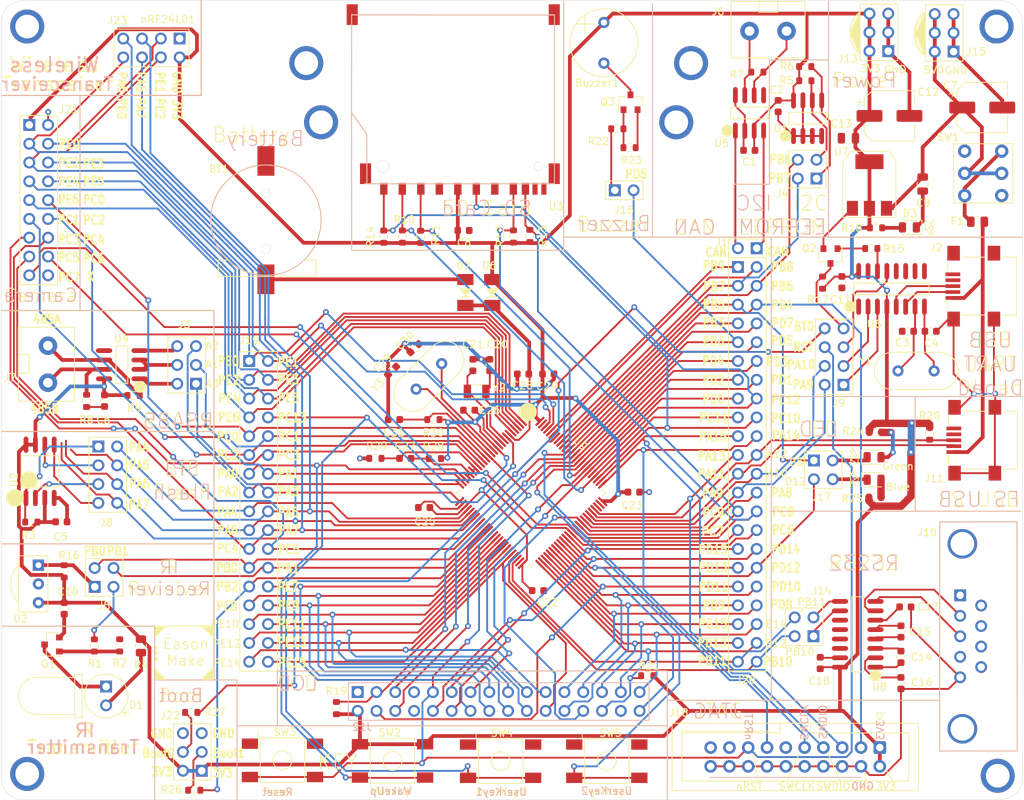
<source format=kicad_pcb>
(kicad_pcb (version 20171130) (host pcbnew "(5.1.10-1-10_14)")
  (layers (0 F.Cu signal) (31 B.Cu signal) (34 B.Paste user) (35 F.Paste user) (36 B.SilkS user) (37 F.SilkS user) (38 B.Mask user) (39 F.Mask user) (44 Edge.Cuts user))
  (net 0 "")
  (net 1 GND)
  (net 2 "Net-(BT1-Pad1)")
  (net 3 +3V3)
  (net 4 "Net-(C3-Pad2)")
  (net 5 "Net-(C4-Pad2)")
  (net 6 "Net-(C14-Pad2)")
  (net 7 "Net-(C14-Pad1)")
  (net 8 "Net-(C15-Pad2)")
  (net 9 "Net-(C15-Pad1)")
  (net 10 "Net-(C16-Pad1)")
  (net 11 "Net-(C17-Pad1)")
  (net 12 "Net-(C20-Pad2)")
  (net 13 "Net-(C21-Pad2)")
  (net 14 /V3.3V)
  (net 15 GNDA)
  (net 16 "Net-(C28-Pad2)")
  (net 17 "Net-(C29-Pad2)")
  (net 18 "Net-(C30-Pad2)")
  (net 19 /RESET)
  (net 20 "Net-(D1-Pad2)")
  (net 21 "Net-(D1-Pad1)")
  (net 22 /IR)
  (net 23 "Net-(D3-Pad2)")
  (net 24 "Net-(D4-Pad2)")
  (net 25 "Net-(D4-Pad1)")
  (net 26 "Net-(D5-Pad2)")
  (net 27 "Net-(D5-Pad1)")
  (net 28 "Net-(F1-Pad2)")
  (net 29 +5V)
  (net 30 "Net-(J1-Pad2)")
  (net 31 "Net-(J1-Pad1)")
  (net 32 "Net-(J2-Pad4)")
  (net 33 "Net-(J2-Pad3)")
  (net 34 "Net-(J2-Pad2)")
  (net 35 "Net-(J3-Pad6)")
  (net 36 /PA2)
  (net 37 "Net-(J3-Pad4)")
  (net 38 /PA1)
  (net 39 "Net-(J3-Pad2)")
  (net 40 /PA3)
  (net 41 /I2C1_SCL)
  (net 42 "Net-(J4-Pad3)")
  (net 43 /I2C1_SDA)
  (net 44 "Net-(J4-Pad1)")
  (net 45 /PB0)
  (net 46 /PB1)
  (net 47 /IE)
  (net 48 "Net-(J6-Pad2)")
  (net 49 "Net-(J6-Pad1)")
  (net 50 "Net-(J7-Pad2)")
  (net 51 "Net-(J7-Pad1)")
  (net 52 /PA7)
  (net 53 /FLASH_MOSI)
  (net 54 /PA6)
  (net 55 /FLASH_MISO)
  (net 56 /PA5)
  (net 57 /FLASH_CLK)
  (net 58 /PA4)
  (net 59 /FLASH_CS)
  (net 60 /BOOT0)
  (net 61 /BOOT0_CTR)
  (net 62 /CH340_DTR)
  (net 63 /PA10)
  (net 64 /CH340_TXD)
  (net 65 /PA9)
  (net 66 /CH340_RXD)
  (net 67 "Net-(J10-Pad9)")
  (net 68 "Net-(J10-Pad8)")
  (net 69 "Net-(J10-Pad7)")
  (net 70 "Net-(J10-Pad6)")
  (net 71 "Net-(J10-Pad4)")
  (net 72 "Net-(J10-Pad3)")
  (net 73 "Net-(J10-Pad2)")
  (net 74 "Net-(J10-Pad1)")
  (net 75 "Net-(J11-Pad4)")
  (net 76 /PA12)
  (net 77 /PA11)
  (net 78 /PD13)
  (net 79 /PB14)
  (net 80 "Net-(J12-Pad30)")
  (net 81 /PB15)
  (net 82 /PB12)
  (net 83 /PB13)
  (net 84 /BL_CTR)
  (net 85 /DB15)
  (net 86 /DB14)
  (net 87 /DB13)
  (net 88 /DB12)
  (net 89 /DB11)
  (net 90 /DB10)
  (net 91 /DB9)
  (net 92 /DB8)
  (net 93 /DB7)
  (net 94 /DB6)
  (net 95 /DB5)
  (net 96 /DB4)
  (net 97 /DB3)
  (net 98 /DB2)
  (net 99 /DB1)
  (net 100 /DB0)
  (net 101 "Net-(J12-Pad8)")
  (net 102 "Net-(J12-Pad7)")
  (net 103 /FSMC_NOE)
  (net 104 /FSMC_NWE)
  (net 105 /FSMC_A16)
  (net 106 /FSMC_NE1)
  (net 107 /PB11)
  (net 108 "Net-(J14-Pad3)")
  (net 109 /PB10)
  (net 110 "Net-(J14-Pad1)")
  (net 111 /BEEP)
  (net 112 "Net-(J16-Pad1)")
  (net 113 /LED2)
  (net 114 /LED1)
  (net 115 "Net-(J18-Pad19)")
  (net 116 "Net-(J18-Pad17)")
  (net 117 /JTDO)
  (net 118 "Net-(J18-Pad11)")
  (net 119 /JTCK_SWCLK)
  (net 120 /JTMS_SWDIO)
  (net 121 /JTDI)
  (net 122 /NJTRST)
  (net 123 /BOOT1)
  (net 124 /OV_PC5)
  (net 125 /OV_PC4)
  (net 126 /PA0)
  (net 127 /OV_PC3)
  (net 128 /OV_PC2)
  (net 129 /OV_PC1)
  (net 130 /OV_PC0)
  (net 131 /KEY1)
  (net 132 /OV_PE6)
  (net 133 /OV_PE5)
  (net 134 /OV_PE4)
  (net 135 /OV_PE3)
  (net 136 /NRF_CSN)
  (net 137 /NRF_CE)
  (net 138 /NRF_IRQ)
  (net 139 /OV_PC6)
  (net 140 /OV_PC7)
  (net 141 /PC8)
  (net 142 /PC9)
  (net 143 /PC10)
  (net 144 /PC11)
  (net 145 /PC12)
  (net 146 /PD2)
  (net 147 /KEY2)
  (net 148 /CAN_RX)
  (net 149 /CAN_TX)
  (net 150 "Net-(J21-Pad18)")
  (net 151 "Net-(J22-Pad4)")
  (net 152 "Net-(J22-Pad3)")
  (net 153 "Net-(Q1-Pad1)")
  (net 154 "Net-(Q2-Pad1)")
  (net 155 "Net-(Q3-Pad1)")
  (net 156 "Net-(R15-Pad1)")
  (net 157 "Net-(SW1-Pad6)")
  (net 158 "Net-(SW1-Pad1)")
  (net 159 "Net-(U5-Pad5)")
  (net 160 "Net-(U6-Pad15)")
  (net 161 "Net-(U6-Pad9)")
  (net 162 "Net-(U6-Pad10)")
  (net 163 "Net-(U6-Pad11)")
  (net 164 "Net-(U6-Pad12)")
  (net 165 "Net-(U8-Pad14)")
  (net 166 "Net-(U8-Pad13)")
  (net 167 "Net-(U8-Pad11)")
  (net 168 "Net-(U8-Pad12)")
  (net 169 "Net-(U9-Pad73)")
  (net 170 /5V)
  (net 171 "Net-(Buzzer1-Pad2)")
  (module mypcb:KEY6X6 (layer F.Cu) (at 82.8675 132.7404)
    (fp_text reference SW2 (at -0.381 -3.80746) (layer F.SilkS))
    (fp_text value WAKUP)
    (pad 1 smd rect (at -4.4 -2.25) (size 2.2 1.4) (layers F.Cu F.Paste F.Mask) (net 3 +3V3))
    (pad 1 smd rect (at 4.4 -2.25) (size 2.2 1.4) (layers F.Cu F.Paste F.Mask) (net 3 +3V3))
    (pad 2 smd rect (at 4.4 2.25) (size 2.2 1.4) (layers F.Cu F.Paste F.Mask) (net 126 /PA0))
    (pad 2 smd rect (at -4.4 2.25) (size 2.2 1.4) (layers F.Cu F.Paste F.Mask) (net 126 /PA0))
  )
  (module mypcb:LQFP-100 (layer F.Cu) (at 101.6 96.52 315)
    (fp_text reference U9 (at 0 -9.42 135) (layer F.SilkS))
    (fp_text value STM32F103VET6)
    (pad 1 smd roundrect (at -7.675 -6 315) (size 1.6 0.3) (layers F.Cu F.Paste F.Mask) (net 136 /NRF_CSN))
    (pad 2 smd roundrect (at -7.675 -5.5 315) (size 1.6 0.3) (layers F.Cu F.Paste F.Mask) (net 135 /OV_PE3))
    (pad 3 smd roundrect (at -7.675 -5 315) (size 1.6 0.3) (layers F.Cu F.Paste F.Mask) (net 134 /OV_PE4))
    (pad 4 smd roundrect (at -7.675 -4.5 315) (size 1.6 0.3) (layers F.Cu F.Paste F.Mask) (net 133 /OV_PE5))
    (pad 5 smd roundrect (at -7.675 -4 315) (size 1.6 0.3) (layers F.Cu F.Paste F.Mask) (net 132 /OV_PE6))
    (pad 6 smd roundrect (at -7.675 -3.5 315) (size 1.6 0.3) (layers F.Cu F.Paste F.Mask) (net 16 "Net-(C28-Pad2)"))
    (pad 7 smd roundrect (at -7.675 -3 315) (size 1.6 0.3) (layers F.Cu F.Paste F.Mask) (net 131 /KEY1))
    (pad 8 smd roundrect (at -7.675 -2.5 315) (size 1.6 0.3) (layers F.Cu F.Paste F.Mask) (net 12 "Net-(C20-Pad2)"))
    (pad 9 smd roundrect (at -7.675 -2 315) (size 1.6 0.3) (layers F.Cu F.Paste F.Mask) (net 13 "Net-(C21-Pad2)"))
    (pad 10 smd roundrect (at -7.675 -1.5 315) (size 1.6 0.3) (layers F.Cu F.Paste F.Mask) (net 1 GND))
    (pad 11 smd roundrect (at -7.675 -1 315) (size 1.6 0.3) (layers F.Cu F.Paste F.Mask) (net 3 +3V3))
    (pad 12 smd roundrect (at -7.675 -0.5 315) (size 1.6 0.3) (layers F.Cu F.Paste F.Mask) (net 18 "Net-(C30-Pad2)"))
    (pad 13 smd roundrect (at -7.675 0 315) (size 1.6 0.3) (layers F.Cu F.Paste F.Mask) (net 17 "Net-(C29-Pad2)"))
    (pad 14 smd roundrect (at -7.675 0.5 315) (size 1.6 0.3) (layers F.Cu F.Paste F.Mask) (net 19 /RESET))
    (pad 15 smd roundrect (at -7.675 1 315) (size 1.6 0.3) (layers F.Cu F.Paste F.Mask) (net 130 /OV_PC0))
    (pad 16 smd roundrect (at -7.675 1.5 315) (size 1.6 0.3) (layers F.Cu F.Paste F.Mask) (net 129 /OV_PC1))
    (pad 17 smd roundrect (at -7.675 2 315) (size 1.6 0.3) (layers F.Cu F.Paste F.Mask) (net 128 /OV_PC2))
    (pad 18 smd roundrect (at -7.675 2.5 315) (size 1.6 0.3) (layers F.Cu F.Paste F.Mask) (net 127 /OV_PC3))
    (pad 19 smd roundrect (at -7.675 3 315) (size 1.6 0.3) (layers F.Cu F.Paste F.Mask) (net 15 GNDA))
    (pad 20 smd roundrect (at -7.675 3.5 315) (size 1.6 0.3) (layers F.Cu F.Paste F.Mask) (net 15 GNDA))
    (pad 21 smd roundrect (at -7.675 4 315) (size 1.6 0.3) (layers F.Cu F.Paste F.Mask) (net 14 /V3.3V))
    (pad 22 smd roundrect (at -7.675 4.5 315) (size 1.6 0.3) (layers F.Cu F.Paste F.Mask) (net 14 /V3.3V))
    (pad 23 smd roundrect (at -7.675 5 315) (size 1.6 0.3) (layers F.Cu F.Paste F.Mask) (net 126 /PA0))
    (pad 24 smd roundrect (at -7.675 5.5 315) (size 1.6 0.3) (layers F.Cu F.Paste F.Mask) (net 38 /PA1))
    (pad 25 smd roundrect (at -7.675 6 315) (size 1.6 0.3) (layers F.Cu F.Paste F.Mask) (net 36 /PA2))
    (pad 26 smd roundrect (at -6 7.675 315) (size 0.3 1.6) (layers F.Cu F.Paste F.Mask) (net 40 /PA3))
    (pad 27 smd roundrect (at -5.5 7.675 315) (size 0.3 1.6) (layers F.Cu F.Paste F.Mask) (net 1 GND))
    (pad 28 smd roundrect (at -5 7.675 315) (size 0.3 1.6) (layers F.Cu F.Paste F.Mask) (net 3 +3V3))
    (pad 29 smd roundrect (at -4.5 7.675 315) (size 0.3 1.6) (layers F.Cu F.Paste F.Mask) (net 58 /PA4))
    (pad 30 smd roundrect (at -4 7.675 315) (size 0.3 1.6) (layers F.Cu F.Paste F.Mask) (net 56 /PA5))
    (pad 31 smd roundrect (at -3.5 7.675 315) (size 0.3 1.6) (layers F.Cu F.Paste F.Mask) (net 54 /PA6))
    (pad 32 smd roundrect (at -3 7.675 315) (size 0.3 1.6) (layers F.Cu F.Paste F.Mask) (net 52 /PA7))
    (pad 33 smd roundrect (at -2.5 7.675 315) (size 0.3 1.6) (layers F.Cu F.Paste F.Mask) (net 125 /OV_PC4))
    (pad 34 smd roundrect (at -2 7.675 315) (size 0.3 1.6) (layers F.Cu F.Paste F.Mask) (net 124 /OV_PC5))
    (pad 35 smd roundrect (at -1.5 7.675 315) (size 0.3 1.6) (layers F.Cu F.Paste F.Mask) (net 45 /PB0))
    (pad 36 smd roundrect (at -1 7.675 315) (size 0.3 1.6) (layers F.Cu F.Paste F.Mask) (net 46 /PB1))
    (pad 37 smd roundrect (at -0.5 7.675 315) (size 0.3 1.6) (layers F.Cu F.Paste F.Mask) (net 123 /BOOT1))
    (pad 38 smd roundrect (at 0 7.675 315) (size 0.3 1.6) (layers F.Cu F.Paste F.Mask) (net 96 /DB4))
    (pad 39 smd roundrect (at 0.5 7.675 315) (size 0.3 1.6) (layers F.Cu F.Paste F.Mask) (net 95 /DB5))
    (pad 40 smd roundrect (at 1 7.675 315) (size 0.3 1.6) (layers F.Cu F.Paste F.Mask) (net 94 /DB6))
    (pad 41 smd roundrect (at 1.5 7.675 315) (size 0.3 1.6) (layers F.Cu F.Paste F.Mask) (net 93 /DB7))
    (pad 42 smd roundrect (at 2 7.675 315) (size 0.3 1.6) (layers F.Cu F.Paste F.Mask) (net 92 /DB8))
    (pad 43 smd roundrect (at 2.5 7.675 315) (size 0.3 1.6) (layers F.Cu F.Paste F.Mask) (net 91 /DB9))
    (pad 44 smd roundrect (at 3 7.675 315) (size 0.3 1.6) (layers F.Cu F.Paste F.Mask) (net 90 /DB10))
    (pad 45 smd roundrect (at 3.5 7.675 315) (size 0.3 1.6) (layers F.Cu F.Paste F.Mask) (net 89 /DB11))
    (pad 46 smd roundrect (at 4 7.675 315) (size 0.3 1.6) (layers F.Cu F.Paste F.Mask) (net 88 /DB12))
    (pad 47 smd roundrect (at 4.5 7.675 315) (size 0.3 1.6) (layers F.Cu F.Paste F.Mask) (net 109 /PB10))
    (pad 48 smd roundrect (at 5 7.675 315) (size 0.3 1.6) (layers F.Cu F.Paste F.Mask) (net 107 /PB11))
    (pad 49 smd roundrect (at 5.5 7.675 315) (size 0.3 1.6) (layers F.Cu F.Paste F.Mask) (net 1 GND))
    (pad 50 smd roundrect (at 6 7.675 315) (size 0.3 1.6) (layers F.Cu F.Paste F.Mask) (net 3 +3V3))
    (pad 51 smd roundrect (at 7.675 6 315) (size 1.6 0.3) (layers F.Cu F.Paste F.Mask) (net 82 /PB12))
    (pad 52 smd roundrect (at 7.675 5.5 315) (size 1.6 0.3) (layers F.Cu F.Paste F.Mask) (net 83 /PB13))
    (pad 53 smd roundrect (at 7.675 5 315) (size 1.6 0.3) (layers F.Cu F.Paste F.Mask) (net 79 /PB14))
    (pad 54 smd roundrect (at 7.675 4.5 315) (size 1.6 0.3) (layers F.Cu F.Paste F.Mask) (net 81 /PB15))
    (pad 55 smd roundrect (at 7.675 4 315) (size 1.6 0.3) (layers F.Cu F.Paste F.Mask) (net 87 /DB13))
    (pad 56 smd roundrect (at 7.675 3.5 315) (size 1.6 0.3) (layers F.Cu F.Paste F.Mask) (net 86 /DB14))
    (pad 57 smd roundrect (at 7.675 3 315) (size 1.6 0.3) (layers F.Cu F.Paste F.Mask) (net 85 /DB15))
    (pad 58 smd roundrect (at 7.675 2.5 315) (size 1.6 0.3) (layers F.Cu F.Paste F.Mask) (net 105 /FSMC_A16))
    (pad 59 smd roundrect (at 7.675 2 315) (size 1.6 0.3) (layers F.Cu F.Paste F.Mask) (net 113 /LED2))
    (pad 60 smd roundrect (at 7.675 1.5 315) (size 1.6 0.3) (layers F.Cu F.Paste F.Mask) (net 78 /PD13))
    (pad 61 smd roundrect (at 7.675 1 315) (size 1.6 0.3) (layers F.Cu F.Paste F.Mask) (net 100 /DB0))
    (pad 62 smd roundrect (at 7.675 0.5 315) (size 1.6 0.3) (layers F.Cu F.Paste F.Mask) (net 99 /DB1))
    (pad 63 smd roundrect (at 7.675 0 315) (size 1.6 0.3) (layers F.Cu F.Paste F.Mask) (net 139 /OV_PC6))
    (pad 64 smd roundrect (at 7.675 -0.5 315) (size 1.6 0.3) (layers F.Cu F.Paste F.Mask) (net 140 /OV_PC7))
    (pad 65 smd roundrect (at 7.675 -1 315) (size 1.6 0.3) (layers F.Cu F.Paste F.Mask) (net 141 /PC8))
    (pad 66 smd roundrect (at 7.675 -1.5 315) (size 1.6 0.3) (layers F.Cu F.Paste F.Mask) (net 142 /PC9))
    (pad 67 smd roundrect (at 7.675 -2 315) (size 1.6 0.3) (layers F.Cu F.Paste F.Mask) (net 84 /BL_CTR))
    (pad 68 smd roundrect (at 7.675 -2.5 315) (size 1.6 0.3) (layers F.Cu F.Paste F.Mask) (net 65 /PA9))
    (pad 69 smd roundrect (at 7.675 -3 315) (size 1.6 0.3) (layers F.Cu F.Paste F.Mask) (net 63 /PA10))
    (pad 70 smd roundrect (at 7.675 -3.5 315) (size 1.6 0.3) (layers F.Cu F.Paste F.Mask) (net 77 /PA11))
    (pad 71 smd roundrect (at 7.675 -4 315) (size 1.6 0.3) (layers F.Cu F.Paste F.Mask) (net 76 /PA12))
    (pad 72 smd roundrect (at 7.675 -4.5 315) (size 1.6 0.3) (layers F.Cu F.Paste F.Mask) (net 120 /JTMS_SWDIO))
    (pad 73 smd roundrect (at 7.675 -5 315) (size 1.6 0.3) (layers F.Cu F.Paste F.Mask) (net 169 "Net-(U9-Pad73)"))
    (pad 74 smd roundrect (at 7.675 -5.5 315) (size 1.6 0.3) (layers F.Cu F.Paste F.Mask) (net 1 GND))
    (pad 75 smd roundrect (at 7.675 -6 315) (size 1.6 0.3) (layers F.Cu F.Paste F.Mask) (net 3 +3V3))
    (pad 76 smd roundrect (at 6 -7.675 315) (size 0.3 1.6) (layers F.Cu F.Paste F.Mask) (net 119 /JTCK_SWCLK))
    (pad 77 smd roundrect (at 5.5 -7.675 315) (size 0.3 1.6) (layers F.Cu F.Paste F.Mask) (net 121 /JTDI))
    (pad 78 smd roundrect (at 5 -7.675 315) (size 0.3 1.6) (layers F.Cu F.Paste F.Mask) (net 143 /PC10))
    (pad 79 smd roundrect (at 4.5 -7.675 315) (size 0.3 1.6) (layers F.Cu F.Paste F.Mask) (net 144 /PC11))
    (pad 80 smd roundrect (at 4 -7.675 315) (size 0.3 1.6) (layers F.Cu F.Paste F.Mask) (net 145 /PC12))
    (pad 81 smd roundrect (at 3.5 -7.675 315) (size 0.3 1.6) (layers F.Cu F.Paste F.Mask) (net 98 /DB2))
    (pad 82 smd roundrect (at 3 -7.675 315) (size 0.3 1.6) (layers F.Cu F.Paste F.Mask) (net 97 /DB3))
    (pad 83 smd roundrect (at 2.5 -7.675 315) (size 0.3 1.6) (layers F.Cu F.Paste F.Mask) (net 146 /PD2))
    (pad 84 smd roundrect (at 2 -7.675 315) (size 0.3 1.6) (layers F.Cu F.Paste F.Mask) (net 147 /KEY2))
    (pad 85 smd roundrect (at 1.5 -7.675 315) (size 0.3 1.6) (layers F.Cu F.Paste F.Mask) (net 103 /FSMC_NOE))
    (pad 86 smd roundrect (at 1 -7.675 315) (size 0.3 1.6) (layers F.Cu F.Paste F.Mask) (net 104 /FSMC_NWE))
    (pad 87 smd roundrect (at 0.5 -7.675 315) (size 0.3 1.6) (layers F.Cu F.Paste F.Mask) (net 111 /BEEP))
    (pad 88 smd roundrect (at 0 -7.675 315) (size 0.3 1.6) (layers F.Cu F.Paste F.Mask) (net 106 /FSMC_NE1))
    (pad 89 smd roundrect (at -0.5 -7.675 315) (size 0.3 1.6) (layers F.Cu F.Paste F.Mask) (net 117 /JTDO))
    (pad 90 smd roundrect (at -1 -7.675 315) (size 0.3 1.6) (layers F.Cu F.Paste F.Mask) (net 122 /NJTRST))
    (pad 91 smd roundrect (at -1.5 -7.675 315) (size 0.3 1.6) (layers F.Cu F.Paste F.Mask) (net 114 /LED1))
    (pad 92 smd roundrect (at -2 -7.675 315) (size 0.3 1.6) (layers F.Cu F.Paste F.Mask) (net 41 /I2C1_SCL))
    (pad 93 smd roundrect (at -2.5 -7.675 315) (size 0.3 1.6) (layers F.Cu F.Paste F.Mask) (net 43 /I2C1_SDA))
    (pad 94 smd roundrect (at -3 -7.675 315) (size 0.3 1.6) (layers F.Cu F.Paste F.Mask) (net 60 /BOOT0))
    (pad 95 smd roundrect (at -3.5 -7.675 315) (size 0.3 1.6) (layers F.Cu F.Paste F.Mask) (net 148 /CAN_RX))
    (pad 96 smd roundrect (at -4 -7.675 315) (size 0.3 1.6) (layers F.Cu F.Paste F.Mask) (net 149 /CAN_TX))
    (pad 97 smd roundrect (at -4.5 -7.675 315) (size 0.3 1.6) (layers F.Cu F.Paste F.Mask) (net 138 /NRF_IRQ))
    (pad 98 smd roundrect (at -5 -7.675 315) (size 0.3 1.6) (layers F.Cu F.Paste F.Mask) (net 137 /NRF_CE))
    (pad 99 smd roundrect (at -5.5 -7.675 315) (size 0.3 1.6) (layers F.Cu F.Paste F.Mask) (net 1 GND))
    (pad 100 smd roundrect (at -6 -7.675 315) (size 0.3 1.6) (layers F.Cu F.Paste F.Mask) (net 3 +3V3))
  )
  (module mypcb:CON2X17 (layer F.Cu) (at 64.77 78.7 270)
    (fp_text reference J19 (at -2.794 1.27 180) (layer F.SilkS))
    (fp_text value Conn_02x17_Odd_Even)
    (pad 34 thru_hole circle (at 40.64 -1.27 270) (size 1.6 1.6) (drill 1.02) (layers *.Cu *.Mask) (net 88 /DB12))
    (pad 33 thru_hole circle (at 40.64 1.27 270) (size 1.6 1.6) (drill 1.02) (layers *.Cu *.Mask) (net 89 /DB11))
    (pad 32 thru_hole circle (at 38.1 -1.27 270) (size 1.6 1.6) (drill 1.02) (layers *.Cu *.Mask) (net 90 /DB10))
    (pad 31 thru_hole circle (at 38.1 1.27 270) (size 1.6 1.6) (drill 1.02) (layers *.Cu *.Mask) (net 91 /DB9))
    (pad 30 thru_hole circle (at 35.56 -1.27 270) (size 1.6 1.6) (drill 1.02) (layers *.Cu *.Mask) (net 92 /DB8))
    (pad 29 thru_hole circle (at 35.56 1.27 270) (size 1.6 1.6) (drill 1.02) (layers *.Cu *.Mask) (net 93 /DB7))
    (pad 28 thru_hole circle (at 33.02 -1.27 270) (size 1.6 1.6) (drill 1.02) (layers *.Cu *.Mask) (net 94 /DB6))
    (pad 27 thru_hole circle (at 33.02 1.27 270) (size 1.6 1.6) (drill 1.02) (layers *.Cu *.Mask) (net 95 /DB5))
    (pad 26 thru_hole circle (at 30.48 -1.27 270) (size 1.6 1.6) (drill 1.02) (layers *.Cu *.Mask) (net 96 /DB4))
    (pad 25 thru_hole circle (at 30.48 1.27 270) (size 1.6 1.6) (drill 1.02) (layers *.Cu *.Mask) (net 123 /BOOT1))
    (pad 24 thru_hole circle (at 27.94 -1.27 270) (size 1.6 1.6) (drill 1.02) (layers *.Cu *.Mask) (net 46 /PB1))
    (pad 23 thru_hole circle (at 27.94 1.27 270) (size 1.6 1.6) (drill 1.02) (layers *.Cu *.Mask) (net 45 /PB0))
    (pad 22 thru_hole circle (at 25.4 -1.27 270) (size 1.6 1.6) (drill 1.02) (layers *.Cu *.Mask) (net 124 /OV_PC5))
    (pad 21 thru_hole circle (at 25.4 1.27 270) (size 1.6 1.6) (drill 1.02) (layers *.Cu *.Mask) (net 125 /OV_PC4))
    (pad 20 thru_hole circle (at 22.86 -1.27 270) (size 1.6 1.6) (drill 1.02) (layers *.Cu *.Mask) (net 52 /PA7))
    (pad 19 thru_hole circle (at 22.86 1.27 270) (size 1.6 1.6) (drill 1.02) (layers *.Cu *.Mask) (net 54 /PA6))
    (pad 18 thru_hole circle (at 20.32 -1.27 270) (size 1.6 1.6) (drill 1.02) (layers *.Cu *.Mask) (net 56 /PA5))
    (pad 17 thru_hole circle (at 20.32 1.27 270) (size 1.6 1.6) (drill 1.02) (layers *.Cu *.Mask) (net 58 /PA4))
    (pad 16 thru_hole circle (at 17.78 -1.27 270) (size 1.6 1.6) (drill 1.02) (layers *.Cu *.Mask) (net 40 /PA3))
    (pad 15 thru_hole circle (at 17.78 1.27 270) (size 1.6 1.6) (drill 1.02) (layers *.Cu *.Mask) (net 36 /PA2))
    (pad 14 thru_hole circle (at 15.24 -1.27 270) (size 1.6 1.6) (drill 1.02) (layers *.Cu *.Mask) (net 38 /PA1))
    (pad 13 thru_hole circle (at 15.24 1.27 270) (size 1.6 1.6) (drill 1.02) (layers *.Cu *.Mask) (net 126 /PA0))
    (pad 12 thru_hole circle (at 12.7 -1.27 270) (size 1.6 1.6) (drill 1.02) (layers *.Cu *.Mask) (net 127 /OV_PC3))
    (pad 11 thru_hole circle (at 12.7 1.27 270) (size 1.6 1.6) (drill 1.02) (layers *.Cu *.Mask) (net 128 /OV_PC2))
    (pad 10 thru_hole circle (at 10.16 -1.27 270) (size 1.6 1.6) (drill 1.02) (layers *.Cu *.Mask) (net 129 /OV_PC1))
    (pad 9 thru_hole circle (at 10.16 1.27 270) (size 1.6 1.6) (drill 1.02) (layers *.Cu *.Mask) (net 130 /OV_PC0))
    (pad 8 thru_hole circle (at 7.62 -1.27 270) (size 1.6 1.6) (drill 1.02) (layers *.Cu *.Mask) (net 131 /KEY1))
    (pad 7 thru_hole circle (at 7.62 1.27 270) (size 1.6 1.6) (drill 1.02) (layers *.Cu *.Mask) (net 132 /OV_PE6))
    (pad 6 thru_hole circle (at 5.08 -1.27 270) (size 1.6 1.6) (drill 1.02) (layers *.Cu *.Mask) (net 133 /OV_PE5))
    (pad 5 thru_hole circle (at 5.08 1.27 270) (size 1.6 1.6) (drill 1.02) (layers *.Cu *.Mask) (net 134 /OV_PE4))
    (pad 4 thru_hole circle (at 2.54 -1.27 270) (size 1.6 1.6) (drill 1.02) (layers *.Cu *.Mask) (net 135 /OV_PE3))
    (pad 3 thru_hole circle (at 2.54 1.27 270) (size 1.6 1.6) (drill 1.02) (layers *.Cu *.Mask) (net 136 /NRF_CSN))
    (pad 2 thru_hole circle (at 0 -1.27 270) (size 1.6 1.6) (drill 1.02) (layers *.Cu *.Mask) (net 137 /NRF_CE))
    (pad 1 thru_hole rect (at 0 1.27 270) (size 1.6 1.6) (drill 1.02) (layers *.Cu *.Mask) (net 138 /NRF_IRQ))
  )
  (module mypcb:CR1220 (layer F.Cu) (at 65.7606 59.6646 270)
    (fp_text reference BT1 (at -6.9215 6.35 180) (layer F.SilkS))
    (fp_text value CR1220)
    (pad "" thru_hole circle (at 3.9 0 270) (size 1.2 1.2) (drill 1.2) (layers *.Cu *.Mask))
    (pad "" thru_hole circle (at -3.6 0 270) (size 1.2 1.2) (drill 1.2) (layers *.Cu *.Mask))
    (pad 1 smd rect (at 8 0 270) (size 4 2.3) (layers F.Cu F.Paste F.Mask) (net 2 "Net-(BT1-Pad1)"))
    (pad 2 smd rect (at -8 0 270) (size 4 2.3) (layers F.Cu F.Paste F.Mask) (net 1 GND))
  )
  (module Resistor_SMD:R_0603_1608Metric (layer F.Cu) (at 34.05378 100.46462 180)
    (fp_text reference R3 (at 0.381 -1.778) (layer F.SilkS))
    (fp_text value 10K)
    (pad 2 smd roundrect (at 0.825 0 180) (size 0.8 0.95) (layers F.Cu F.Paste F.Mask) (net 59 /FLASH_CS))
    (pad 1 smd roundrect (at -0.825 0 180) (size 0.8 0.95) (layers F.Cu F.Paste F.Mask) (net 3 +3V3))
  )
  (module mypcb:BEEP9X5.5 (layer F.Cu) (at 111.43488 35.70224 180)
    (fp_text reference Buzzer1 (at 0.91948 -5.41528) (layer F.SilkS))
    (fp_text value Speaker)
    (pad 2 thru_hole circle (at 0 -2.75 180) (size 1.524 1.524) (drill 0.85) (layers *.Cu *.Mask) (net 171 "Net-(Buzzer1-Pad2)"))
    (pad 1 thru_hole circle (at 0 2.75 180) (size 1.524 1.524) (drill 0.85) (layers *.Cu *.Mask) (net 3 +3V3))
  )
  (module Capacitor_SMD:C_0603_1608Metric (layer F.Cu) (at 134.98576 44.25442 90)
    (fp_text reference C2 (at 2.18948 -0.18542 180) (layer F.SilkS))
    (fp_text value 0.1uF)
    (pad 2 smd roundrect (at 0.775 0 90) (size 0.9 0.95) (layers F.Cu F.Paste F.Mask) (net 3 +3V3))
    (pad 1 smd roundrect (at -0.775 0 90) (size 0.9 0.95) (layers F.Cu F.Paste F.Mask) (net 1 GND))
  )
  (module mypcb:SOIC-8 (layer F.Cu) (at 138.96086 45.89272)
    (fp_text reference U1 (at -3.61188 1.35636) (layer F.SilkS))
    (fp_text value AT24C02)
    (pad 8 smd oval (at -1.905 -2.4) (size 0.65 2.2) (layers F.Cu F.Paste F.Mask) (net 3 +3V3))
    (pad 7 smd oval (at -0.635 -2.4) (size 0.65 2.2) (layers F.Cu F.Paste F.Mask) (net 1 GND))
    (pad 6 smd oval (at 0.635 -2.4) (size 0.65 2.2) (layers F.Cu F.Paste F.Mask) (net 42 "Net-(J4-Pad3)"))
    (pad 5 smd oval (at 1.905 -2.4) (size 0.65 2.2) (layers F.Cu F.Paste F.Mask) (net 44 "Net-(J4-Pad1)"))
    (pad 4 smd oval (at 1.905 2.4) (size 0.65 2.2) (layers F.Cu F.Paste F.Mask) (net 1 GND))
    (pad 3 smd oval (at 0.635 2.4) (size 0.65 2.2) (layers F.Cu F.Paste F.Mask) (net 1 GND))
    (pad 2 smd oval (at -0.635 2.4) (size 0.65 2.2) (layers F.Cu F.Paste F.Mask) (net 1 GND))
    (pad 1 smd oval (at -1.905 2.4) (size 0.65 2.2) (layers F.Cu F.Paste F.Mask) (net 1 GND))
  )
  (module mypcb:SOIC-16 (layer F.Cu) (at 150.3045 68.961)
    (fp_text reference U6 (at -2.3368 4.75234) (layer F.SilkS))
    (fp_text value CH340G)
    (pad 16 smd oval (at -4.445 -2.4) (size 0.65 2.2) (layers F.Cu F.Paste F.Mask) (net 3 +3V3))
    (pad 15 smd oval (at -3.175 -2.4) (size 0.65 2.2) (layers F.Cu F.Paste F.Mask) (net 160 "Net-(U6-Pad15)"))
    (pad 14 smd oval (at -1.905 -2.4) (size 0.65 2.2) (layers F.Cu F.Paste F.Mask) (net 156 "Net-(R15-Pad1)"))
    (pad 13 smd oval (at -0.635 -2.4) (size 0.65 2.2) (layers F.Cu F.Paste F.Mask) (net 62 /CH340_DTR))
    (pad 1 smd oval (at -4.445 2.4) (size 0.65 2.2) (layers F.Cu F.Paste F.Mask) (net 1 GND))
    (pad 2 smd oval (at -3.175 2.4) (size 0.65 2.2) (layers F.Cu F.Paste F.Mask) (net 64 /CH340_TXD))
    (pad 3 smd oval (at -1.905 2.4) (size 0.65 2.2) (layers F.Cu F.Paste F.Mask) (net 66 /CH340_RXD))
    (pad 4 smd oval (at -0.635 2.4) (size 0.65 2.2) (layers F.Cu F.Paste F.Mask) (net 3 +3V3))
    (pad 5 smd oval (at 0.635 2.4) (size 0.65 2.2) (layers F.Cu F.Paste F.Mask) (net 33 "Net-(J2-Pad3)"))
    (pad 6 smd oval (at 1.905 2.4) (size 0.65 2.2) (layers F.Cu F.Paste F.Mask) (net 34 "Net-(J2-Pad2)"))
    (pad 7 smd oval (at 3.175 2.4) (size 0.65 2.2) (layers F.Cu F.Paste F.Mask) (net 4 "Net-(C3-Pad2)"))
    (pad 8 smd oval (at 4.445 2.4) (size 0.65 2.2) (layers F.Cu F.Paste F.Mask) (net 5 "Net-(C4-Pad2)"))
    (pad 9 smd oval (at 4.445 -2.4) (size 0.65 2.2) (layers F.Cu F.Paste F.Mask) (net 161 "Net-(U6-Pad9)"))
    (pad 10 smd oval (at 3.175 -2.4) (size 0.65 2.2) (layers F.Cu F.Paste F.Mask) (net 162 "Net-(U6-Pad10)"))
    (pad 11 smd oval (at 1.905 -2.4) (size 0.65 2.2) (layers F.Cu F.Paste F.Mask) (net 163 "Net-(U6-Pad11)"))
    (pad 12 smd oval (at 0.635 -2.4) (size 0.65 2.2) (layers F.Cu F.Paste F.Mask) (net 164 "Net-(U6-Pad12)"))
  )
  (module Crystal:Crystal_SMD_3215-2Pin_3.2x1.5mm (layer F.Cu) (at 94.234 82.804)
    (fp_text reference Y2 (at 3.053287 -0.538815) (layer F.SilkS))
    (fp_text value 32.768KHz)
    (pad 2 smd rect (at -1.25 0) (size 1 1.8) (layers F.Cu F.Paste F.Mask) (net 13 "Net-(C21-Pad2)"))
    (pad 1 smd rect (at 1.25 0) (size 1 1.8) (layers F.Cu F.Paste F.Mask) (net 12 "Net-(C20-Pad2)"))
  )
  (module mypcb:KONG (layer F.Cu) (at 69.8246 33.6804)
    (fp_text reference REF** hide)
    (fp_text value KONG hide)
    (pad "" thru_hole circle (at 1.38882 4.76106) (size 4.6 4.6) (drill 3.2) (layers *.Cu *.Mask))
  )
  (module mypcb:KONG (layer F.Cu) (at 108.1278 32.8422)
    (fp_text reference REF** hide)
    (fp_text value KONG hide)
    (pad "" thru_hole circle (at 15.08562 5.59926) (size 4.6 4.6) (drill 3.2) (layers *.Cu *.Mask))
  )
  (module mypcb:KONG (layer F.Cu) (at 107.6452 40.9702)
    (fp_text reference REF** hide)
    (fp_text value KONG hide)
    (pad "" thru_hole circle (at 13.56822 5.47126) (size 4.6 4.6) (drill 3.2) (layers *.Cu *.Mask))
  )
  (module mypcb:KONG (layer F.Cu) (at 78.105 42.291)
    (fp_text reference REF** hide)
    (fp_text value KONG hide)
    (pad "" thru_hole circle (at -4.89158 4.15046) (size 4.6 4.6) (drill 3.2) (layers *.Cu *.Mask))
  )
  (module mypcb:LED_0805 (layer F.Cu) (at 147.94362 94.74454)
    (fp_text reference D5 hide)
    (fp_text value IR333C)
    (pad 2 smd roundrect (at 0.9375 0) (size 0.975 1.4) (layers F.Cu F.Paste F.Mask) (net 26 "Net-(D5-Pad2)"))
    (pad 1 smd roundrect (at -0.9375 0) (size 0.975 1.4) (layers F.Cu F.Paste F.Mask) (net 27 "Net-(D5-Pad1)"))
  )
  (module mypcb:LED_0805 (layer F.Cu) (at 147.94362 91.69654)
    (fp_text reference D4 hide)
    (fp_text value IR333C)
    (pad 2 smd roundrect (at 0.9375 0) (size 0.975 1.4) (layers F.Cu F.Paste F.Mask) (net 24 "Net-(D4-Pad2)"))
    (pad 1 smd roundrect (at -0.9375 0) (size 0.975 1.4) (layers F.Cu F.Paste F.Mask) (net 25 "Net-(D4-Pad1)"))
  )
  (module mypcb:LED_0805 (layer F.Cu) (at 152.7175 60.6425 180)
    (fp_text reference D3 (at -0.0635 1.905) (layer F.SilkS))
    (fp_text value LED)
    (pad 2 smd roundrect (at 0.9375 0 180) (size 0.975 1.4) (layers F.Cu F.Paste F.Mask) (net 23 "Net-(D3-Pad2)"))
    (pad 1 smd roundrect (at -0.9375 0 180) (size 0.975 1.4) (layers F.Cu F.Paste F.Mask) (net 1 GND))
  )
  (module mypcb:IR333C (layer F.Cu) (at 44.16552 123.96216)
    (fp_text reference D1 (at 4.0513 1.2319 180) (layer F.SilkS))
    (fp_text value IR333C)
    (pad 2 thru_hole circle (at 0 1.27 180) (size 1.6 1.6) (drill 1.02) (layers *.Cu *.Mask) (net 20 "Net-(D1-Pad2)"))
    (pad 1 thru_hole rect (at 0 -1.27 180) (size 1.6 1.6) (drill 1.02) (layers *.Cu *.Mask) (net 21 "Net-(D1-Pad1)"))
  )
  (module mypcb:LL34 (layer F.Cu) (at 92.71 69.441 90)
    (fp_text reference D7 (at 3.556 -0.254 180) (layer F.SilkS))
    (fp_text value LL4148)
    (pad 2 smd rect (at 1.75 0 90) (size 1.5 2.2) (layers F.Cu F.Paste F.Mask) (net 2 "Net-(BT1-Pad1)"))
    (pad 1 smd rect (at -1.75 0 90) (size 1.5 2.2) (layers F.Cu F.Paste F.Mask) (net 16 "Net-(C28-Pad2)"))
  )
  (module mypcb:LL34 (layer F.Cu) (at 96.3422 69.441 90)
    (fp_text reference D6 (at 3.6195 -0.381 180) (layer F.SilkS))
    (fp_text value LL4148)
    (pad 2 smd rect (at 1.75 0 90) (size 1.5 2.2) (layers F.Cu F.Paste F.Mask) (net 3 +3V3))
    (pad 1 smd rect (at -1.75 0 90) (size 1.5 2.2) (layers F.Cu F.Paste F.Mask) (net 16 "Net-(C28-Pad2)"))
  )
  (module mypcb:KONG (layer F.Cu) (at 33.528 134.493)
    (fp_text reference REF** hide)
    (fp_text value KONG hide)
    (pad "" thru_hole circle (at -0.028 0.007) (size 4.6 4.6) (drill 3.2) (layers *.Cu *.Mask))
  )
  (module mypcb:KONG (layer F.Cu) (at 164.6555 134.747)
    (fp_text reference REF** hide)
    (fp_text value KONG hide)
    (pad "" thru_hole circle (at 0 0) (size 4.6 4.6) (drill 3.2) (layers *.Cu *.Mask))
  )
  (module mypcb:KONG (layer F.Cu) (at 33.5 33.5)
    (fp_text reference REF** hide)
    (fp_text value KONG hide)
    (pad "" thru_hole circle (at 0 0) (size 4.6 4.6) (drill 3.2) (layers *.Cu *.Mask))
  )
  (module mypcb:KONG (layer F.Cu) (at 164.5 33.5)
    (fp_text reference REF** hide)
    (fp_text value KONG hide)
    (pad "" thru_hole circle (at 0 0) (size 4.6 4.6) (drill 3.2) (layers *.Cu *.Mask))
  )
  (module Crystal:Crystal_HC49-U_Vertical (layer F.Cu) (at 86.06 82.504 45)
    (fp_text reference Y3 (at -3.322695 -4.041115 45) (layer F.SilkS))
    (fp_text value 8MHz)
    (pad 1 thru_hole circle (at 0 0 45) (size 1.5 1.5) (drill 0.8) (layers *.Cu *.Mask) (net 17 "Net-(C29-Pad2)"))
    (pad 2 thru_hole circle (at 4.88 0 45) (size 1.5 1.5) (drill 0.8) (layers *.Cu *.Mask) (net 18 "Net-(C30-Pad2)"))
  )
  (module Crystal:Crystal_HC49-U_Vertical (layer F.Cu) (at 156.0576 80.03794 180)
    (fp_text reference Y1 (at 9.30402 1.36652) (layer F.SilkS))
    (fp_text value 12MHz)
    (pad 2 thru_hole circle (at 4.88 0 180) (size 1.5 1.5) (drill 0.8) (layers *.Cu *.Mask) (net 4 "Net-(C3-Pad2)"))
    (pad 1 thru_hole circle (at 0 0 180) (size 1.5 1.5) (drill 0.8) (layers *.Cu *.Mask) (net 5 "Net-(C4-Pad2)"))
  )
  (module mypcb:SOIC-16 (layer F.Cu) (at 145.7325 115.6335 90)
    (fp_text reference U8 (at -7.112 2.921 180) (layer F.SilkS))
    (fp_text value SP3232)
    (pad 16 smd oval (at -4.445 -2.4 90) (size 0.65 2.2) (layers F.Cu F.Paste F.Mask) (net 3 +3V3))
    (pad 15 smd oval (at -3.175 -2.4 90) (size 0.65 2.2) (layers F.Cu F.Paste F.Mask) (net 1 GND))
    (pad 14 smd oval (at -1.905 -2.4 90) (size 0.65 2.2) (layers F.Cu F.Paste F.Mask) (net 165 "Net-(U8-Pad14)"))
    (pad 13 smd oval (at -0.635 -2.4 90) (size 0.65 2.2) (layers F.Cu F.Paste F.Mask) (net 166 "Net-(U8-Pad13)"))
    (pad 1 smd oval (at -4.445 2.4 90) (size 0.65 2.2) (layers F.Cu F.Paste F.Mask) (net 6 "Net-(C14-Pad2)"))
    (pad 2 smd oval (at -3.175 2.4 90) (size 0.65 2.2) (layers F.Cu F.Paste F.Mask) (net 10 "Net-(C16-Pad1)"))
    (pad 3 smd oval (at -1.905 2.4 90) (size 0.65 2.2) (layers F.Cu F.Paste F.Mask) (net 7 "Net-(C14-Pad1)"))
    (pad 4 smd oval (at -0.635 2.4 90) (size 0.65 2.2) (layers F.Cu F.Paste F.Mask) (net 8 "Net-(C15-Pad2)"))
    (pad 5 smd oval (at 0.635 2.4 90) (size 0.65 2.2) (layers F.Cu F.Paste F.Mask) (net 9 "Net-(C15-Pad1)"))
    (pad 6 smd oval (at 1.905 2.4 90) (size 0.65 2.2) (layers F.Cu F.Paste F.Mask) (net 11 "Net-(C17-Pad1)"))
    (pad 7 smd oval (at 3.175 2.4 90) (size 0.65 2.2) (layers F.Cu F.Paste F.Mask) (net 73 "Net-(J10-Pad2)"))
    (pad 8 smd oval (at 4.445 2.4 90) (size 0.65 2.2) (layers F.Cu F.Paste F.Mask) (net 72 "Net-(J10-Pad3)"))
    (pad 9 smd oval (at 4.445 -2.4 90) (size 0.65 2.2) (layers F.Cu F.Paste F.Mask) (net 108 "Net-(J14-Pad3)"))
    (pad 10 smd oval (at 3.175 -2.4 90) (size 0.65 2.2) (layers F.Cu F.Paste F.Mask) (net 110 "Net-(J14-Pad1)"))
    (pad 11 smd oval (at 1.905 -2.4 90) (size 0.65 2.2) (layers F.Cu F.Paste F.Mask) (net 167 "Net-(U8-Pad11)"))
    (pad 12 smd oval (at 0.635 -2.4 90) (size 0.65 2.2) (layers F.Cu F.Paste F.Mask) (net 168 "Net-(U8-Pad12)"))
  )
  (module mypcb:SOT-223 (layer F.Cu) (at 147.32 54.864)
    (fp_text reference U7 (at -3.7846 -4.4323) (layer F.SilkS))
    (fp_text value AMS1117)
    (pad 2 smd rect (at 0 -3.0992 90) (size 2 3.8) (layers F.Cu F.Paste F.Mask) (net 3 +3V3))
    (pad 2 smd rect (at 0 3.2008 90) (size 2 1.5) (layers F.Cu F.Paste F.Mask) (net 3 +3V3))
    (pad 3 smd rect (at 2.3 3.2008 90) (size 2 1.5) (layers F.Cu F.Paste F.Mask) (net 170 /5V))
    (pad 1 smd rect (at -2.3 3.2008 90) (size 2 1.5) (layers F.Cu F.Paste F.Mask) (net 1 GND))
  )
  (module mypcb:SOIC-8 (layer F.Cu) (at 131.10718 45.17898)
    (fp_text reference U5 (at -3.7719 4.05892) (layer F.SilkS))
    (fp_text value SN65HVD230)
    (pad 8 smd oval (at -1.905 -2.4) (size 0.65 2.2) (layers F.Cu F.Paste F.Mask) (net 1 GND))
    (pad 7 smd oval (at -0.635 -2.4) (size 0.65 2.2) (layers F.Cu F.Paste F.Mask) (net 49 "Net-(J6-Pad1)"))
    (pad 6 smd oval (at 0.635 -2.4) (size 0.65 2.2) (layers F.Cu F.Paste F.Mask) (net 48 "Net-(J6-Pad2)"))
    (pad 5 smd oval (at 1.905 -2.4) (size 0.65 2.2) (layers F.Cu F.Paste F.Mask) (net 159 "Net-(U5-Pad5)"))
    (pad 4 smd oval (at 1.905 2.4) (size 0.65 2.2) (layers F.Cu F.Paste F.Mask) (net 31 "Net-(J1-Pad1)"))
    (pad 3 smd oval (at 0.635 2.4) (size 0.65 2.2) (layers F.Cu F.Paste F.Mask) (net 3 +3V3))
    (pad 2 smd oval (at -0.635 2.4) (size 0.65 2.2) (layers F.Cu F.Paste F.Mask) (net 1 GND))
    (pad 1 smd oval (at -1.905 2.4) (size 0.65 2.2) (layers F.Cu F.Paste F.Mask) (net 30 "Net-(J1-Pad2)"))
  )
  (module mypcb:SOIC-8 (layer F.Cu) (at 46.2915 79.1972 90)
    (fp_text reference U4 (at 3.56108 -0.0508 180) (layer F.SilkS))
    (fp_text value SP3485)
    (pad 8 smd oval (at -1.905 -2.4 90) (size 0.65 2.2) (layers F.Cu F.Paste F.Mask) (net 3 +3V3))
    (pad 7 smd oval (at -0.635 -2.4 90) (size 0.65 2.2) (layers F.Cu F.Paste F.Mask) (net 51 "Net-(J7-Pad1)"))
    (pad 6 smd oval (at 0.635 -2.4 90) (size 0.65 2.2) (layers F.Cu F.Paste F.Mask) (net 50 "Net-(J7-Pad2)"))
    (pad 5 smd oval (at 1.905 -2.4 90) (size 0.65 2.2) (layers F.Cu F.Paste F.Mask) (net 1 GND))
    (pad 4 smd oval (at 1.905 2.4 90) (size 0.65 2.2) (layers F.Cu F.Paste F.Mask) (net 35 "Net-(J3-Pad6)"))
    (pad 3 smd oval (at 0.635 2.4 90) (size 0.65 2.2) (layers F.Cu F.Paste F.Mask) (net 37 "Net-(J3-Pad4)"))
    (pad 2 smd oval (at -0.635 2.4 90) (size 0.65 2.2) (layers F.Cu F.Paste F.Mask) (net 37 "Net-(J3-Pad4)"))
    (pad 1 smd oval (at -1.905 2.4 90) (size 0.65 2.2) (layers F.Cu F.Paste F.Mask) (net 39 "Net-(J3-Pad2)"))
  )
  (module mypcb:SD-Card (layer F.Cu) (at 104.72166 31.8897 180)
    (fp_text reference U3 (at -0.254 -25.908) (layer F.SilkS))
    (fp_text value SD-Card)
    (pad 11 smd rect (at 1.4 -23.54 180) (size 0.7 1.6) (layers F.Cu F.Paste F.Mask))
    (pad 10 smd rect (at 2.6 -23.54 180) (size 0.7 1.6) (layers F.Cu F.Paste F.Mask))
    (pad 8 smd rect (at 3.9 -23.54 180) (size 1 1.6) (layers F.Cu F.Paste F.Mask) (net 142 /PC9))
    (pad 7 smd rect (at 5.53 -23.54 180) (size 1 1.6) (layers F.Cu F.Paste F.Mask) (net 141 /PC8))
    (pad 6 smd rect (at 8.03 -23.54 180) (size 1 1.6) (layers F.Cu F.Paste F.Mask) (net 1 GND))
    (pad 5 smd rect (at 10.53 -23.54 180) (size 1 1.6) (layers F.Cu F.Paste F.Mask) (net 145 /PC12))
    (pad 4 smd rect (at 13.03 -23.54 180) (size 1 1.6) (layers F.Cu F.Paste F.Mask) (net 3 +3V3))
    (pad 3 smd rect (at 15.53 -23.54 180) (size 1 1.6) (layers F.Cu F.Paste F.Mask) (net 1 GND))
    (pad 2 smd rect (at 18.03 -23.54 180) (size 1 1.6) (layers F.Cu F.Paste F.Mask) (net 146 /PD2))
    (pad 1 smd rect (at 20.53 -23.54 180) (size 1 1.6) (layers F.Cu F.Paste F.Mask) (net 144 /PC11))
    (pad 9 smd rect (at 23.03 -23.54 180) (size 1 1.6) (layers F.Cu F.Paste F.Mask) (net 143 /PC10))
    (pad "" thru_hole circle (at 23.15 -20.5 270) (size 1.6 1.6) (drill 1.6) (layers *.Cu *.Mask))
    (pad "" thru_hole circle (at 2.15 -20.5 180) (size 1.1 1.1) (drill 1.1) (layers *.Cu *.Mask))
    (pad "" smd rect (at 25.5 -21.5 180) (size 1.5 2.8) (layers F.Cu F.Paste F.Mask))
    (pad "" smd rect (at 0 -21.5 180) (size 1.5 2.8) (layers F.Cu F.Paste F.Mask))
    (pad "" smd rect (at 27.3 0 180) (size 1.5 2.8) (layers F.Cu F.Paste F.Mask))
    (pad "" smd rect (at 0 0 180) (size 1.5 2.8) (layers F.Cu F.Paste F.Mask))
  )
  (module mypcb:WSOP-8 (layer F.Cu) (at 35.2425 93.60916)
    (fp_text reference U2 (at -3.556 1.143 90) (layer F.SilkS))
    (fp_text value W25Q16)
    (pad 8 smd oval (at -1.905 -3.6) (size 0.65 2.2) (layers F.Cu F.Paste F.Mask) (net 3 +3V3))
    (pad 7 smd oval (at -0.635 -3.6) (size 0.65 2.2) (layers F.Cu F.Paste F.Mask) (net 3 +3V3))
    (pad 6 smd oval (at 0.635 -3.6) (size 0.65 2.2) (layers F.Cu F.Paste F.Mask) (net 57 /FLASH_CLK))
    (pad 5 smd oval (at 1.905 -3.6) (size 0.65 2.2) (layers F.Cu F.Paste F.Mask) (net 53 /FLASH_MOSI))
    (pad 4 smd oval (at 1.905 3.6) (size 0.65 2.2) (layers F.Cu F.Paste F.Mask) (net 1 GND))
    (pad 3 smd oval (at 0.635 3.6) (size 0.65 2.2) (layers F.Cu F.Paste F.Mask) (net 3 +3V3))
    (pad 2 smd oval (at -0.635 3.6) (size 0.65 2.2) (layers F.Cu F.Paste F.Mask) (net 55 /FLASH_MISO))
    (pad 1 smd oval (at -1.905 3.6) (size 0.65 2.2) (layers F.Cu F.Paste F.Mask) (net 59 /FLASH_CS))
  )
  (module mypcb:KEY6X6 (layer F.Cu) (at 111.8235 132.7785)
    (fp_text reference SW5 (at 0.48768 -3.81) (layer F.SilkS))
    (fp_text value KEY2)
    (pad 1 smd rect (at -4.4 -2.25) (size 2.2 1.4) (layers F.Cu F.Paste F.Mask) (net 1 GND))
    (pad 1 smd rect (at 4.4 -2.25) (size 2.2 1.4) (layers F.Cu F.Paste F.Mask) (net 1 GND))
    (pad 2 smd rect (at 4.4 2.25) (size 2.2 1.4) (layers F.Cu F.Paste F.Mask) (net 147 /KEY2))
    (pad 2 smd rect (at -4.4 2.25) (size 2.2 1.4) (layers F.Cu F.Paste F.Mask) (net 147 /KEY2))
  )
  (module mypcb:KEY6X6 (layer F.Cu) (at 97.4725 132.7785)
    (fp_text reference SW4 (at 0.18542 -3.81) (layer F.SilkS))
    (fp_text value KE1)
    (pad 1 smd rect (at -4.4 -2.25) (size 2.2 1.4) (layers F.Cu F.Paste F.Mask) (net 1 GND))
    (pad 1 smd rect (at 4.4 -2.25) (size 2.2 1.4) (layers F.Cu F.Paste F.Mask) (net 1 GND))
    (pad 2 smd rect (at 4.4 2.25) (size 2.2 1.4) (layers F.Cu F.Paste F.Mask) (net 131 /KEY1))
    (pad 2 smd rect (at -4.4 2.25) (size 2.2 1.4) (layers F.Cu F.Paste F.Mask) (net 131 /KEY1))
  )
  (module mypcb:KEY6X6 (layer F.Cu) (at 67.9958 132.6642)
    (fp_text reference SW3 (at 0.344594 -3.81) (layer F.SilkS))
    (fp_text value RESET)
    (pad 1 smd rect (at -4.4 -2.25) (size 2.2 1.4) (layers F.Cu F.Paste F.Mask) (net 1 GND))
    (pad 1 smd rect (at 4.4 -2.25) (size 2.2 1.4) (layers F.Cu F.Paste F.Mask) (net 1 GND))
    (pad 2 smd rect (at 4.4 2.25) (size 2.2 1.4) (layers F.Cu F.Paste F.Mask) (net 19 /RESET))
    (pad 2 smd rect (at -4.4 2.25) (size 2.2 1.4) (layers F.Cu F.Paste F.Mask) (net 19 /RESET))
  )
  (module mypcb:KFT8.0 (layer F.Cu) (at 162.687 53.34 90)
    (fp_text reference SW1 (at 4.9022 -4.7371 180) (layer F.SilkS))
    (fp_text value KFT8.0)
    (pad 6 thru_hole circle (at 3 -2.5 90) (size 1.8 1.8) (drill 1) (layers *.Cu *.Mask) (net 157 "Net-(SW1-Pad6)"))
    (pad 5 thru_hole circle (at 0 -2.5 90) (size 1.8 1.8) (drill 1) (layers *.Cu *.Mask) (net 170 /5V))
    (pad 4 thru_hole circle (at -3 -2.5 90) (size 1.8 1.8) (drill 1) (layers *.Cu *.Mask) (net 28 "Net-(F1-Pad2)"))
    (pad 3 thru_hole circle (at 3 2.5 90) (size 1.8 1.8) (drill 1) (layers *.Cu *.Mask) (net 28 "Net-(F1-Pad2)"))
    (pad 2 thru_hole circle (at 0 2.5 90) (size 1.8 1.8) (drill 1) (layers *.Cu *.Mask) (net 170 /5V))
    (pad 1 thru_hole circle (at -3 2.5 90) (size 1.8 1.8) (drill 1) (layers *.Cu *.Mask) (net 158 "Net-(SW1-Pad1)"))
  )
  (module Resistor_SMD:R_0603_1608Metric (layer F.Cu) (at 88.392 86.614 180)
    (fp_text reference R30 (at 0 -1.778) (layer F.SilkS))
    (fp_text value 100K)
    (pad 2 smd roundrect (at 0.825 0 180) (size 0.8 0.95) (layers F.Cu F.Paste F.Mask) (net 19 /RESET))
    (pad 1 smd roundrect (at -0.825 0 180) (size 0.8 0.95) (layers F.Cu F.Paste F.Mask) (net 3 +3V3))
  )
  (module Resistor_SMD:R_0603_1608Metric (layer F.Cu) (at 80.5434 91.8591 180)
    (fp_text reference R29 (at -0.1778 1.651) (layer F.SilkS))
    (fp_text value 0)
    (pad 2 smd roundrect (at 0.825 0 180) (size 0.8 0.95) (layers F.Cu F.Paste F.Mask) (net 1 GND))
    (pad 1 smd roundrect (at -0.825 0 180) (size 0.8 0.95) (layers F.Cu F.Paste F.Mask) (net 15 GNDA))
  )
  (module Resistor_SMD:R_0603_1608Metric (layer F.Cu) (at 88.5952 91.8845)
    (fp_text reference R28 (at -0.2032 -1.6637 180) (layer F.SilkS))
    (fp_text value 0)
    (pad 2 smd roundrect (at 0.825 0) (size 0.8 0.95) (layers F.Cu F.Paste F.Mask) (net 3 +3V3))
    (pad 1 smd roundrect (at -0.825 0) (size 0.8 0.95) (layers F.Cu F.Paste F.Mask) (net 14 /V3.3V))
  )
  (module Resistor_SMD:R_0603_1608Metric (layer F.Cu) (at 55.6641 126.1872)
    (fp_text reference R27 (at 3.22834 -0.05588) (layer F.SilkS))
    (fp_text value 10K)
    (pad 2 smd roundrect (at 0.825 0) (size 0.8 0.95) (layers F.Cu F.Paste F.Mask) (net 60 /BOOT0))
    (pad 1 smd roundrect (at -0.825 0) (size 0.8 0.95) (layers F.Cu F.Paste F.Mask) (net 151 "Net-(J22-Pad4)"))
  )
  (module Resistor_SMD:R_0603_1608Metric (layer F.Cu) (at 56.0705 136.7028 180)
    (fp_text reference R26 (at 3.0861 0.0762) (layer F.SilkS))
    (fp_text value 10K)
    (pad 2 smd roundrect (at 0.825 0 180) (size 0.8 0.95) (layers F.Cu F.Paste F.Mask) (net 152 "Net-(J22-Pad3)"))
    (pad 1 smd roundrect (at -0.825 0 180) (size 0.8 0.95) (layers F.Cu F.Paste F.Mask) (net 123 /BOOT1))
  )
  (module Resistor_SMD:R_0603_1608Metric (layer F.Cu) (at 148.06422 97.11436 180)
    (fp_text reference R25 (at 3.0861 -0.16256) (layer F.SilkS))
    (fp_text value 2K)
    (pad 2 smd roundrect (at 0.825 0 180) (size 0.8 0.95) (layers F.Cu F.Paste F.Mask) (net 3 +3V3))
    (pad 1 smd roundrect (at -0.825 0 180) (size 0.8 0.95) (layers F.Cu F.Paste F.Mask) (net 26 "Net-(D5-Pad2)"))
  )
  (module Resistor_SMD:R_0603_1608Metric (layer F.Cu) (at 148.12518 88.3285 180)
    (fp_text reference R24 (at 3.048 0.14986) (layer F.SilkS))
    (fp_text value 2K)
    (pad 2 smd roundrect (at 0.825 0 180) (size 0.8 0.95) (layers F.Cu F.Paste F.Mask) (net 3 +3V3))
    (pad 1 smd roundrect (at -0.825 0 180) (size 0.8 0.95) (layers F.Cu F.Paste F.Mask) (net 24 "Net-(D4-Pad2)"))
  )
  (module Resistor_SMD:R_0603_1608Metric (layer F.Cu) (at 114.90198 49.86528)
    (fp_text reference R23 (at 0.23368 1.71704) (layer F.SilkS))
    (fp_text value 10K)
    (pad 2 smd roundrect (at 0.825 0) (size 0.8 0.95) (layers F.Cu F.Paste F.Mask) (net 1 GND))
    (pad 1 smd roundrect (at -0.825 0) (size 0.8 0.95) (layers F.Cu F.Paste F.Mask) (net 155 "Net-(Q3-Pad1)"))
  )
  (module Resistor_SMD:R_0603_1608Metric (layer F.Cu) (at 113.2459 47.3202)
    (fp_text reference R22 (at -2.5654 1.68656) (layer F.SilkS))
    (fp_text value 4.7K)
    (pad 2 smd roundrect (at 0.825 0) (size 0.8 0.95) (layers F.Cu F.Paste F.Mask) (net 155 "Net-(Q3-Pad1)"))
    (pad 1 smd roundrect (at -0.825 0) (size 0.8 0.95) (layers F.Cu F.Paste F.Mask) (net 112 "Net-(J16-Pad1)"))
  )
  (module Resistor_SMD:R_0603_1608Metric (layer F.Cu) (at 117.2972 121.2215)
    (fp_text reference R21 (at 0.2159 -1.3335) (layer F.SilkS))
    (fp_text value 10K)
    (pad 2 smd roundrect (at 0.825 0) (size 0.8 0.95) (layers F.Cu F.Paste F.Mask) (net 3 +3V3))
    (pad 1 smd roundrect (at -0.825 0) (size 0.8 0.95) (layers F.Cu F.Paste F.Mask) (net 82 /PB12))
  )
  (module Resistor_SMD:R_0603_1608Metric (layer F.Cu) (at 155.45054 88.5063 270)
    (fp_text reference R20 (at -2.413 0.03048 180) (layer F.SilkS))
    (fp_text value 1.5K)
    (pad 2 smd roundrect (at 0.825 0 270) (size 0.8 0.95) (layers F.Cu F.Paste F.Mask) (net 76 /PA12))
    (pad 1 smd roundrect (at -0.825 0 270) (size 0.8 0.95) (layers F.Cu F.Paste F.Mask) (net 3 +3V3))
  )
  (module Resistor_SMD:R_0603_1608Metric (layer F.Cu) (at 75.2856 125.603 270)
    (fp_text reference R19 (at -2.33706 0 180) (layer F.SilkS))
    (fp_text value 10K)
    (pad 2 smd roundrect (at 0.825 0 270) (size 0.8 0.95) (layers F.Cu F.Paste F.Mask) (net 3 +3V3))
    (pad 1 smd roundrect (at -0.825 0 270) (size 0.8 0.95) (layers F.Cu F.Paste F.Mask) (net 106 /FSMC_NE1))
  )
  (module Resistor_SMD:R_0603_1608Metric (layer F.Cu) (at 148.209 60.706 180)
    (fp_text reference R18 (at 3.302 0) (layer F.SilkS))
    (fp_text value 2K)
    (pad 2 smd roundrect (at 0.825 0 180) (size 0.8 0.95) (layers F.Cu F.Paste F.Mask) (net 3 +3V3))
    (pad 1 smd roundrect (at -0.825 0 180) (size 0.8 0.95) (layers F.Cu F.Paste F.Mask) (net 23 "Net-(D3-Pad2)"))
  )
  (module Resistor_SMD:R_0603_1608Metric (layer F.Cu) (at 140.97762 68.11264 90)
    (fp_text reference R17 (at -2.2987 -0.62484 180) (layer F.SilkS))
    (fp_text value 10K)
    (pad 2 smd roundrect (at 0.825 0 90) (size 0.8 0.95) (layers F.Cu F.Paste F.Mask) (net 61 /BOOT0_CTR))
    (pad 1 smd roundrect (at -0.825 0 90) (size 0.8 0.95) (layers F.Cu F.Paste F.Mask) (net 3 +3V3))
  )
  (module Resistor_SMD:R_0603_1608Metric (layer F.Cu) (at 38.49878 107.12196 270)
    (fp_text reference R16 (at -2.14884 -0.6604 180) (layer F.SilkS))
    (fp_text value 10K)
    (pad 2 smd roundrect (at 0.825 0 270) (size 0.8 0.95) (layers F.Cu F.Paste F.Mask) (net 3 +3V3))
    (pad 1 smd roundrect (at -0.825 0 270) (size 0.8 0.95) (layers F.Cu F.Paste F.Mask) (net 22 /IR))
  )
  (module Resistor_SMD:R_0603_1608Metric (layer F.Cu) (at 147.56384 63.49492 180)
    (fp_text reference R15 (at -3.05308 -0.03048) (layer F.SilkS))
    (fp_text value 4.7K)
    (pad 2 smd roundrect (at 0.825 0 180) (size 0.8 0.95) (layers F.Cu F.Paste F.Mask) (net 154 "Net-(Q2-Pad1)"))
    (pad 1 smd roundrect (at -0.825 0 180) (size 0.8 0.95) (layers F.Cu F.Paste F.Mask) (net 156 "Net-(R15-Pad1)"))
  )
  (module Resistor_SMD:R_0603_1608Metric (layer F.Cu) (at 81.6737 61.8998 90)
    (fp_text reference R14 (at 0 -1.778 90) (layer F.SilkS))
    (fp_text value 10K)
    (pad 2 smd roundrect (at 0.825 0 90) (size 0.8 0.95) (layers F.Cu F.Paste F.Mask) (net 143 /PC10))
    (pad 1 smd roundrect (at -0.825 0 90) (size 0.8 0.95) (layers F.Cu F.Paste F.Mask) (net 3 +3V3))
  )
  (module Resistor_SMD:R_0603_1608Metric (layer F.Cu) (at 101.4222 61.7982 90)
    (fp_text reference R13 (at 0 1.778 90) (layer F.SilkS))
    (fp_text value 10K)
    (pad 2 smd roundrect (at 0.825 0 90) (size 0.8 0.95) (layers F.Cu F.Paste F.Mask) (net 142 /PC9))
    (pad 1 smd roundrect (at -0.825 0 90) (size 0.8 0.95) (layers F.Cu F.Paste F.Mask) (net 3 +3V3))
  )
  (module Resistor_SMD:R_0603_1608Metric (layer F.Cu) (at 99.2124 61.8744 90)
    (fp_text reference R12 (at 0 -1.778 90) (layer F.SilkS))
    (fp_text value 10K)
    (pad 2 smd roundrect (at 0.825 0 90) (size 0.8 0.95) (layers F.Cu F.Paste F.Mask) (net 141 /PC8))
    (pad 1 smd roundrect (at -0.825 0 90) (size 0.8 0.95) (layers F.Cu F.Paste F.Mask) (net 3 +3V3))
  )
  (module Resistor_SMD:R_0603_1608Metric (layer F.Cu) (at 86.6648 61.9252 90)
    (fp_text reference R11 (at 0.254 2.032 90) (layer F.SilkS))
    (fp_text value 10K)
    (pad 2 smd roundrect (at 0.825 0 90) (size 0.8 0.95) (layers F.Cu F.Paste F.Mask) (net 146 /PD2))
    (pad 1 smd roundrect (at -0.825 0 90) (size 0.8 0.95) (layers F.Cu F.Paste F.Mask) (net 3 +3V3))
  )
  (module Resistor_SMD:R_0603_1608Metric (layer F.Cu) (at 84.201 61.8871 90)
    (fp_text reference R10 (at 2.286 0.254 180) (layer F.SilkS))
    (fp_text value 10K)
    (pad 2 smd roundrect (at 0.825 0 90) (size 0.8 0.95) (layers F.Cu F.Paste F.Mask) (net 144 /PC11))
    (pad 1 smd roundrect (at -0.825 0 90) (size 0.8 0.95) (layers F.Cu F.Paste F.Mask) (net 3 +3V3))
  )
  (module Resistor_SMD:R_0603_1608Metric (layer F.Cu) (at 47.879 83.3628 180)
    (fp_text reference R9 (at -0.1143 -1.6891) (layer F.SilkS))
    (fp_text value 1K)
    (pad 2 smd roundrect (at 0.825 0 180) (size 0.8 0.95) (layers F.Cu F.Paste F.Mask) (net 3 +3V3))
    (pad 1 smd roundrect (at -0.825 0 180) (size 0.8 0.95) (layers F.Cu F.Paste F.Mask) (net 50 "Net-(J7-Pad2)"))
  )
  (module Resistor_SMD:R_0603_1608Metric (layer F.Cu) (at 41.52392 84.08924 270)
    (fp_text reference R8 (at 2.55778 0.02286) (layer F.SilkS))
    (fp_text value 1K)
    (pad 2 smd roundrect (at 0.825 0 270) (size 0.8 0.95) (layers F.Cu F.Paste F.Mask) (net 1 GND))
    (pad 1 smd roundrect (at -0.825 0 270) (size 0.8 0.95) (layers F.Cu F.Paste F.Mask) (net 51 "Net-(J7-Pad1)"))
  )
  (module Resistor_SMD:R_0603_1608Metric (layer F.Cu) (at 132.16382 39.6621 180)
    (fp_text reference R7 (at 2.7686 -0.3302) (layer F.SilkS))
    (fp_text value 120R)
    (pad 2 smd roundrect (at 0.825 0 180) (size 0.8 0.95) (layers F.Cu F.Paste F.Mask) (net 49 "Net-(J6-Pad1)"))
    (pad 1 smd roundrect (at -0.825 0 180) (size 0.8 0.95) (layers F.Cu F.Paste F.Mask) (net 48 "Net-(J6-Pad2)"))
  )
  (module Resistor_SMD:R_0603_1608Metric (layer F.Cu) (at 138.63574 38.91788 180)
    (fp_text reference R6 (at 2.48158 0.04826) (layer F.SilkS))
    (fp_text value 4.7K)
    (pad 2 smd roundrect (at 0.825 0 180) (size 0.8 0.95) (layers F.Cu F.Paste F.Mask) (net 3 +3V3))
    (pad 1 smd roundrect (at -0.825 0 180) (size 0.8 0.95) (layers F.Cu F.Paste F.Mask) (net 44 "Net-(J4-Pad1)"))
  )
  (module Resistor_SMD:R_0603_1608Metric (layer F.Cu) (at 138.65352 40.82288 180)
    (fp_text reference R5 (at 2.54762 0.03302) (layer F.SilkS))
    (fp_text value 4.7K)
    (pad 2 smd roundrect (at 0.825 0 180) (size 0.8 0.95) (layers F.Cu F.Paste F.Mask) (net 3 +3V3))
    (pad 1 smd roundrect (at -0.825 0 180) (size 0.8 0.95) (layers F.Cu F.Paste F.Mask) (net 42 "Net-(J4-Pad3)"))
  )
  (module Resistor_SMD:R_0805_2012Metric (layer F.Cu) (at 48.87214 117.19814 270)
    (fp_text reference R4 (at 2.5908 -0.0254 180) (layer F.SilkS))
    (fp_text value 62R)
    (pad 2 smd roundrect (at 0.9125 0 270) (size 1.025 1.4) (layers F.Cu F.Paste F.Mask) (roundrect_rratio 0.243902) (net 20 "Net-(D1-Pad2)"))
    (pad 1 smd roundrect (at -0.9125 0 270) (size 1.025 1.4) (layers F.Cu F.Paste F.Mask) (roundrect_rratio 0.243902) (net 3 +3V3))
  )
  (module Resistor_SMD:R_0603_1608Metric (layer F.Cu) (at 45.99686 117.12448 270)
    (fp_text reference R2 (at 2.413 0 180) (layer F.SilkS))
    (fp_text value 10K)
    (pad 2 smd roundrect (at 0.825 0 270) (size 0.8 0.95) (layers F.Cu F.Paste F.Mask) (net 153 "Net-(Q1-Pad1)"))
    (pad 1 smd roundrect (at -0.825 0 270) (size 0.8 0.95) (layers F.Cu F.Paste F.Mask) (net 1 GND))
  )
  (module Resistor_SMD:R_0603_1608Metric (layer F.Cu) (at 42.57548 117.13464 90)
    (fp_text reference R1 (at -2.4416 0.0762 180) (layer F.SilkS))
    (fp_text value 4.7K)
    (pad 2 smd roundrect (at 0.825 0 90) (size 0.8 0.95) (layers F.Cu F.Paste F.Mask) (net 47 /IE))
    (pad 1 smd roundrect (at -0.825 0 90) (size 0.8 0.95) (layers F.Cu F.Paste F.Mask) (net 153 "Net-(Q1-Pad1)"))
  )
  (module Package_TO_SOT_SMD:SOT-23 (layer F.Cu) (at 115.02898 43.7388 90)
    (fp_text reference Q3 (at 0.05334 -3.0988 180) (layer F.SilkS))
    (fp_text value "Q_NPN_BEC(S8050)")
    (pad 3 smd rect (at 1 0 90) (size 0.9 0.8) (layers F.Cu F.Paste F.Mask) (net 171 "Net-(Buzzer1-Pad2)"))
    (pad 2 smd rect (at -1 0.95 90) (size 0.9 0.8) (layers F.Cu F.Paste F.Mask) (net 1 GND))
    (pad 1 smd rect (at -1 -0.95 90) (size 0.9 0.8) (layers F.Cu F.Paste F.Mask) (net 155 "Net-(Q3-Pad1)"))
  )
  (module Package_TO_SOT_SMD:SOT-23 (layer F.Cu) (at 142.0495 64.516 270)
    (fp_text reference Q2 (at -1.05156 2.86258 180) (layer F.SilkS))
    (fp_text value Q_NPN_BEC)
    (pad 3 smd rect (at 1 0 270) (size 0.9 0.8) (layers F.Cu F.Paste F.Mask) (net 61 /BOOT0_CTR))
    (pad 2 smd rect (at -1 0.95 270) (size 0.9 0.8) (layers F.Cu F.Paste F.Mask) (net 1 GND))
    (pad 1 smd rect (at -1 -0.95 270) (size 0.9 0.8) (layers F.Cu F.Paste F.Mask) (net 154 "Net-(Q2-Pad1)"))
  )
  (module Package_TO_SOT_SMD:SOT-23 (layer F.Cu) (at 36.85032 117.00256 180)
    (fp_text reference Q1 (at 0.508 -2.667) (layer F.SilkS))
    (fp_text value "Q_NPN_BEC(S8050)")
    (pad 3 smd rect (at 1 0 180) (size 0.9 0.8) (layers F.Cu F.Paste F.Mask) (net 21 "Net-(D1-Pad1)"))
    (pad 2 smd rect (at -1 0.95 180) (size 0.9 0.8) (layers F.Cu F.Paste F.Mask) (net 1 GND))
    (pad 1 smd rect (at -1 -0.95 180) (size 0.9 0.8) (layers F.Cu F.Paste F.Mask) (net 153 "Net-(Q1-Pad1)"))
  )
  (module mypcb:CON2X4 (layer F.Cu) (at 54.102 36.3982 180)
    (fp_text reference J23 (at 8.4201 3.7211) (layer F.SilkS))
    (fp_text value Conn2x4)
    (pad 8 thru_hole circle (at 7.62 -1.27 180) (size 1.6 1.6) (drill 1.02) (layers *.Cu *.Mask) (net 138 /NRF_IRQ))
    (pad 7 thru_hole circle (at 7.62 1.27 180) (size 1.6 1.6) (drill 1.02) (layers *.Cu *.Mask) (net 54 /PA6))
    (pad 6 thru_hole circle (at 5.08 -1.27 180) (size 1.6 1.6) (drill 1.02) (layers *.Cu *.Mask) (net 52 /PA7))
    (pad 5 thru_hole circle (at 5.08 1.27 180) (size 1.6 1.6) (drill 1.02) (layers *.Cu *.Mask) (net 56 /PA5))
    (pad 4 thru_hole circle (at 2.54 -1.27 180) (size 1.6 1.6) (drill 1.02) (layers *.Cu *.Mask) (net 136 /NRF_CSN))
    (pad 3 thru_hole circle (at 2.54 1.27 180) (size 1.6 1.6) (drill 1.02) (layers *.Cu *.Mask) (net 137 /NRF_CE))
    (pad 2 thru_hole circle (at 0 -1.27 180) (size 1.6 1.6) (drill 1.02) (layers *.Cu *.Mask) (net 3 +3V3))
    (pad 1 thru_hole rect (at 0 1.27 180) (size 1.6 1.6) (drill 1.02) (layers *.Cu *.Mask) (net 1 GND))
  )
  (module mypcb:CON2X3 (layer F.Cu) (at 55.8165 134.0739 90)
    (fp_text reference J22 (at 7.4803 -2.9845 180) (layer F.SilkS))
    (fp_text value conn2X3)
    (pad 6 thru_hole circle (at 5.08 -1.27 90) (size 1.6 1.6) (drill 1.02) (layers *.Cu *.Mask) (net 1 GND))
    (pad 5 thru_hole circle (at 5.08 1.27 90) (size 1.6 1.6) (drill 1.02) (layers *.Cu *.Mask) (net 1 GND))
    (pad 4 thru_hole circle (at 2.54 -1.27 90) (size 1.6 1.6) (drill 1.02) (layers *.Cu *.Mask) (net 151 "Net-(J22-Pad4)"))
    (pad 3 thru_hole circle (at 2.54 1.27 90) (size 1.6 1.6) (drill 1.02) (layers *.Cu *.Mask) (net 152 "Net-(J22-Pad3)"))
    (pad 2 thru_hole circle (at 0 -1.27 90) (size 1.6 1.6) (drill 1.02) (layers *.Cu *.Mask) (net 3 +3V3))
    (pad 1 thru_hole rect (at 0 1.27 90) (size 1.6 1.6) (drill 1.02) (layers *.Cu *.Mask) (net 3 +3V3))
  )
  (module mypcb:CON2X9 (layer F.Cu) (at 35.052 46.7995 270)
    (fp_text reference J21 (at -2.0955 -4.064 180) (layer F.SilkS))
    (fp_text value conn2X9)
    (pad 18 thru_hole circle (at 20.32 -1.27 270) (size 1.6 1.6) (drill 1.02) (layers *.Cu *.Mask) (net 150 "Net-(J21-Pad18)"))
    (pad 17 thru_hole circle (at 20.32 1.27 270) (size 1.6 1.6) (drill 1.02) (layers *.Cu *.Mask) (net 140 /OV_PC7))
    (pad 16 thru_hole circle (at 17.78 -1.27 270) (size 1.6 1.6) (drill 1.02) (layers *.Cu *.Mask) (net 139 /OV_PC6))
    (pad 15 thru_hole circle (at 17.78 1.27 270) (size 1.6 1.6) (drill 1.02) (layers *.Cu *.Mask) (net 124 /OV_PC5))
    (pad 14 thru_hole circle (at 15.24 -1.27 270) (size 1.6 1.6) (drill 1.02) (layers *.Cu *.Mask) (net 125 /OV_PC4))
    (pad 13 thru_hole circle (at 15.24 1.27 270) (size 1.6 1.6) (drill 1.02) (layers *.Cu *.Mask) (net 127 /OV_PC3))
    (pad 12 thru_hole circle (at 12.7 -1.27 270) (size 1.6 1.6) (drill 1.02) (layers *.Cu *.Mask) (net 128 /OV_PC2))
    (pad 11 thru_hole circle (at 12.7 1.27 270) (size 1.6 1.6) (drill 1.02) (layers *.Cu *.Mask) (net 129 /OV_PC1))
    (pad 10 thru_hole circle (at 10.16 -1.27 270) (size 1.6 1.6) (drill 1.02) (layers *.Cu *.Mask) (net 130 /OV_PC0))
    (pad 9 thru_hole circle (at 10.16 1.27 270) (size 1.6 1.6) (drill 1.02) (layers *.Cu *.Mask) (net 132 /OV_PE6))
    (pad 8 thru_hole circle (at 7.62 -1.27 270) (size 1.6 1.6) (drill 1.02) (layers *.Cu *.Mask) (net 133 /OV_PE5))
    (pad 7 thru_hole circle (at 7.62 1.27 270) (size 1.6 1.6) (drill 1.02) (layers *.Cu *.Mask) (net 134 /OV_PE4))
    (pad 6 thru_hole circle (at 5.08 -1.27 270) (size 1.6 1.6) (drill 1.02) (layers *.Cu *.Mask) (net 135 /OV_PE3))
    (pad 5 thru_hole circle (at 5.08 1.27 270) (size 1.6 1.6) (drill 1.02) (layers *.Cu *.Mask) (net 136 /NRF_CSN))
    (pad 4 thru_hole circle (at 2.54 -1.27 270) (size 1.6 1.6) (drill 1.02) (layers *.Cu *.Mask) (net 137 /NRF_CE))
    (pad 3 thru_hole circle (at 2.54 1.27 270) (size 1.6 1.6) (drill 1.02) (layers *.Cu *.Mask) (net 138 /NRF_IRQ))
    (pad 2 thru_hole circle (at 0 -1.27 270) (size 1.6 1.6) (drill 1.02) (layers *.Cu *.Mask) (net 1 GND))
    (pad 1 thru_hole rect (at 0 1.27 270) (size 1.6 1.6) (drill 1.02) (layers *.Cu *.Mask) (net 3 +3V3))
  )
  (module mypcb:CON2X22 (layer F.Cu) (at 130.81 66 270)
    (fp_text reference J20 (at 55.78538 0.2032 180) (layer F.SilkS))
    (fp_text value Conn_02x22_Odd_Even)
    (pad 44 thru_hole circle (at 53.34 -1.27 270) (size 1.6 1.6) (drill 1.02) (layers *.Cu *.Mask) (net 109 /PB10))
    (pad 43 thru_hole circle (at 53.34 1.27 270) (size 1.6 1.6) (drill 1.02) (layers *.Cu *.Mask) (net 107 /PB11))
    (pad 42 thru_hole circle (at 50.8 -1.27 270) (size 1.6 1.6) (drill 1.02) (layers *.Cu *.Mask) (net 82 /PB12))
    (pad 41 thru_hole circle (at 50.8 1.27 270) (size 1.6 1.6) (drill 1.02) (layers *.Cu *.Mask) (net 83 /PB13))
    (pad 40 thru_hole circle (at 48.26 -1.27 270) (size 1.6 1.6) (drill 1.02) (layers *.Cu *.Mask) (net 79 /PB14))
    (pad 39 thru_hole circle (at 48.26 1.27 270) (size 1.6 1.6) (drill 1.02) (layers *.Cu *.Mask) (net 81 /PB15))
    (pad 38 thru_hole circle (at 45.72 -1.27 270) (size 1.6 1.6) (drill 1.02) (layers *.Cu *.Mask) (net 87 /DB13))
    (pad 37 thru_hole circle (at 45.72 1.27 270) (size 1.6 1.6) (drill 1.02) (layers *.Cu *.Mask) (net 86 /DB14))
    (pad 36 thru_hole circle (at 43.18 -1.27 270) (size 1.6 1.6) (drill 1.02) (layers *.Cu *.Mask) (net 85 /DB15))
    (pad 35 thru_hole circle (at 43.18 1.27 270) (size 1.6 1.6) (drill 1.02) (layers *.Cu *.Mask) (net 105 /FSMC_A16))
    (pad 34 thru_hole circle (at 40.64 -1.27 270) (size 1.6 1.6) (drill 1.02) (layers *.Cu *.Mask) (net 113 /LED2))
    (pad 33 thru_hole circle (at 40.64 1.27 270) (size 1.6 1.6) (drill 1.02) (layers *.Cu *.Mask) (net 78 /PD13))
    (pad 32 thru_hole circle (at 38.1 -1.27 270) (size 1.6 1.6) (drill 1.02) (layers *.Cu *.Mask) (net 100 /DB0))
    (pad 31 thru_hole circle (at 38.1 1.27 270) (size 1.6 1.6) (drill 1.02) (layers *.Cu *.Mask) (net 99 /DB1))
    (pad 30 thru_hole circle (at 35.56 -1.27 270) (size 1.6 1.6) (drill 1.02) (layers *.Cu *.Mask) (net 139 /OV_PC6))
    (pad 29 thru_hole circle (at 35.56 1.27 270) (size 1.6 1.6) (drill 1.02) (layers *.Cu *.Mask) (net 140 /OV_PC7))
    (pad 28 thru_hole circle (at 33.02 -1.27 270) (size 1.6 1.6) (drill 1.02) (layers *.Cu *.Mask) (net 141 /PC8))
    (pad 27 thru_hole circle (at 33.02 1.27 270) (size 1.6 1.6) (drill 1.02) (layers *.Cu *.Mask) (net 142 /PC9))
    (pad 26 thru_hole circle (at 30.48 -1.27 270) (size 1.6 1.6) (drill 1.02) (layers *.Cu *.Mask) (net 84 /BL_CTR))
    (pad 25 thru_hole circle (at 30.48 1.27 270) (size 1.6 1.6) (drill 1.02) (layers *.Cu *.Mask) (net 65 /PA9))
    (pad 24 thru_hole circle (at 27.94 -1.27 270) (size 1.6 1.6) (drill 1.02) (layers *.Cu *.Mask) (net 63 /PA10))
    (pad 23 thru_hole circle (at 27.94 1.27 270) (size 1.6 1.6) (drill 1.02) (layers *.Cu *.Mask) (net 77 /PA11))
    (pad 22 thru_hole circle (at 25.4 -1.27 270) (size 1.6 1.6) (drill 1.02) (layers *.Cu *.Mask) (net 76 /PA12))
    (pad 21 thru_hole circle (at 25.4 1.27 270) (size 1.6 1.6) (drill 1.02) (layers *.Cu *.Mask) (net 120 /JTMS_SWDIO))
    (pad 20 thru_hole circle (at 22.86 -1.27 270) (size 1.6 1.6) (drill 1.02) (layers *.Cu *.Mask) (net 119 /JTCK_SWCLK))
    (pad 19 thru_hole circle (at 22.86 1.27 270) (size 1.6 1.6) (drill 1.02) (layers *.Cu *.Mask) (net 121 /JTDI))
    (pad 18 thru_hole circle (at 20.32 -1.27 270) (size 1.6 1.6) (drill 1.02) (layers *.Cu *.Mask) (net 143 /PC10))
    (pad 17 thru_hole circle (at 20.32 1.27 270) (size 1.6 1.6) (drill 1.02) (layers *.Cu *.Mask) (net 144 /PC11))
    (pad 16 thru_hole circle (at 17.78 -1.27 270) (size 1.6 1.6) (drill 1.02) (layers *.Cu *.Mask) (net 145 /PC12))
    (pad 15 thru_hole circle (at 17.78 1.27 270) (size 1.6 1.6) (drill 1.02) (layers *.Cu *.Mask) (net 98 /DB2))
    (pad 14 thru_hole circle (at 15.24 -1.27 270) (size 1.6 1.6) (drill 1.02) (layers *.Cu *.Mask) (net 97 /DB3))
    (pad 13 thru_hole circle (at 15.24 1.27 270) (size 1.6 1.6) (drill 1.02) (layers *.Cu *.Mask) (net 146 /PD2))
    (pad 12 thru_hole circle (at 12.7 -1.27 270) (size 1.6 1.6) (drill 1.02) (layers *.Cu *.Mask) (net 147 /KEY2))
    (pad 11 thru_hole circle (at 12.7 1.27 270) (size 1.6 1.6) (drill 1.02) (layers *.Cu *.Mask) (net 103 /FSMC_NOE))
    (pad 10 thru_hole circle (at 10.16 -1.27 270) (size 1.6 1.6) (drill 1.02) (layers *.Cu *.Mask) (net 104 /FSMC_NWE))
    (pad 9 thru_hole circle (at 10.16 1.27 270) (size 1.6 1.6) (drill 1.02) (layers *.Cu *.Mask) (net 111 /BEEP))
    (pad 8 thru_hole circle (at 7.62 -1.27 270) (size 1.6 1.6) (drill 1.02) (layers *.Cu *.Mask) (net 106 /FSMC_NE1))
    (pad 7 thru_hole circle (at 7.62 1.27 270) (size 1.6 1.6) (drill 1.02) (layers *.Cu *.Mask) (net 117 /JTDO))
    (pad 6 thru_hole circle (at 5.08 -1.27 270) (size 1.6 1.6) (drill 1.02) (layers *.Cu *.Mask) (net 122 /NJTRST))
    (pad 5 thru_hole circle (at 5.08 1.27 270) (size 1.6 1.6) (drill 1.02) (layers *.Cu *.Mask) (net 114 /LED1))
    (pad 4 thru_hole circle (at 2.54 -1.27 270) (size 1.6 1.6) (drill 1.02) (layers *.Cu *.Mask) (net 41 /I2C1_SCL))
    (pad 3 thru_hole circle (at 2.54 1.27 270) (size 1.6 1.6) (drill 1.02) (layers *.Cu *.Mask) (net 43 /I2C1_SDA))
    (pad 2 thru_hole circle (at 0 -1.27 270) (size 1.6 1.6) (drill 1.02) (layers *.Cu *.Mask) (net 148 /CAN_RX))
    (pad 1 thru_hole rect (at 0 1.27 270) (size 1.6 1.6) (drill 1.02) (layers *.Cu *.Mask) (net 149 /CAN_TX))
  )
  (module Connector_IDC:IDC-Header_2x10_P2.54mm_Vertical (layer F.Cu) (at 148.717 130.937 270)
    (fp_text reference J18 (at -4.699 27.178 180) (layer F.SilkS))
    (fp_text value JTAG)
    (pad 20 thru_hole circle (at 2.54 22.86 270) (size 1.7 1.7) (drill 1) (layers *.Cu *.Mask) (net 1 GND))
    (pad 18 thru_hole circle (at 2.54 20.32 270) (size 1.7 1.7) (drill 1) (layers *.Cu *.Mask) (net 1 GND))
    (pad 16 thru_hole circle (at 2.54 17.78 270) (size 1.7 1.7) (drill 1) (layers *.Cu *.Mask) (net 1 GND))
    (pad 14 thru_hole circle (at 2.54 15.24 270) (size 1.7 1.7) (drill 1) (layers *.Cu *.Mask) (net 1 GND))
    (pad 12 thru_hole circle (at 2.54 12.7 270) (size 1.7 1.7) (drill 1) (layers *.Cu *.Mask) (net 1 GND))
    (pad 10 thru_hole circle (at 2.54 10.16 270) (size 1.7 1.7) (drill 1) (layers *.Cu *.Mask) (net 1 GND))
    (pad 8 thru_hole circle (at 2.54 7.62 270) (size 1.7 1.7) (drill 1) (layers *.Cu *.Mask) (net 1 GND))
    (pad 6 thru_hole circle (at 2.54 5.08 270) (size 1.7 1.7) (drill 1) (layers *.Cu *.Mask) (net 1 GND))
    (pad 4 thru_hole circle (at 2.54 2.54 270) (size 1.7 1.7) (drill 1) (layers *.Cu *.Mask) (net 1 GND))
    (pad 2 thru_hole circle (at 2.54 0 270) (size 1.7 1.7) (drill 1) (layers *.Cu *.Mask) (net 3 +3V3))
    (pad 19 thru_hole circle (at 0 22.86 270) (size 1.7 1.7) (drill 1) (layers *.Cu *.Mask) (net 115 "Net-(J18-Pad19)"))
    (pad 17 thru_hole circle (at 0 20.32 270) (size 1.7 1.7) (drill 1) (layers *.Cu *.Mask) (net 116 "Net-(J18-Pad17)"))
    (pad 15 thru_hole circle (at 0 17.78 270) (size 1.7 1.7) (drill 1) (layers *.Cu *.Mask) (net 19 /RESET))
    (pad 13 thru_hole circle (at 0 15.24 270) (size 1.7 1.7) (drill 1) (layers *.Cu *.Mask) (net 117 /JTDO))
    (pad 11 thru_hole circle (at 0 12.7 270) (size 1.7 1.7) (drill 1) (layers *.Cu *.Mask) (net 118 "Net-(J18-Pad11)"))
    (pad 9 thru_hole circle (at 0 10.16 270) (size 1.7 1.7) (drill 1) (layers *.Cu *.Mask) (net 119 /JTCK_SWCLK))
    (pad 7 thru_hole circle (at 0 7.62 270) (size 1.7 1.7) (drill 1) (layers *.Cu *.Mask) (net 120 /JTMS_SWDIO))
    (pad 5 thru_hole circle (at 0 5.08 270) (size 1.7 1.7) (drill 1) (layers *.Cu *.Mask) (net 121 /JTDI))
    (pad 3 thru_hole circle (at 0 2.54 270) (size 1.7 1.7) (drill 1) (layers *.Cu *.Mask) (net 122 /NJTRST))
    (pad 1 thru_hole roundrect (at 0 0 270) (size 1.7 1.7) (drill 1) (layers *.Cu *.Mask) (roundrect_rratio 0.147059) (net 3 +3V3))
  )
  (module mypcb:CON2X2 (layer F.Cu) (at 141.07922 92.14104 270)
    (fp_text reference J17 (at 4.93014 0.27178) (layer F.SilkS))
    (fp_text value conn2X2)
    (pad 4 thru_hole circle (at 2.54 -1.27 270) (size 1.6 1.6) (drill 1.02) (layers *.Cu *.Mask) (net 27 "Net-(D5-Pad1)"))
    (pad 3 thru_hole circle (at 2.54 1.27 270) (size 1.6 1.6) (drill 1.02) (layers *.Cu *.Mask) (net 113 /LED2))
    (pad 2 thru_hole circle (at 0 -1.27 270) (size 1.6 1.6) (drill 1.02) (layers *.Cu *.Mask) (net 25 "Net-(D4-Pad1)"))
    (pad 1 thru_hole rect (at 0 1.27 270) (size 1.6 1.6) (drill 1.02) (layers *.Cu *.Mask) (net 114 /LED1))
  )
  (module mypcb:CON1X2 (layer F.Cu) (at 114.17808 55.62854 270)
    (fp_text reference J16 (at 2.667 0.01524 180) (layer F.SilkS))
    (fp_text value conn1X2)
    (pad 2 thru_hole circle (at 0 -1.27 270) (size 1.6 1.6) (drill 1.02) (layers *.Cu *.Mask) (net 111 /BEEP))
    (pad 1 thru_hole rect (at 0 1.27 270) (size 1.6 1.6) (drill 1.02) (layers *.Cu *.Mask) (net 112 "Net-(J16-Pad1)"))
  )
  (module mypcb:CON2X3 (layer F.Cu) (at 157.4165 36.8935 90)
    (fp_text reference J15 (at 0 4.318 180) (layer F.SilkS))
    (fp_text value conn2X3)
    (pad 6 thru_hole circle (at 5.08 -1.27 90) (size 1.6 1.6) (drill 1.02) (layers *.Cu *.Mask) (net 170 /5V))
    (pad 5 thru_hole circle (at 5.08 1.27 90) (size 1.6 1.6) (drill 1.02) (layers *.Cu *.Mask) (net 1 GND))
    (pad 4 thru_hole circle (at 2.54 -1.27 90) (size 1.6 1.6) (drill 1.02) (layers *.Cu *.Mask) (net 170 /5V))
    (pad 3 thru_hole circle (at 2.54 1.27 90) (size 1.6 1.6) (drill 1.02) (layers *.Cu *.Mask) (net 1 GND))
    (pad 2 thru_hole circle (at 0 -1.27 90) (size 1.6 1.6) (drill 1.02) (layers *.Cu *.Mask) (net 170 /5V))
    (pad 1 thru_hole rect (at 0 1.27 90) (size 1.6 1.6) (drill 1.02) (layers *.Cu *.Mask) (net 1 GND))
  )
  (module mypcb:CON2X2 (layer F.Cu) (at 138.48842 115.89004 90)
    (fp_text reference J14 (at 6.11124 2.37998 180) (layer F.SilkS))
    (fp_text value Conn_02x02)
    (pad 4 thru_hole circle (at 2.54 -1.27 90) (size 1.6 1.6) (drill 1.02) (layers *.Cu *.Mask) (net 107 /PB11))
    (pad 3 thru_hole circle (at 2.54 1.27 90) (size 1.6 1.6) (drill 1.02) (layers *.Cu *.Mask) (net 108 "Net-(J14-Pad3)"))
    (pad 2 thru_hole circle (at 0 -1.27 90) (size 1.6 1.6) (drill 1.02) (layers *.Cu *.Mask) (net 109 /PB10))
    (pad 1 thru_hole rect (at 0 1.27 90) (size 1.6 1.6) (drill 1.02) (layers *.Cu *.Mask) (net 110 "Net-(J14-Pad1)"))
  )
  (module mypcb:CON2X3 (layer F.Cu) (at 148.59 36.83 90)
    (fp_text reference J13 (at -1.016 -4.191 180) (layer F.SilkS))
    (fp_text value conn2X3)
    (pad 6 thru_hole circle (at 5.08 -1.27 90) (size 1.6 1.6) (drill 1.02) (layers *.Cu *.Mask) (net 3 +3V3))
    (pad 5 thru_hole circle (at 5.08 1.27 90) (size 1.6 1.6) (drill 1.02) (layers *.Cu *.Mask) (net 1 GND))
    (pad 4 thru_hole circle (at 2.54 -1.27 90) (size 1.6 1.6) (drill 1.02) (layers *.Cu *.Mask) (net 3 +3V3))
    (pad 3 thru_hole circle (at 2.54 1.27 90) (size 1.6 1.6) (drill 1.02) (layers *.Cu *.Mask) (net 1 GND))
    (pad 2 thru_hole circle (at 0 -1.27 90) (size 1.6 1.6) (drill 1.02) (layers *.Cu *.Mask) (net 3 +3V3))
    (pad 1 thru_hole rect (at 0 1.27 90) (size 1.6 1.6) (drill 1.02) (layers *.Cu *.Mask) (net 1 GND))
  )
  (module mypcb:CON2X16 (layer B.Cu) (at 78.16342 124.71146)
    (fp_text reference J12 (at 0.59182 3.46202) (layer B.SilkS) (effects (justify mirror)))
    (fp_text value conn2X16)
    (pad 32 thru_hole circle (at 38.1 1.27) (size 1.6 1.6) (drill 1.02) (layers *.Cu *.Mask) (net 78 /PD13))
    (pad 31 thru_hole circle (at 38.1 -1.27) (size 1.6 1.6) (drill 1.02) (layers *.Cu *.Mask) (net 79 /PB14))
    (pad 30 thru_hole circle (at 35.56 1.27) (size 1.6 1.6) (drill 1.02) (layers *.Cu *.Mask) (net 80 "Net-(J12-Pad30)"))
    (pad 29 thru_hole circle (at 35.56 -1.27) (size 1.6 1.6) (drill 1.02) (layers *.Cu *.Mask) (net 81 /PB15))
    (pad 28 thru_hole circle (at 33.02 1.27) (size 1.6 1.6) (drill 1.02) (layers *.Cu *.Mask) (net 82 /PB12))
    (pad 27 thru_hole circle (at 33.02 -1.27) (size 1.6 1.6) (drill 1.02) (layers *.Cu *.Mask) (net 83 /PB13))
    (pad 26 thru_hole circle (at 30.48 1.27) (size 1.6 1.6) (drill 1.02) (layers *.Cu *.Mask) (net 84 /BL_CTR))
    (pad 25 thru_hole circle (at 30.48 -1.27) (size 1.6 1.6) (drill 1.02) (layers *.Cu *.Mask) (net 85 /DB15))
    (pad 24 thru_hole circle (at 27.94 1.27) (size 1.6 1.6) (drill 1.02) (layers *.Cu *.Mask) (net 86 /DB14))
    (pad 23 thru_hole circle (at 27.94 -1.27) (size 1.6 1.6) (drill 1.02) (layers *.Cu *.Mask) (net 87 /DB13))
    (pad 22 thru_hole circle (at 25.4 1.27) (size 1.6 1.6) (drill 1.02) (layers *.Cu *.Mask) (net 88 /DB12))
    (pad 21 thru_hole circle (at 25.4 -1.27) (size 1.6 1.6) (drill 1.02) (layers *.Cu *.Mask) (net 89 /DB11))
    (pad 20 thru_hole circle (at 22.86 1.27) (size 1.6 1.6) (drill 1.02) (layers *.Cu *.Mask) (net 90 /DB10))
    (pad 19 thru_hole circle (at 22.86 -1.27) (size 1.6 1.6) (drill 1.02) (layers *.Cu *.Mask) (net 91 /DB9))
    (pad 18 thru_hole circle (at 20.32 1.27) (size 1.6 1.6) (drill 1.02) (layers *.Cu *.Mask) (net 92 /DB8))
    (pad 17 thru_hole circle (at 20.32 -1.27) (size 1.6 1.6) (drill 1.02) (layers *.Cu *.Mask) (net 93 /DB7))
    (pad 16 thru_hole circle (at 17.78 1.27) (size 1.6 1.6) (drill 1.02) (layers *.Cu *.Mask) (net 94 /DB6))
    (pad 15 thru_hole circle (at 17.78 -1.27) (size 1.6 1.6) (drill 1.02) (layers *.Cu *.Mask) (net 95 /DB5))
    (pad 14 thru_hole circle (at 15.24 1.27) (size 1.6 1.6) (drill 1.02) (layers *.Cu *.Mask) (net 96 /DB4))
    (pad 13 thru_hole circle (at 15.24 -1.27) (size 1.6 1.6) (drill 1.02) (layers *.Cu *.Mask) (net 97 /DB3))
    (pad 12 thru_hole circle (at 12.7 1.27) (size 1.6 1.6) (drill 1.02) (layers *.Cu *.Mask) (net 98 /DB2))
    (pad 11 thru_hole circle (at 12.7 -1.27) (size 1.6 1.6) (drill 1.02) (layers *.Cu *.Mask) (net 99 /DB1))
    (pad 10 thru_hole circle (at 10.16 1.27) (size 1.6 1.6) (drill 1.02) (layers *.Cu *.Mask) (net 100 /DB0))
    (pad 9 thru_hole circle (at 10.16 -1.27) (size 1.6 1.6) (drill 1.02) (layers *.Cu *.Mask) (net 19 /RESET))
    (pad 8 thru_hole circle (at 7.62 1.27) (size 1.6 1.6) (drill 1.02) (layers *.Cu *.Mask) (net 101 "Net-(J12-Pad8)"))
    (pad 7 thru_hole circle (at 7.62 -1.27) (size 1.6 1.6) (drill 1.02) (layers *.Cu *.Mask) (net 102 "Net-(J12-Pad7)"))
    (pad 6 thru_hole circle (at 5.08 1.27) (size 1.6 1.6) (drill 1.02) (layers *.Cu *.Mask) (net 103 /FSMC_NOE))
    (pad 5 thru_hole circle (at 5.08 -1.27) (size 1.6 1.6) (drill 1.02) (layers *.Cu *.Mask) (net 104 /FSMC_NWE))
    (pad 4 thru_hole circle (at 2.54 1.27) (size 1.6 1.6) (drill 1.02) (layers *.Cu *.Mask) (net 105 /FSMC_A16))
    (pad 3 thru_hole circle (at 2.54 -1.27) (size 1.6 1.6) (drill 1.02) (layers *.Cu *.Mask) (net 106 /FSMC_NE1))
    (pad 2 thru_hole circle (at 0 1.27) (size 1.6 1.6) (drill 1.02) (layers *.Cu *.Mask) (net 3 +3V3))
    (pad 1 thru_hole rect (at 0 -1.27) (size 1.6 1.6) (drill 1.02) (layers *.Cu *.Mask) (net 1 GND))
  )
  (module Connector_USB:USB_Mini-B_Lumberg_2486_01_Horizontal (layer F.Cu) (at 161.417 89.408 90)
    (fp_text reference J11 (at -5.1689 -5.3467) (layer F.SilkS))
    (fp_text value USB_OTG)
    (pad "" np_thru_hole circle (at 2.2 0 90) (size 1 1) (drill 1) (layers *.Cu *.Mask))
    (pad "" np_thru_hole circle (at -2.2 0 90) (size 1 1) (drill 1) (layers *.Cu *.Mask))
    (pad 6 smd rect (at 4.45 2.85 90) (size 2 1.7) (layers F.Cu F.Paste F.Mask) (net 1 GND))
    (pad 6 smd rect (at 4.45 -2.6 90) (size 2 1.7) (layers F.Cu F.Paste F.Mask) (net 1 GND))
    (pad 6 smd rect (at -4.45 2.85 90) (size 2 1.7) (layers F.Cu F.Paste F.Mask) (net 1 GND))
    (pad 6 smd rect (at -4.45 -2.6 90) (size 2 1.7) (layers F.Cu F.Paste F.Mask) (net 1 GND))
    (pad 5 smd rect (at 1.6 -2.7 90) (size 0.5 2) (layers F.Cu F.Paste F.Mask) (net 1 GND))
    (pad 4 smd rect (at 0.8 -2.7 90) (size 0.5 2) (layers F.Cu F.Paste F.Mask) (net 75 "Net-(J11-Pad4)"))
    (pad 3 smd rect (at 0 -2.7 90) (size 0.5 2) (layers F.Cu F.Paste F.Mask) (net 76 /PA12))
    (pad 2 smd rect (at -0.8 -2.7 90) (size 0.5 2) (layers F.Cu F.Paste F.Mask) (net 77 /PA11))
    (pad 1 smd rect (at -1.6 -2.7 90) (size 0.5 2) (layers F.Cu F.Paste F.Mask) (net 29 +5V))
  )
  (module mypcb:DB9FC (layer F.Cu) (at 159.5755 110.363 90)
    (fp_text reference J10 (at 8.49884 -4.45008 180) (layer F.SilkS))
    (fp_text value DB9_Female****)
    (pad 0 thru_hole circle (at 6.96 0.3 90) (size 4 4) (drill 3.2) (layers *.Cu *.Mask))
    (pad 0 thru_hole circle (at -18.04 0.3 90) (size 4 4) (drill 3.2) (layers *.Cu *.Mask))
    (pad 9 thru_hole circle (at -9.695 2.84 90) (size 1.6 1.6) (drill 1) (layers *.Cu *.Mask) (net 67 "Net-(J10-Pad9)"))
    (pad 8 thru_hole circle (at -6.925 2.84 90) (size 1.6 1.6) (drill 1) (layers *.Cu *.Mask) (net 68 "Net-(J10-Pad8)"))
    (pad 7 thru_hole circle (at -4.155 2.84 90) (size 1.6 1.6) (drill 1) (layers *.Cu *.Mask) (net 69 "Net-(J10-Pad7)"))
    (pad 6 thru_hole circle (at -1.385 2.84 90) (size 1.6 1.6) (drill 1) (layers *.Cu *.Mask) (net 70 "Net-(J10-Pad6)"))
    (pad 5 thru_hole circle (at -11.08 0 90) (size 1.6 1.6) (drill 1) (layers *.Cu *.Mask) (net 1 GND))
    (pad 4 thru_hole circle (at -8.31 0 90) (size 1.6 1.6) (drill 1) (layers *.Cu *.Mask) (net 71 "Net-(J10-Pad4)"))
    (pad 3 thru_hole circle (at -5.54 0 90) (size 1.6 1.6) (drill 1) (layers *.Cu *.Mask) (net 72 "Net-(J10-Pad3)"))
    (pad 2 thru_hole circle (at -2.77 0 90) (size 1.6 1.6) (drill 1) (layers *.Cu *.Mask) (net 73 "Net-(J10-Pad2)"))
    (pad 1 thru_hole rect (at 0 0 90) (size 1.6 1.6) (drill 1) (layers *.Cu *.Mask) (net 74 "Net-(J10-Pad1)"))
  )
  (module mypcb:CON2X4 (layer F.Cu) (at 142.54734 81.915 90)
    (fp_text reference J9 (at -2.4638 0.63246 180) (layer F.SilkS))
    (fp_text value conn2X4)
    (pad 8 thru_hole circle (at 7.62 -1.27 90) (size 1.6 1.6) (drill 1.02) (layers *.Cu *.Mask) (net 60 /BOOT0))
    (pad 7 thru_hole circle (at 7.62 1.27 90) (size 1.6 1.6) (drill 1.02) (layers *.Cu *.Mask) (net 61 /BOOT0_CTR))
    (pad 6 thru_hole circle (at 5.08 -1.27 90) (size 1.6 1.6) (drill 1.02) (layers *.Cu *.Mask) (net 19 /RESET))
    (pad 5 thru_hole circle (at 5.08 1.27 90) (size 1.6 1.6) (drill 1.02) (layers *.Cu *.Mask) (net 62 /CH340_DTR))
    (pad 4 thru_hole circle (at 2.54 -1.27 90) (size 1.6 1.6) (drill 1.02) (layers *.Cu *.Mask) (net 63 /PA10))
    (pad 3 thru_hole circle (at 2.54 1.27 90) (size 1.6 1.6) (drill 1.02) (layers *.Cu *.Mask) (net 64 /CH340_TXD))
    (pad 2 thru_hole circle (at 0 -1.27 90) (size 1.6 1.6) (drill 1.02) (layers *.Cu *.Mask) (net 65 /PA9))
    (pad 1 thru_hole rect (at 0 1.27 90) (size 1.6 1.6) (drill 1.02) (layers *.Cu *.Mask) (net 66 /CH340_RXD))
  )
  (module mypcb:CON2X4 (layer F.Cu) (at 44.3865 90.25636 270)
    (fp_text reference J8 (at 10.287 0.17018 180) (layer F.SilkS))
    (fp_text value Conn2x4)
    (pad 8 thru_hole circle (at 7.62 -1.27 270) (size 1.6 1.6) (drill 1.02) (layers *.Cu *.Mask) (net 52 /PA7))
    (pad 7 thru_hole circle (at 7.62 1.27 270) (size 1.6 1.6) (drill 1.02) (layers *.Cu *.Mask) (net 53 /FLASH_MOSI))
    (pad 6 thru_hole circle (at 5.08 -1.27 270) (size 1.6 1.6) (drill 1.02) (layers *.Cu *.Mask) (net 54 /PA6))
    (pad 5 thru_hole circle (at 5.08 1.27 270) (size 1.6 1.6) (drill 1.02) (layers *.Cu *.Mask) (net 55 /FLASH_MISO))
    (pad 4 thru_hole circle (at 2.54 -1.27 270) (size 1.6 1.6) (drill 1.02) (layers *.Cu *.Mask) (net 56 /PA5))
    (pad 3 thru_hole circle (at 2.54 1.27 270) (size 1.6 1.6) (drill 1.02) (layers *.Cu *.Mask) (net 57 /FLASH_CLK))
    (pad 2 thru_hole circle (at 0 -1.27 270) (size 1.6 1.6) (drill 1.02) (layers *.Cu *.Mask) (net 58 /PA4))
    (pad 1 thru_hole rect (at 0 1.27 270) (size 1.6 1.6) (drill 1.02) (layers *.Cu *.Mask) (net 59 /FLASH_CS))
  )
  (module mypcb:WJ301V-5.00-2P (layer F.Cu) (at 36.30168 81.63052 90)
    (fp_text reference J7 (at 0.69342 -5.14858 180) (layer F.SilkS))
    (fp_text value Conn_01x02)
    (pad 2 thru_hole circle (at 5 0 90) (size 2.5 2.5) (drill 1.3) (layers *.Cu *.Mask) (net 50 "Net-(J7-Pad2)"))
    (pad 1 thru_hole circle (at 0 0 90) (size 2.5 2.5) (drill 1.3) (layers *.Cu *.Mask) (net 51 "Net-(J7-Pad1)"))
  )
  (module mypcb:WJ301V-5.00-2P (layer F.Cu) (at 131.1148 34.1122)
    (fp_text reference J6 (at -4.24942 -2.64414) (layer F.SilkS))
    (fp_text value conn1X2)
    (pad 2 thru_hole circle (at 5 0) (size 2.5 2.5) (drill 1.3) (layers *.Cu *.Mask) (net 48 "Net-(J6-Pad2)"))
    (pad 1 thru_hole circle (at 0 0) (size 2.5 2.5) (drill 1.3) (layers *.Cu *.Mask) (net 49 "Net-(J6-Pad1)"))
  )
  (module mypcb:CON2X2 (layer F.Cu) (at 42.62628 107.94746)
    (fp_text reference J5 (at 1.27 3.81) (layer F.SilkS))
    (fp_text value conn2X2)
    (pad 4 thru_hole circle (at 2.54 -1.27) (size 1.6 1.6) (drill 1.02) (layers *.Cu *.Mask) (net 46 /PB1))
    (pad 3 thru_hole circle (at 2.54 1.27) (size 1.6 1.6) (drill 1.02) (layers *.Cu *.Mask) (net 47 /IE))
    (pad 2 thru_hole circle (at 0 -1.27) (size 1.6 1.6) (drill 1.02) (layers *.Cu *.Mask) (net 45 /PB0))
    (pad 1 thru_hole rect (at 0 1.27) (size 1.6 1.6) (drill 1.02) (layers *.Cu *.Mask) (net 22 /IR))
  )
  (module mypcb:CON2X2 (layer F.Cu) (at 138.8999 54.04358 90)
    (fp_text reference J4 (at -2.08534 -3.38074 180) (layer F.SilkS))
    (fp_text value conn2X2)
    (pad 4 thru_hole circle (at 2.54 -1.27 90) (size 1.6 1.6) (drill 1.02) (layers *.Cu *.Mask) (net 41 /I2C1_SCL))
    (pad 3 thru_hole circle (at 2.54 1.27 90) (size 1.6 1.6) (drill 1.02) (layers *.Cu *.Mask) (net 42 "Net-(J4-Pad3)"))
    (pad 2 thru_hole circle (at 0 -1.27 90) (size 1.6 1.6) (drill 1.02) (layers *.Cu *.Mask) (net 43 /I2C1_SDA))
    (pad 1 thru_hole rect (at 0 1.27 90) (size 1.6 1.6) (drill 1.02) (layers *.Cu *.Mask) (net 44 "Net-(J4-Pad1)"))
  )
  (module mypcb:CON2X3 (layer F.Cu) (at 55.0418 81.7753 90)
    (fp_text reference J3 (at 8.001 -0.3175 180) (layer F.SilkS))
    (fp_text value conn2X3)
    (pad 6 thru_hole circle (at 5.08 -1.27 90) (size 1.6 1.6) (drill 1.02) (layers *.Cu *.Mask) (net 35 "Net-(J3-Pad6)"))
    (pad 5 thru_hole circle (at 5.08 1.27 90) (size 1.6 1.6) (drill 1.02) (layers *.Cu *.Mask) (net 36 /PA2))
    (pad 4 thru_hole circle (at 2.54 -1.27 90) (size 1.6 1.6) (drill 1.02) (layers *.Cu *.Mask) (net 37 "Net-(J3-Pad4)"))
    (pad 3 thru_hole circle (at 2.54 1.27 90) (size 1.6 1.6) (drill 1.02) (layers *.Cu *.Mask) (net 38 /PA1))
    (pad 2 thru_hole circle (at 0 -1.27 90) (size 1.6 1.6) (drill 1.02) (layers *.Cu *.Mask) (net 39 "Net-(J3-Pad2)"))
    (pad 1 thru_hole rect (at 0 1.27 90) (size 1.6 1.6) (drill 1.02) (layers *.Cu *.Mask) (net 40 /PA3))
  )
  (module Connector_USB:USB_Mini-B_Lumberg_2486_01_Horizontal (layer F.Cu) (at 161.29 68.58 90)
    (fp_text reference J2 (at 5.207 -4.953 180) (layer F.SilkS))
    (fp_text value USB_OTG)
    (pad "" np_thru_hole circle (at 2.2 0 90) (size 1 1) (drill 1) (layers *.Cu *.Mask))
    (pad "" np_thru_hole circle (at -2.2 0 90) (size 1 1) (drill 1) (layers *.Cu *.Mask))
    (pad 6 smd rect (at 4.45 2.85 90) (size 2 1.7) (layers F.Cu F.Paste F.Mask) (net 1 GND))
    (pad 6 smd rect (at 4.45 -2.6 90) (size 2 1.7) (layers F.Cu F.Paste F.Mask) (net 1 GND))
    (pad 6 smd rect (at -4.45 2.85 90) (size 2 1.7) (layers F.Cu F.Paste F.Mask) (net 1 GND))
    (pad 6 smd rect (at -4.45 -2.6 90) (size 2 1.7) (layers F.Cu F.Paste F.Mask) (net 1 GND))
    (pad 5 smd rect (at 1.6 -2.7 90) (size 0.5 2) (layers F.Cu F.Paste F.Mask) (net 1 GND))
    (pad 4 smd rect (at 0.8 -2.7 90) (size 0.5 2) (layers F.Cu F.Paste F.Mask) (net 32 "Net-(J2-Pad4)"))
    (pad 3 smd rect (at 0 -2.7 90) (size 0.5 2) (layers F.Cu F.Paste F.Mask) (net 33 "Net-(J2-Pad3)"))
    (pad 2 smd rect (at -0.8 -2.7 90) (size 0.5 2) (layers F.Cu F.Paste F.Mask) (net 34 "Net-(J2-Pad2)"))
    (pad 1 smd rect (at -1.6 -2.7 90) (size 0.5 2) (layers F.Cu F.Paste F.Mask) (net 29 +5V))
  )
  (module mypcb:CON1X2 (layer F.Cu) (at 130.81254 63.46 90)
    (fp_text reference J1 (at 0.78232 -3.47218) (layer F.SilkS))
    (fp_text value conn1X2)
    (pad 2 thru_hole circle (at 0 -1.27 90) (size 1.6 1.6) (drill 1.02) (layers *.Cu *.Mask) (net 30 "Net-(J1-Pad2)"))
    (pad 1 thru_hole rect (at 0 1.27 90) (size 1.6 1.6) (drill 1.02) (layers *.Cu *.Mask) (net 31 "Net-(J1-Pad1)"))
  )
  (module Resistor_SMD:R_0805_2012Metric (layer F.Cu) (at 161.925 59.8805 180)
    (fp_text reference F1 (at 2.77368 0.08128) (layer F.SilkS))
    (fp_text value 0.5A)
    (pad 2 smd roundrect (at 0.9125 0 180) (size 1.025 1.4) (layers F.Cu F.Paste F.Mask) (roundrect_rratio 0.243902) (net 28 "Net-(F1-Pad2)"))
    (pad 1 smd roundrect (at -0.9125 0 180) (size 1.025 1.4) (layers F.Cu F.Paste F.Mask) (roundrect_rratio 0.243902) (net 29 +5V))
  )
  (module mypcb:IRM-3638 (layer F.Cu) (at 35.01898 108.82376 270)
    (fp_text reference D2 (at 4.699 2.413 180) (layer F.SilkS))
    (fp_text value IRM-3638)
    (pad 3 thru_hole circle (at 2.54 0 270) (size 1.524 1.524) (drill 0.8) (layers *.Cu *.Mask) (net 3 +3V3))
    (pad 2 thru_hole circle (at 0 0 270) (size 1.524 1.524) (drill 0.8) (layers *.Cu *.Mask) (net 1 GND))
    (pad 1 thru_hole rect (at -2.54 0 270) (size 1.524 1.524) (drill 0.8) (layers *.Cu *.Mask) (net 22 /IR))
  )
  (module Capacitor_SMD:C_0603_1608Metric (layer F.Cu) (at 83.058 86.614 180)
    (fp_text reference C31 (at 0 -1.778 180) (layer F.SilkS))
    (fp_text value 0.1uF)
    (pad 2 smd roundrect (at 0.775 0 180) (size 0.9 0.95) (layers F.Cu F.Paste F.Mask) (net 1 GND))
    (pad 1 smd roundrect (at -0.775 0 180) (size 0.9 0.95) (layers F.Cu F.Paste F.Mask) (net 19 /RESET))
  )
  (module Capacitor_SMD:C_0603_1608Metric (layer F.Cu) (at 85.852 76.962 45)
    (fp_text reference C30 (at -0.179605 -1.616446 45) (layer F.SilkS))
    (fp_text value 22pF)
    (pad 1 smd roundrect (at -0.775 0 45) (size 0.9 0.95) (layers F.Cu F.Paste F.Mask) (net 1 GND))
    (pad 2 smd roundrect (at 0.775 0 45) (size 0.9 0.95) (layers F.Cu F.Paste F.Mask) (net 18 "Net-(C30-Pad2)"))
  )
  (module Capacitor_SMD:C_0603_1608Metric (layer F.Cu) (at 82.804 80.01 45)
    (fp_text reference C29 (at -0.179605 -1.616446 45) (layer F.SilkS))
    (fp_text value 22pF)
    (pad 1 smd roundrect (at -0.775 0 45) (size 0.9 0.95) (layers F.Cu F.Paste F.Mask) (net 1 GND))
    (pad 2 smd roundrect (at 0.775 0 45) (size 0.9 0.95) (layers F.Cu F.Paste F.Mask) (net 17 "Net-(C29-Pad2)"))
  )
  (module Capacitor_SMD:C_0603_1608Metric (layer F.Cu) (at 100.50526 80.45196)
    (fp_text reference C28 (at -0.07366 1.56464) (layer F.SilkS))
    (fp_text value 0.1uF)
    (pad 2 smd roundrect (at 0.775 0) (size 0.9 0.95) (layers F.Cu F.Paste F.Mask) (net 16 "Net-(C28-Pad2)"))
    (pad 1 smd roundrect (at -0.775 0) (size 0.9 0.95) (layers F.Cu F.Paste F.Mask) (net 1 GND))
  )
  (module Capacitor_SMD:C_0603_1608Metric (layer F.Cu) (at 84.5947 91.8591)
    (fp_text reference C27 (at -0.0254 -1.6256) (layer F.SilkS))
    (fp_text value 0.1uF)
    (pad 1 smd roundrect (at -0.775 0) (size 0.9 0.95) (layers F.Cu F.Paste F.Mask) (net 15 GNDA))
    (pad 2 smd roundrect (at 0.775 0) (size 0.9 0.95) (layers F.Cu F.Paste F.Mask) (net 14 /V3.3V))
  )
  (module Capacitor_SMD:C_0603_1608Metric (layer F.Cu) (at 93.218 85.344 180)
    (fp_text reference C26 (at -2.794 0) (layer F.SilkS))
    (fp_text value 0.1uF)
    (pad 2 smd roundrect (at 0.775 0 180) (size 0.9 0.95) (layers F.Cu F.Paste F.Mask) (net 3 +3V3))
    (pad 1 smd roundrect (at -0.775 0 180) (size 0.9 0.95) (layers F.Cu F.Paste F.Mask) (net 1 GND))
  )
  (module Capacitor_SMD:C_0603_1608Metric (layer F.Cu) (at 87.1347 98.5012)
    (fp_text reference C25 (at 0.127 1.905) (layer F.SilkS))
    (fp_text value 0.1uF)
    (pad 2 smd roundrect (at 0.775 0) (size 0.9 0.95) (layers F.Cu F.Paste F.Mask) (net 3 +3V3))
    (pad 1 smd roundrect (at -0.775 0) (size 0.9 0.95) (layers F.Cu F.Paste F.Mask) (net 1 GND))
  )
  (module Capacitor_SMD:C_0603_1608Metric (layer F.Cu) (at 103.91394 80.46212 180)
    (fp_text reference C24 (at 0.20574 -1.65608) (layer F.SilkS))
    (fp_text value 0.1uF)
    (pad 2 smd roundrect (at 0.775 0 180) (size 0.9 0.95) (layers F.Cu F.Paste F.Mask) (net 3 +3V3))
    (pad 1 smd roundrect (at -0.775 0 180) (size 0.9 0.95) (layers F.Cu F.Paste F.Mask) (net 1 GND))
  )
  (module Capacitor_SMD:C_0603_1608Metric (layer F.Cu) (at 115.4684 96.4184 180)
    (fp_text reference C23 (at 0.2413 -1.8034) (layer F.SilkS))
    (fp_text value 0.1uF)
    (pad 2 smd roundrect (at 0.775 0 180) (size 0.9 0.95) (layers F.Cu F.Paste F.Mask) (net 3 +3V3))
    (pad 1 smd roundrect (at -0.775 0 180) (size 0.9 0.95) (layers F.Cu F.Paste F.Mask) (net 1 GND))
  )
  (module Capacitor_SMD:C_0603_1608Metric (layer F.Cu) (at 102.5144 109.728 180)
    (fp_text reference C22 (at -1.2954 -1.6002) (layer F.SilkS))
    (fp_text value 0.1uF)
    (pad 2 smd roundrect (at 0.775 0 180) (size 0.9 0.95) (layers F.Cu F.Paste F.Mask) (net 3 +3V3))
    (pad 1 smd roundrect (at -0.775 0 180) (size 0.9 0.95) (layers F.Cu F.Paste F.Mask) (net 1 GND))
  )
  (module Capacitor_SMD:C_0603_1608Metric (layer F.Cu) (at 93.726 79.248 270)
    (fp_text reference C21 (at -2.794 0 180) (layer F.SilkS))
    (fp_text value 15pF)
    (pad 2 smd roundrect (at 0.775 0 270) (size 0.9 0.95) (layers F.Cu F.Paste F.Mask) (net 13 "Net-(C21-Pad2)"))
    (pad 1 smd roundrect (at -0.775 0 270) (size 0.9 0.95) (layers F.Cu F.Paste F.Mask) (net 1 GND))
  )
  (module Capacitor_SMD:C_0603_1608Metric (layer F.Cu) (at 96.012 79.248 270)
    (fp_text reference C20 (at -2.794 -1.016 180) (layer F.SilkS))
    (fp_text value 15pF)
    (pad 2 smd roundrect (at 0.775 0 270) (size 0.9 0.95) (layers F.Cu F.Paste F.Mask) (net 12 "Net-(C20-Pad2)"))
    (pad 1 smd roundrect (at -0.775 0 270) (size 0.9 0.95) (layers F.Cu F.Paste F.Mask) (net 1 GND))
  )
  (module Capacitor_SMD:C_0603_1608Metric (layer F.Cu) (at 140.6652 119.51462 270)
    (fp_text reference C18 (at 2.42316 0.14986 180) (layer F.SilkS))
    (fp_text value 0.1uF)
    (pad 2 smd roundrect (at 0.775 0 270) (size 0.9 0.95) (layers F.Cu F.Paste F.Mask) (net 3 +3V3))
    (pad 1 smd roundrect (at -0.775 0 270) (size 0.9 0.95) (layers F.Cu F.Paste F.Mask) (net 1 GND))
  )
  (module Capacitor_SMD:C_0603_1608Metric (layer F.Cu) (at 152.16886 111.93018)
    (fp_text reference C17 (at 3.08102 0) (layer F.SilkS))
    (fp_text value 0.1uF)
    (pad 2 smd roundrect (at 0.775 0) (size 0.9 0.95) (layers F.Cu F.Paste F.Mask) (net 1 GND))
    (pad 1 smd roundrect (at -0.775 0) (size 0.9 0.95) (layers F.Cu F.Paste F.Mask) (net 11 "Net-(C17-Pad1)"))
  )
  (module Capacitor_SMD:C_0603_1608Metric (layer F.Cu) (at 151.5745 122.2375 270)
    (fp_text reference C16 (at -0.1016 -2.8194 180) (layer F.SilkS))
    (fp_text value 0.1uF)
    (pad 2 smd roundrect (at 0.775 0 270) (size 0.9 0.95) (layers F.Cu F.Paste F.Mask) (net 1 GND))
    (pad 1 smd roundrect (at -0.775 0 270) (size 0.9 0.95) (layers F.Cu F.Paste F.Mask) (net 10 "Net-(C16-Pad1)"))
  )
  (module Capacitor_SMD:C_0603_1608Metric (layer F.Cu) (at 151.5745 115.2525 270)
    (fp_text reference C15 (at 0.0381 -2.5781 180) (layer F.SilkS))
    (fp_text value 0.1uF)
    (pad 2 smd roundrect (at 0.775 0 270) (size 0.9 0.95) (layers F.Cu F.Paste F.Mask) (net 8 "Net-(C15-Pad2)"))
    (pad 1 smd roundrect (at -0.775 0 270) (size 0.9 0.95) (layers F.Cu F.Paste F.Mask) (net 9 "Net-(C15-Pad1)"))
  )
  (module Capacitor_SMD:C_0603_1608Metric (layer F.Cu) (at 151.5745 118.6815 270)
    (fp_text reference C14 (at 0.0381 -2.7813 180) (layer F.SilkS))
    (fp_text value 0.1uF)
    (pad 2 smd roundrect (at 0.775 0 270) (size 0.9 0.95) (layers F.Cu F.Paste F.Mask) (net 6 "Net-(C14-Pad2)"))
    (pad 1 smd roundrect (at -0.775 0 270) (size 0.9 0.95) (layers F.Cu F.Paste F.Mask) (net 7 "Net-(C14-Pad1)"))
  )
  (module Capacitor_SMD:C_0805_2012Metric (layer F.Cu) (at 144.4752 48.5902 180)
    (fp_text reference C13 (at 0.94996 1.9558) (layer F.SilkS))
    (fp_text value 0.1uF)
    (pad 2 smd roundrect (at 0.95 0 180) (size 1 1.45) (layers F.Cu F.Paste F.Mask) (net 1 GND))
    (pad 1 smd roundrect (at -0.95 0 180) (size 1 1.45) (layers F.Cu F.Paste F.Mask) (net 3 +3V3))
  )
  (module Capacitor_SMD:CP_Elec_6.3x5.7 (layer F.Cu) (at 150.0251 45.5803)
    (fp_text reference C12 (at 5.2324 -3.2258) (layer F.SilkS))
    (fp_text value 220uF/10V)
    (pad 2 smd roundrect (at 2.7 0) (size 3.5 1.6) (layers F.Cu F.Paste F.Mask) (roundrect_rratio 0.15625) (net 1 GND))
    (pad 1 smd roundrect (at -2.7 0) (size 3.5 1.6) (layers F.Cu F.Paste F.Mask) (roundrect_rratio 0.15625) (net 3 +3V3))
  )
  (module Capacitor_SMD:C_0603_1608Metric (layer F.Cu) (at 143.58874 68.0466 90)
    (fp_text reference C11 (at -2.3495 -0.1651 180) (layer F.SilkS))
    (fp_text value 0.1uF)
    (pad 2 smd roundrect (at 0.775 0 90) (size 0.9 0.95) (layers F.Cu F.Paste F.Mask) (net 3 +3V3))
    (pad 1 smd roundrect (at -0.775 0 90) (size 0.9 0.95) (layers F.Cu F.Paste F.Mask) (net 1 GND))
  )
  (module Capacitor_SMD:C_0603_1608Metric (layer F.Cu) (at 38.49878 112.13846 90)
    (fp_text reference C10 (at 2.26314 0.51562 180) (layer F.SilkS))
    (fp_text value 0.1uF)
    (pad 2 smd roundrect (at 0.775 0 90) (size 0.9 0.95) (layers F.Cu F.Paste F.Mask) (net 3 +3V3))
    (pad 1 smd roundrect (at -0.775 0 90) (size 0.9 0.95) (layers F.Cu F.Paste F.Mask) (net 1 GND))
  )
  (module Capacitor_SMD:C_0805_2012Metric (layer F.Cu) (at 154.5082 54.7878 270)
    (fp_text reference C9 (at 2.5654 -0.0762 180) (layer F.SilkS))
    (fp_text value 0.1uF)
    (pad 2 smd roundrect (at 0.95 0 270) (size 1 1.45) (layers F.Cu F.Paste F.Mask) (net 1 GND))
    (pad 1 smd roundrect (at -0.95 0 270) (size 1 1.45) (layers F.Cu F.Paste F.Mask) (net 170 /5V))
  )
  (module Capacitor_SMD:C_0603_1608Metric (layer F.Cu) (at 92.456 61.0616)
    (fp_text reference C8 (at 0.0889 1.6256) (layer F.SilkS))
    (fp_text value 0.1uF)
    (pad 2 smd roundrect (at 0.775 0) (size 0.9 0.95) (layers F.Cu F.Paste F.Mask) (net 1 GND))
    (pad 1 smd roundrect (at -0.775 0) (size 0.9 0.95) (layers F.Cu F.Paste F.Mask) (net 3 +3V3))
  )
  (module Capacitor_SMD:CP_Elec_6.3x5.7 (layer F.Cu) (at 162.56 44.45)
    (fp_text reference C7 (at -4.3053 -2.9845) (layer F.SilkS))
    (fp_text value 220uF/10V)
    (pad 2 smd roundrect (at 2.7 0) (size 3.5 1.6) (layers F.Cu F.Paste F.Mask) (roundrect_rratio 0.15625) (net 1 GND))
    (pad 1 smd roundrect (at -2.7 0) (size 3.5 1.6) (layers F.Cu F.Paste F.Mask) (roundrect_rratio 0.15625) (net 170 /5V))
  )
  (module Capacitor_SMD:C_0603_1608Metric (layer F.Cu) (at 43.94708 84.06892 90)
    (fp_text reference C6 (at -2.60604 -0.14732 180) (layer F.SilkS))
    (fp_text value 0.1uF)
    (pad 2 smd roundrect (at 0.775 0 90) (size 0.9 0.95) (layers F.Cu F.Paste F.Mask) (net 3 +3V3))
    (pad 1 smd roundrect (at -0.775 0 90) (size 0.9 0.95) (layers F.Cu F.Paste F.Mask) (net 1 GND))
  )
  (module Capacitor_SMD:C_0603_1608Metric (layer F.Cu) (at 38.1127 100.42906 180)
    (fp_text reference C5 (at 0.127 -2.032) (layer F.SilkS))
    (fp_text value 0.1uF)
    (pad 2 smd roundrect (at 0.775 0 180) (size 0.9 0.95) (layers F.Cu F.Paste F.Mask) (net 3 +3V3))
    (pad 1 smd roundrect (at -0.775 0 180) (size 0.9 0.95) (layers F.Cu F.Paste F.Mask) (net 1 GND))
  )
  (module Capacitor_SMD:C_0603_1608Metric (layer F.Cu) (at 155.58516 74.68362 180)
    (fp_text reference C4 (at -0.11176 -1.61798) (layer F.SilkS))
    (fp_text value 22pF)
    (pad 2 smd roundrect (at 0.775 0 180) (size 0.9 0.95) (layers F.Cu F.Paste F.Mask) (net 5 "Net-(C4-Pad2)"))
    (pad 1 smd roundrect (at -0.775 0 180) (size 0.9 0.95) (layers F.Cu F.Paste F.Mask) (net 1 GND))
  )
  (module Capacitor_SMD:C_0603_1608Metric (layer F.Cu) (at 152.51938 74.68362)
    (fp_text reference C3 (at -0.76454 1.524) (layer F.SilkS))
    (fp_text value 22pF)
    (pad 2 smd roundrect (at 0.775 0) (size 0.9 0.95) (layers F.Cu F.Paste F.Mask) (net 4 "Net-(C3-Pad2)"))
    (pad 1 smd roundrect (at -0.775 0) (size 0.9 0.95) (layers F.Cu F.Paste F.Mask) (net 1 GND))
  )
  (module Capacitor_SMD:C_0603_1608Metric (layer F.Cu) (at 131.07924 50.23358)
    (fp_text reference C1 (at 0.01524 1.54432) (layer F.SilkS))
    (fp_text value 0.1uF)
    (pad 2 smd roundrect (at 0.775 0) (size 0.9 0.95) (layers F.Cu F.Paste F.Mask) (net 3 +3V3))
    (pad 1 smd roundrect (at -0.775 0) (size 0.9 0.95) (layers F.Cu F.Paste F.Mask) (net 1 GND))
  )
  (gr_line (start 125.74016 134.96544) (end 146.16938 134.96544) (layer B.SilkS) (width 0.12))
  (gr_text GND (at 146.38782 136.12876) (layer B.SilkS) (effects (font (size 1 1)) (justify mirror)))
  (gr_text 3V3 (at 148.82114 128.5621 90) (layer B.SilkS) (effects (font (size 1 1)) (justify mirror)))
  (gr_text SWDIO (at 140.97254 127.4699 270) (layer B.SilkS) (effects (font (size 1 1)) (justify mirror)))
  (gr_text SWCLK (at 138.4681 127.4699 270) (layer B.SilkS) (effects (font (size 1 1)) (justify mirror)))
  (gr_text nRST (at 130.95478 128.13792 270) (layer B.SilkS) (effects (font (size 1 1)) (justify mirror)))
  (gr_line (start 77.34808 31.92018) (end 77.3303 45.14088) (layer B.SilkS) (width 0.12))
  (gr_line (start 104.74198 31.96082) (end 77.34808 31.92018) (layer B.SilkS) (width 0.12))
  (gr_line (start 104.74198 54.7497) (end 104.74198 31.96082) (layer B.SilkS) (width 0.12))
  (gr_line (start 79.40802 54.7497) (end 104.74198 54.7497) (layer B.SilkS) (width 0.12))
  (gr_line (start 79.38008 48.05426) (end 79.40802 54.7497) (layer B.SilkS) (width 0.12))
  (gr_line (start 77.33284 45.1358) (end 79.38008 48.05426) (layer B.SilkS) (width 0.12))
  (gr_line (start 77.343 63.73876) (end 77.33284 45.1358) (layer B.SilkS) (width 0.12))
  (gr_circle (center 65.75044 59.66714) (end 72.33412 63.19012) (layer B.SilkS) (width 0.12))
  (gr_line (start 156.8323 100.45446) (end 156.78658 124.52604) (layer B.SilkS) (width 0.12))
  (gr_line (start 167.23614 100.4316) (end 156.8323 100.45446) (layer B.SilkS) (width 0.12))
  (gr_line (start 167.29202 131.40436) (end 167.23614 100.4316) (layer B.SilkS) (width 0.12))
  (gr_line (start 156.8069 131.40436) (end 167.29202 131.40436) (layer B.SilkS) (width 0.12))
  (gr_line (start 156.8069 124.50318) (end 156.8069 131.40436) (layer B.SilkS) (width 0.12))
  (gr_line (start 156.60116 124.53112) (end 156.8069 124.50318) (layer B.SilkS) (width 0.12))
  (gr_text Buzzer (at 112.81918 60.13196) (layer B.SilkS) (effects (font (size 2 2)) (justify mirror)))
  (gr_text Battery (at 65.66916 48.64354) (layer B.SilkS) (effects (font (size 2 2)) (justify mirror)))
  (gr_line (start 77.34366 63.7286) (end 106 63.7286) (layer B.SilkS) (width 0.12))
  (gr_text "SD Card" (at 95.57766 58.0517) (layer B.SilkS) (effects (font (size 2 2)) (justify mirror)))
  (gr_line (start 106 30.0482) (end 106 63.7286) (layer B.SilkS) (width 0.12))
  (gr_line (start 117.9914 61.9633) (end 117.9914 30.4038) (layer B.SilkS) (width 0.12))
  (gr_text CAN (at 123.69038 60.63742) (layer B.SilkS) (effects (font (size 2 2)) (justify mirror)))
  (gr_text "     I2C\nEEPROM" (at 135.5471 58.98642) (layer B.SilkS) (effects (font (size 2 2)) (justify mirror)))
  (gr_line (start 129 54.8132) (end 129 61.9379) (layer B.SilkS) (width 0.12))
  (gr_line (start 133.8 54.8132) (end 129 54.8132) (layer B.SilkS) (width 0.12))
  (gr_line (start 133.8 38.0238) (end 133.8 54.8132) (layer B.SilkS) (width 0.12))
  (gr_line (start 141.7574 38.0111) (end 133.8 38.0111) (layer B.SilkS) (width 0.12))
  (gr_line (start 141.7828 30.0355) (end 141.7828 62.0014) (layer B.SilkS) (width 0.12))
  (gr_text Power (at 146.6215 40.767) (layer B.SilkS) (effects (font (size 2 2)) (justify mirror)))
  (gr_line (start 167.8813 61.9633) (end 106 61.9633) (layer B.SilkS) (width 0.12))
  (gr_text "USB\nUART\nDLoad" (at 163.66236 79.11846) (layer B.SilkS) (effects (font (size 2 2)) (justify mirror)))
  (gr_text LED (at 140.43914 87.91448) (layer B.SilkS) (effects (font (size 2 2)) (justify mirror)))
  (gr_line (start 168 83.5) (end 134.0612 83.5) (layer B.SilkS) (width 0.12))
  (gr_text "FS USB" (at 162.1155 97.409) (layer B.SilkS) (effects (font (size 2 2)) (justify mirror)))
  (gr_line (start 153.5 83.5) (end 153.5 99) (layer B.SilkS) (width 0.12))
  (gr_text RS232 (at 146.56054 106.03738) (layer B.SilkS) (effects (font (size 2 2)) (justify mirror)))
  (gr_line (start 167.7543 99) (end 134.0485 99) (layer B.SilkS) (width 0.12))
  (gr_line (start 134.0485 61.9633) (end 134.0485 124.5489) (layer B.SilkS) (width 0.12))
  (gr_text "JTAG\n" (at 126.8476 126.0348) (layer B.SilkS) (effects (font (size 2 2)) (justify mirror)))
  (gr_line (start 120 124.5489) (end 156.6 124.5489) (layer B.SilkS) (width 0.12))
  (gr_line (start 120 138) (end 120 120.58) (layer B.SilkS) (width 0.12))
  (gr_text LCD (at 70.0278 122.2756) (layer B.SilkS) (effects (font (size 2 2)) (justify mirror)))
  (gr_line (start 120.015 120.58) (end 67.31 120.58) (layer B.SilkS) (width 0.12))
  (gr_line (start 67.31 120.65) (end 67.31 128.016) (layer B.SilkS) (width 0.12))
  (gr_text "UserKey2\n" (at 111.80572 136.79932) (layer B.SilkS) (effects (font (size 1 1)) (justify mirror)))
  (gr_text UserKey1 (at 97.56648 136.93648) (layer B.SilkS) (effects (font (size 1 1)) (justify mirror)))
  (gr_text WakeUp (at 82.6643 136.8171) (layer B.SilkS) (effects (font (size 1 1)) (justify mirror)))
  (gr_text Reset (at 67.34302 136.95172) (layer B.SilkS) (effects (font (size 1 1)) (justify mirror)))
  (gr_line (start 120 128) (end 61.8998 128) (layer B.SilkS) (width 0.12))
  (gr_text Boot (at 54.2798 123.9012) (layer B.SilkS) (effects (font (size 1.8 1.8)) (justify mirror)))
  (gr_line (start 61.849 121.8) (end 61.849 138) (layer B.SilkS) (width 0.12))
  (gr_line (start 50.6984 121.8) (end 61.849 121.8) (layer B.SilkS) (width 0.12))
  (gr_text Transmitter (at 41.05402 130.87858) (layer B.SilkS) (effects (font (size 1.8 1.8) (thickness 0.25)) (justify mirror)))
  (gr_text IR (at 41.29532 128.64338) (layer B.SilkS) (effects (font (size 1.8 1.8) (thickness 0.25)) (justify mirror)))
  (gr_line (start 50.72634 114.53368) (end 50.72634 137.93368) (layer B.SilkS) (width 0.12))
  (gr_text "IR\nReceiver" (at 52.68214 108.03382) (layer B.SilkS) (effects (font (size 1.8 1.8)) (justify mirror)))
  (gr_line (start 50.69332 114.52098) (end 30.13456 114.52098) (layer B.SilkS) (width 0.12))
  (gr_text "SPI\nFlash" (at 54.4195 94.83598) (layer B.SilkS) (effects (font (size 2 2)) (justify mirror)))
  (gr_line (start 58.64352 103.41102) (end 30.04312 103.41102) (layer B.SilkS) (width 0.12))
  (gr_line (start 30.0609 88.24468) (end 58.7121 88.24468) (layer B.SilkS) (width 0.12))
  (gr_line (start 58.74766 121.7492) (end 58.74766 71.9582) (layer B.SilkS) (width 0.12))
  (gr_text "RS485\n" (at 53.89626 86.83498) (layer B.SilkS) (effects (font (size 2 2)) (justify mirror)))
  (gr_line (start 40.08374 71.9074) (end 30.02534 71.9074) (layer F.SilkS) (width 0.12))
  (gr_line (start 39.95674 71.9074) (end 58.65114 71.9074) (layer F.SilkS) (width 0.12))
  (gr_text Camera (at 35.30346 69.81444) (layer B.SilkS) (effects (font (size 1.8 1.8)) (justify mirror)))
  (gr_line (start 40.64 42.8244) (end 40.64 71.8566) (layer B.SilkS) (width 0.12))
  (gr_text Transceiver (at 37.6047 41.28008) (layer B.SilkS) (effects (font (size 1.8 1.8) (thickness 0.25)) (justify mirror)))
  (gr_text Wireless (at 37.1602 38.67658) (layer B.SilkS) (effects (font (size 2 2) (thickness 0.25)) (justify mirror)))
  (gr_line (start 30.06344 42.81932) (end 57.02794 42.81932) (layer B.SilkS) (width 0.15))
  (gr_line (start 57.01792 42.78878) (end 57.01792 29.98978) (layer B.SilkS) (width 0.15))
  (gr_line (start 146.9263 135.382) (end 146.6596 134.366) (layer F.SilkS) (width 0.12))
  (gr_line (start 150.4696 135.3947) (end 149.6187 134.0993) (layer F.SilkS) (width 0.12))
  (gr_text GND (at 146.4056 136.1821) (layer F.SilkS) (effects (font (size 1 1))))
  (gr_text 3V3 (at 149.5552 136.2075) (layer F.SilkS) (effects (font (size 1 1))))
  (gr_line (start 143.2179 135.3058) (end 141.7701 131.8006) (layer F.SilkS) (width 0.12))
  (gr_line (start 137.8204 131.7752) (end 137.7696 131.826) (layer F.SilkS) (width 0.12))
  (gr_line (start 136.2075 135.3312) (end 137.8204 131.7752) (layer F.SilkS) (width 0.12))
  (gr_line (start 132.1816 135.3566) (end 131.7117 131.8768) (layer F.SilkS) (width 0.12))
  (gr_text SWDIO (at 142.4051 136.1567) (layer F.SilkS) (effects (font (size 1 1))))
  (gr_text SWCLK (at 137.5156 136.1567) (layer F.SilkS) (effects (font (size 1 1))))
  (gr_text nRST (at 131.0894 136.1821) (layer F.SilkS) (effects (font (size 1 1))))
  (gr_text PE15 (at 69.3166 119.4689) (layer F.SilkS) (effects (font (size 1.2 1) (thickness 0.25))))
  (gr_text PE14 (at 60.4901 119.507) (layer F.SilkS) (effects (font (size 1 1))))
  (gr_text PE13 (at 69.2658 116.7003) (layer F.SilkS) (effects (font (size 1.2 1) (thickness 0.25))))
  (gr_text PE12 (at 60.452 116.9035) (layer F.SilkS) (effects (font (size 1 1))))
  (gr_text PE11 (at 69.2658 114.2746) (layer F.SilkS) (effects (font (size 1.2 1) (thickness 0.25))))
  (gr_text PE10 (at 60.2234 114.2365) (layer F.SilkS) (effects (font (size 1 1))))
  (gr_text PE9 (at 68.834 111.7727) (layer F.SilkS) (effects (font (size 1.2 1) (thickness 0.25))))
  (gr_text PE8 (at 60.4901 111.8362) (layer F.SilkS) (effects (font (size 1.2 1) (thickness 0.25))))
  (gr_text PE7 (at 68.7451 109.2581) (layer F.SilkS) (effects (font (size 1.2 1) (thickness 0.25))))
  (gr_text "PB2\n" (at 60.5409 109.18444) (layer F.SilkS) (effects (font (size 1.2 1) (thickness 0.25))))
  (gr_text PB1 (at 68.8086 106.75874) (layer F.SilkS) (effects (font (size 1.2 1) (thickness 0.25))))
  (gr_text PB0 (at 60.5028 106.65714) (layer F.SilkS) (effects (font (size 1.2 1) (thickness 0.25))))
  (gr_text PC5 (at 68.8594 104.15524) (layer F.SilkS) (effects (font (size 1.2 1) (thickness 0.25))))
  (gr_text PC4 (at 60.6044 104.0257) (layer F.SilkS) (effects (font (size 1.2 1) (thickness 0.25))))
  (gr_text PA3 (at 68.7959 96.30664) (layer F.SilkS) (effects (font (size 1.2 1) (thickness 0.25))))
  (gr_text PA2 (at 60.6425 96.34474) (layer F.SilkS) (effects (font (size 1.2 1) (thickness 0.25))))
  (gr_text PA1 (at 68.7959 93.88094) (layer F.SilkS) (effects (font (size 1.2 1) (thickness 0.25))))
  (gr_text PA0 (at 60.6171 93.93174) (layer F.SilkS) (effects (font (size 1.2 1) (thickness 0.25))))
  (gr_text PC13 (at 69.3039 86.3727) (layer F.SilkS) (effects (font (size 1.2 1) (thickness 0.25))))
  (gr_text PC3 (at 68.8467 91.4654) (layer F.SilkS) (effects (font (size 1.2 1) (thickness 0.25))))
  (gr_text PC2 (at 60.6298 91.4273) (layer F.SilkS) (effects (font (size 1.2 1) (thickness 0.25))))
  (gr_text PC1 (at 68.8721 88.8873) (layer F.SilkS) (effects (font (size 1.2 1) (thickness 0.25))))
  (gr_text PC0 (at 60.6298 88.9381) (layer F.SilkS) (effects (font (size 1.2 1) (thickness 0.25))))
  (gr_text PE6 (at 60.7441 86.2965) (layer F.SilkS) (effects (font (size 1.2 1) (thickness 0.25))))
  (gr_text PE5 (at 68.8086 83.7184) (layer F.SilkS) (effects (font (size 1.2 1) (thickness 0.25))))
  (gr_text PE4 (at 60.7695 83.7565) (layer F.SilkS) (effects (font (size 1.2 1) (thickness 0.25))))
  (gr_text PE3 (at 68.8086 81.2292) (layer F.SilkS) (effects (font (size 1.2 1) (thickness 0.25))))
  (gr_text PE2 (at 60.7441 81.2927) (layer F.SilkS) (effects (font (size 1.2 1) (thickness 0.25))))
  (gr_text PE1 (at 68.7832 78.8289) (layer F.SilkS) (effects (font (size 1.2 1) (thickness 0.25))))
  (gr_text PE0 (at 60.6933 78.7146) (layer F.SilkS) (effects (font (size 1.2 1) (thickness 0.25))))
  (gr_text CAN (at 134.9502 63.9064) (layer F.SilkS) (effects (font (size 1.2 1) (thickness 0.25))))
  (gr_text CAN (at 126.60884 64.01562) (layer F.SilkS) (effects (font (size 1.2 1) (thickness 0.25))))
  (gr_poly (pts (xy 154.7622 37.2364) (xy 153.5176 34.4678) (xy 154.7622 31.6484)) (layer F.SilkS) (width 0.1))
  (gr_poly (pts (xy 145.923 37.1602) (xy 144.6784 34.3916) (xy 145.923 31.5722)) (layer F.SilkS) (width 0.1))
  (gr_arc (start 157.2006 34.467799) (end 154.6606 31.6738) (angle -95) (layer F.SilkS) (width 0.25))
  (gr_arc (start 148.463 34.366199) (end 145.923 31.5722) (angle -95) (layer F.SilkS) (width 0.12))
  (gr_text PB10 (at 134.9502 119.3546) (layer F.SilkS) (effects (font (size 1.2 1) (thickness 0.25))))
  (gr_text PB11 (at 126.0856 119.2276) (layer F.SilkS) (effects (font (size 1.2 1) (thickness 0.25))))
  (gr_text B12 (at 134.6708 116.91112) (layer F.SilkS) (effects (font (size 1 1))))
  (gr_text PB13 (at 126.0602 116.7384) (layer F.SilkS) (effects (font (size 1.2 1) (thickness 0.25))))
  (gr_text B14 (at 134.71906 114.27968) (layer F.SilkS) (effects (font (size 1 1))))
  (gr_text PB15 (at 126.1618 114.2238) (layer F.SilkS) (effects (font (size 1.2 1) (thickness 0.25))))
  (gr_line (start 137.8966 117.602) (end 137.6426 116.7638) (layer F.SilkS) (width 0.12))
  (gr_line (start 138.8872 111.76) (end 137.9474 112.6236) (layer F.SilkS) (width 0.12))
  (gr_text PD8 (at 135.4328 111.6076) (layer F.SilkS) (effects (font (size 1.2 1) (thickness 0.25))))
  (gr_text PD9 (at 126.27864 111.74222) (layer F.SilkS) (effects (font (size 1.2 1) (thickness 0.25))))
  (gr_text PD10 (at 136.0932 109.1946) (layer F.SilkS) (effects (font (size 1.2 1) (thickness 0.25))))
  (gr_text PD11 (at 126.22784 109.22762) (layer F.SilkS) (effects (font (size 1.2 1) (thickness 0.25))))
  (gr_text PD12 (at 136.017 106.6546) (layer F.SilkS) (effects (font (size 1.2 1) (thickness 0.25))))
  (gr_text PD13 (at 126.1872 106.6038) (layer F.SilkS) (effects (font (size 1.2 1) (thickness 0.25))))
  (gr_text PD14 (at 136.0424 104.14) (layer F.SilkS) (effects (font (size 1.2 1) (thickness 0.25))))
  (gr_text PD15 (at 126.17704 104.19842) (layer F.SilkS) (effects (font (size 1.2 1) (thickness 0.25))))
  (gr_text PC6 (at 135.65124 101.53142) (layer F.SilkS) (effects (font (size 1.2 1) (thickness 0.25))))
  (gr_text PC7 (at 126.10084 101.76002) (layer F.SilkS) (effects (font (size 1.2 1) (thickness 0.25))))
  (gr_text PC8 (at 135.65124 99.09302) (layer F.SilkS) (effects (font (size 1.2 1) (thickness 0.25))))
  (gr_text PC9 (at 126.2126 99.187) (layer F.SilkS) (effects (font (size 1.2 1) (thickness 0.25))))
  (gr_text PA8 (at 135.4836 96.52) (layer F.SilkS) (effects (font (size 1.2 1) (thickness 0.25))))
  (gr_text PA9 (at 126.10084 96.55302) (layer F.SilkS) (effects (font (size 1.2 1) (thickness 0.25))))
  (gr_text A10 (at 134.8994 93.8276) (layer F.SilkS) (effects (font (size 1 1))))
  (gr_text PA11 (at 125.984 93.9546) (layer F.SilkS) (effects (font (size 1.2 1) (thickness 0.25))))
  (gr_text A12 (at 134.8486 91.2876) (layer F.SilkS) (effects (font (size 1 1))))
  (gr_text PA13 (at 126.0094 91.5416) (layer F.SilkS) (effects (font (size 1.2 1) (thickness 0.25))))
  (gr_text PA14 (at 136.0424 88.773) (layer F.SilkS) (effects (font (size 1.2 1) (thickness 0.25))))
  (gr_text PA15 (at 126.1618 88.9) (layer F.SilkS) (effects (font (size 1.2 1) (thickness 0.25))))
  (gr_text PC11 (at 126.27864 86.34222) (layer F.SilkS) (effects (font (size 1.2 1) (thickness 0.25))))
  (gr_text PC12 (at 136.017 83.90382) (layer F.SilkS) (effects (font (size 1.2 1) (thickness 0.25))))
  (gr_text PD0 (at 126.22784 83.87842) (layer F.SilkS) (effects (font (size 1.2 1) (thickness 0.25))))
  (gr_text PD1 (at 135.49884 81.23682) (layer F.SilkS) (effects (font (size 1.2 1) (thickness 0.25))))
  (gr_text PD2 (at 126.22784 81.31302) (layer F.SilkS) (effects (font (size 1.2 1) (thickness 0.25))))
  (gr_text PD3 (at 134.86384 78.82382) (layer F.SilkS) (effects (font (size 1.2 1) (thickness 0.25))))
  (gr_text PD4 (at 126.20244 78.67142) (layer F.SilkS) (effects (font (size 1.2 1) (thickness 0.25))))
  (gr_text PD5 (at 135.49884 75.95362) (layer F.SilkS) (effects (font (size 1.2 1) (thickness 0.25))))
  (gr_text PD6 (at 126.25324 76.08062) (layer F.SilkS) (effects (font (size 1.2 1) (thickness 0.25))))
  (gr_text PD7 (at 135.57504 73.56602) (layer F.SilkS) (effects (font (size 1.2 1) (thickness 0.25))))
  (gr_text PB3 (at 126.27864 73.48982) (layer F.SilkS) (effects (font (size 1.2 1) (thickness 0.25))))
  (gr_text PB4 (at 135.5598 71.1454) (layer F.SilkS) (effects (font (size 1.2 1) (thickness 0.25))))
  (gr_text PB5 (at 126.27864 71.07682) (layer F.SilkS) (effects (font (size 1.2 1) (thickness 0.25))))
  (gr_text PB6 (at 135.5344 68.6054) (layer F.SilkS) (effects (font (size 1.2 1) (thickness 0.25))))
  (gr_text PB7 (at 126.35484 68.66382) (layer F.SilkS) (effects (font (size 1.2 1) (thickness 0.25))))
  (gr_text IR (at 41.3004 128.6002) (layer F.SilkS) (effects (font (size 1.8 1.8) (thickness 0.25))))
  (gr_text 3V3 (at 59.8932 134.366) (layer F.SilkS) (effects (font (size 1.2 1) (thickness 0.25))))
  (gr_text 3V3 (at 51.689 134.2136) (layer F.SilkS) (effects (font (size 1.2 1) (thickness 0.25))))
  (gr_text GND (at 59.9948 129.0066) (layer F.SilkS) (effects (font (size 1.2 1) (thickness 0.25))))
  (gr_text GND (at 51.689 129.0574) (layer F.SilkS) (effects (font (size 1.2 1) (thickness 0.25))))
  (gr_text Boot1 (at 60.7314 131.699) (layer F.SilkS) (effects (font (size 1.2 1) (thickness 0.25))))
  (gr_text Boot0 (at 51.2572 131.7244) (layer F.SilkS) (effects (font (size 1.2 1) (thickness 0.25))))
  (gr_text 3V3 (at 53.7718 44.7294 -90) (layer F.SilkS) (effects (font (size 1.2 1) (thickness 0.25))))
  (gr_text GND (at 53.7464 41.0464 -90) (layer F.SilkS) (effects (font (size 1.2 1) (thickness 0.25))))
  (gr_text PE2 (at 51.435 44.577 -90) (layer F.SilkS) (effects (font (size 1.2 1) (thickness 0.25))))
  (gr_text PE1 (at 51.435 41.0718 -90) (layer F.SilkS) (effects (font (size 1.2 1) (thickness 0.25))))
  (gr_text PA7 (at 48.8315 44.5262 -90) (layer F.SilkS) (effects (font (size 1.2 1) (thickness 0.25))))
  (gr_text PA5 (at 48.8696 40.9956 -90) (layer F.SilkS) (effects (font (size 1.2 1) (thickness 0.25))))
  (gr_text PE0 (at 46.2534 44.577 -90) (layer F.SilkS) (effects (font (size 1.2 1) (thickness 0.25))))
  (gr_text PA6 (at 46.3296 41.0464 270) (layer F.SilkS) (effects (font (size 1.2 1) (thickness 0.25))))
  (gr_text PE0 (at 39.1795 49.3903) (layer F.SilkS) (effects (font (size 1.2 1) (thickness 0.25))))
  (gr_text PE3 (at 42.4434 52.08524) (layer F.SilkS) (effects (font (size 1.2 1) (thickness 0.25))))
  (gr_text PE2 (at 39.1033 51.9303) (layer F.SilkS) (effects (font (size 1.2 1) (thickness 0.25))))
  (gr_text PE5 (at 42.4942 54.44744) (layer F.SilkS) (effects (font (size 1.2 1) (thickness 0.25))))
  (gr_text PE4 (at 39.116 54.4957) (layer F.SilkS) (effects (font (size 1.2 1) (thickness 0.25))))
  (gr_text PE6 (at 39.1033 56.87314) (layer F.SilkS) (effects (font (size 1.2 1) (thickness 0.25))))
  (gr_text PC0 (at 42.545 56.91124) (layer F.SilkS) (effects (font (size 1.2 1) (thickness 0.25))))
  (gr_text PC2 (at 42.545 59.65444) (layer F.SilkS) (effects (font (size 1.2 1) (thickness 0.25))))
  (gr_text PC1 (at 39.1033 59.61634) (layer F.SilkS) (effects (font (size 1.2 1) (thickness 0.25))))
  (gr_text PC4 (at 42.5069 62.33414) (layer F.SilkS) (effects (font (size 1.2 1) (thickness 0.25))))
  (gr_text PC3 (at 39.116 62.27064) (layer F.SilkS) (effects (font (size 1.2 1) (thickness 0.25))))
  (gr_text PC6 (at 42.5069 64.84874) (layer F.SilkS) (effects (font (size 1.2 1) (thickness 0.25))))
  (gr_text PC5 (at 39.116 64.70904) (layer F.SilkS) (effects (font (size 1.2 1) (thickness 0.25))))
  (gr_text "PC7\n" (at 39.1668 67.41414) (layer F.SilkS) (effects (font (size 1.2 1) (thickness 0.25))))
  (gr_text "PA7\n" (at 68.834 101.5492) (layer F.SilkS) (effects (font (size 1.2 1) (thickness 0.25))))
  (gr_text PA5 (at 68.7832 99.1489) (layer F.SilkS) (effects (font (size 1.2 1) (thickness 0.25))))
  (gr_text X (at 42.0497 67.2973) (layer F.SilkS) (effects (font (size 1.2 1) (thickness 0.25))))
  (gr_text A3 (at 58.5089 81.788) (layer F.SilkS) (effects (font (size 1 1))))
  (gr_text A1 (at 58.4962 79.1083) (layer F.SilkS) (effects (font (size 1 1))))
  (gr_text "A2\n" (at 58.4835 76.5683) (layer F.SilkS) (effects (font (size 1 1))))
  (gr_text "485A\n" (at 36.16706 73.05802) (layer F.SilkS) (effects (font (size 1.2 1) (thickness 0.25))))
  (gr_text 485B (at 35.85972 85.16112) (layer F.SilkS) (effects (font (size 1.2 1) (thickness 0.25))))
  (gr_text PA6 (at 60.579 101.5746) (layer F.SilkS) (effects (font (size 1.2 1) (thickness 0.25))))
  (gr_text PA4 (at 60.5409 99.1489) (layer F.SilkS) (effects (font (size 1.2 1) (thickness 0.25))))
  (gr_text PA7 (at 48.57496 98.08464) (layer F.SilkS) (effects (font (size 1.2 1) (thickness 0.25))))
  (gr_text PA6 (at 48.65624 95.26524) (layer F.SilkS) (effects (font (size 1.2 1) (thickness 0.25))))
  (gr_text PA5 (at 48.65624 92.7735) (layer F.SilkS) (effects (font (size 1.2 1) (thickness 0.25))))
  (gr_text "PA4\n" (at 48.6156 90.40368) (layer F.SilkS) (effects (font (size 1.2 1) (thickness 0.25))))
  (gr_text PB1 (at 45.76064 104.3813) (layer F.SilkS) (effects (font (size 1.2 1) (thickness 0.25))))
  (gr_text PB0 (at 42.61612 104.3813) (layer F.SilkS) (effects (font (size 1.2 1) (thickness 0.25))))
  (gr_text PB10 (at 137.8966 117.983) (layer F.SilkS) (effects (font (size 1 1))))
  (gr_text PB11 (at 139.4968 111.252) (layer F.SilkS) (effects (font (size 1 1))))
  (gr_text D12 (at 137.3378 94.996) (layer F.SilkS) (effects (font (size 1 1))))
  (gr_text B5 (at 137.4394 92.3544) (layer F.SilkS) (effects (font (size 1 1))))
  (gr_text PA9 (at 138.34872 81.89976) (layer F.SilkS) (effects (font (size 1.2 1) (thickness 0.25))))
  (gr_text PA10 (at 138.08456 79.20482) (layer F.SilkS) (effects (font (size 1.2 1) (thickness 0.25))))
  (gr_text "RST\n" (at 138.38682 76.82484) (layer F.SilkS) (effects (font (size 1.2 1) (thickness 0.25))))
  (gr_text BT0 (at 138.46556 74.02322) (layer F.SilkS) (effects (font (size 1.2 1) (thickness 0.25))))
  (gr_text PC10 (at 136.017 86.4362) (layer F.SilkS) (effects (font (size 1.2 1) (thickness 0.25))))
  (gr_text PB7 (at 135.17626 54.01056) (layer F.SilkS) (effects (font (size 1.2 1) (thickness 0.25))))
  (gr_text PB6 (at 135.29056 51.45532) (layer F.SilkS) (effects (font (size 1.2 1) (thickness 0.25))))
  (gr_text PB9 (at 126.27864 65.81902) (layer F.SilkS) (effects (font (size 1.2 1) (thickness 0.25))))
  (gr_text "PB8\n" (at 135.57504 65.98158) (layer F.SilkS) (effects (font (size 1.2 1) (thickness 0.25))))
  (gr_text PD6 (at 115.80114 53.45176) (layer F.SilkS) (effects (font (size 1.2 1) (thickness 0.25))))
  (gr_text GND (at 159.0294 39.4208) (layer F.SilkS) (effects (font (size 1 1))))
  (gr_text 5V0 (at 156.0322 39.3954) (layer F.SilkS) (effects (font (size 1 1))))
  (gr_text "GND\n" (at 150.8125 39.3065) (layer F.SilkS) (effects (font (size 1 1))))
  (gr_text 3V3 (at 147.447 39.1795) (layer F.SilkS) (effects (font (size 1 1))))
  (gr_line (start 129 54.8132) (end 129 61.9379) (layer F.SilkS) (width 0.12))
  (gr_line (start 133.8 54.8132) (end 129 54.8132) (layer F.SilkS) (width 0.12))
  (gr_line (start 133.8 38.0238) (end 133.8 54.8132) (layer F.SilkS) (width 0.12))
  (gr_line (start 141.7574 38.0111) (end 133.8 38.0111) (layer F.SilkS) (width 0.12))
  (gr_line (start 77.34366 44.8945) (end 77.34366 63.7159) (layer F.SilkS) (width 0.12))
  (gr_text Blue (at 151.17318 95.70212) (layer F.SilkS) (effects (font (size 1 1))))
  (gr_text "Green\n" (at 151.17318 92.93098) (layer F.SilkS) (effects (font (size 1 1))))
  (gr_line (start 50.57394 114.55654) (end 30.01518 114.55654) (layer F.SilkS) (width 0.12))
  (gr_text "UserKey2\n" (at 111.80572 136.79932) (layer F.SilkS) (effects (font (size 1 1))))
  (gr_text UserKey1 (at 97.56648 136.93648) (layer F.SilkS) (effects (font (size 1 1))))
  (gr_text Reset (at 67.3735 136.8933) (layer F.SilkS) (effects (font (size 1 1))))
  (gr_text WakeUp (at 82.6643 136.8171) (layer F.SilkS) (effects (font (size 1 1))))
  (gr_poly (pts (xy 51.2572 118.9736) (xy 50.6984 119.3038) (xy 50.6984 118.618)) (layer F.SilkS) (width 0.1))
  (gr_poly (pts (xy 51.2318 117.4242) (xy 50.673 117.7544) (xy 50.673 117.0686)) (layer F.SilkS) (width 0.1))
  (gr_poly (pts (xy 51.2318 118.1862) (xy 50.673 118.5164) (xy 50.673 117.8306)) (layer F.SilkS) (width 0.1))
  (gr_line (start 120.015 120.58) (end 67.31 120.58) (layer F.SilkS) (width 0.12))
  (gr_line (start 67.31 120.65) (end 67.31 128.016) (layer F.SilkS) (width 0.12))
  (gr_line (start 52.2986 114.5032) (end 58.5597 114.5032) (layer F.SilkS) (width 0.12))
  (gr_poly (pts (xy 50.673 116.1288) (xy 50.673 114.5032) (xy 52.2986 114.5032)) (layer F.SilkS) (width 0.1))
  (gr_poly (pts (xy 58.6232 120.1674) (xy 58.6232 121.793) (xy 56.9976 121.793)) (layer F.SilkS) (width 0.1))
  (gr_poly (pts (xy 58.6486 116.1034) (xy 57.023 114.4778) (xy 58.6486 114.4524)) (layer F.SilkS) (width 0.1))
  (gr_poly (pts (xy 52.2986 121.7676) (xy 50.673 121.7676) (xy 50.673 120.142)) (layer F.SilkS) (width 0.1))
  (gr_text "Eason\nMake" (at 54.9148 118.0592) (layer F.SilkS) (effects (font (size 1.4 1.4))))
  (gr_line (start 168 83.5) (end 134.0612 83.5) (layer F.SilkS) (width 0.12))
  (gr_text Transceiver (at 37.6047 41.2496) (layer F.SilkS) (effects (font (size 1.8 1.8) (thickness 0.25))))
  (gr_text KEY (at 75.438 132.9055) (layer F.SilkS) (effects (font (size 2 2))))
  (gr_line (start 121.5898 128.7272) (end 134.0485 128.7272) (layer F.SilkS) (width 0.12))
  (gr_line (start 120 128) (end 61.8998 128) (layer F.SilkS) (width 0.12))
  (gr_line (start 120 138) (end 120 120.58) (layer F.SilkS) (width 0.12))
  (gr_line (start 141.7828 30.0355) (end 141.7828 62.0014) (layer F.SilkS) (width 0.12))
  (gr_line (start 77.34366 63.7286) (end 106 63.7286) (layer F.SilkS) (width 0.12))
  (gr_line (start 117.9914 61.9633) (end 117.9914 30.4038) (layer F.SilkS) (width 0.12))
  (gr_line (start 134.0485 61.9633) (end 134.0485 124.5489) (layer F.SilkS) (width 0.12))
  (gr_line (start 167.8813 61.9633) (end 106 61.9633) (layer F.SilkS) (width 0.12))
  (gr_line (start 153.5 83.5) (end 153.5 99) (layer F.SilkS) (width 0.12))
  (gr_line (start 120 124.5489) (end 156.6 124.5489) (layer F.SilkS) (width 0.12))
  (gr_line (start 167.7543 99) (end 134.0485 99) (layer F.SilkS) (width 0.12))
  (gr_line (start 61.849 121.8) (end 61.849 138) (layer F.SilkS) (width 0.12))
  (gr_line (start 50.6984 121.8) (end 61.849 121.8) (layer F.SilkS) (width 0.12))
  (gr_line (start 50.6984 114.6) (end 50.6984 138) (layer F.SilkS) (width 0.12))
  (gr_line (start 58.65368 103.4) (end 30.05328 103.4) (layer F.SilkS) (width 0.12))
  (gr_line (start 58.6994 121.8) (end 58.6994 72.009) (layer F.SilkS) (width 0.12))
  (gr_line (start 30.0482 88.19526) (end 58.6994 88.19526) (layer F.SilkS) (width 0.12))
  (gr_line (start 40.005 71.8566) (end 58.6994 71.8566) (layer B.SilkS) (width 0.12))
  (gr_line (start 106 30.0482) (end 106 63.7286) (layer F.SilkS) (width 0.12))
  (gr_text "USB\nUART\nDLoad" (at 163.66236 79.11846) (layer F.SilkS) (effects (font (size 2 2))))
  (gr_text "FS USB" (at 162.1155 97.409) (layer F.SilkS) (effects (font (size 2 2))))
  (gr_text LED (at 140.43914 87.91448) (layer F.SilkS) (effects (font (size 2 2))))
  (gr_text Power (at 146.6215 40.767) (layer F.SilkS) (effects (font (size 2 2))))
  (gr_text "     I2C\nEEPROM" (at 135.5471 58.98642) (layer F.SilkS) (effects (font (size 2 2))))
  (gr_text CAN (at 123.69038 60.63742) (layer F.SilkS) (effects (font (size 2 2))))
  (gr_text Buzzer (at 112.72774 60.2234) (layer F.SilkS) (effects (font (size 2 2))))
  (gr_text RS232 (at 146.5834 105.9688) (layer F.SilkS) (effects (font (size 2 2))))
  (gr_text "JTAG\n" (at 126.8476 126.0348) (layer F.SilkS) (effects (font (size 2 2))))
  (gr_text LCD (at 70.0278 122.2756) (layer F.SilkS) (effects (font (size 2 2))))
  (gr_text Boot (at 54.2798 123.9012) (layer F.SilkS) (effects (font (size 1.8 1.8))))
  (gr_text Transmitter (at 41.021 130.8862) (layer F.SilkS) (effects (font (size 1.8 1.8) (thickness 0.25))))
  (gr_text "IR\nReceiver" (at 52.65928 108.01096) (layer F.SilkS) (effects (font (size 1.8 1.8))))
  (gr_text "SPI\nFlash" (at 54.43474 94.8436) (layer F.SilkS) (effects (font (size 2 2))))
  (gr_text "RS485\n" (at 53.8734 86.84514) (layer F.SilkS) (effects (font (size 2 2))))
  (gr_text "SD Card" (at 95.57766 58.0517) (layer F.SilkS) (effects (font (size 2 2))))
  (gr_text Battery (at 63.7794 48.133) (layer F.SilkS) (effects (font (size 2 2))))
  (gr_text Camera (at 35.306 69.85) (layer F.SilkS) (effects (font (size 1.8 1.8))))
  (gr_line (start 40.132 71.8566) (end 30.0736 71.8566) (layer B.SilkS) (width 0.12))
  (gr_line (start 40.64 42.8244) (end 40.64 71.8566) (layer F.SilkS) (width 0.12))
  (gr_text nRF24L01 (at 52.5145 32.5247) (layer F.SilkS) (effects (font (size 1 1))))
  (gr_text Wireless (at 37.1602 38.6461) (layer F.SilkS) (effects (font (size 2 2) (thickness 0.25))))
  (gr_line (start 57 42.799) (end 57 30) (layer F.SilkS) (width 0.15))
  (gr_line (start 30.0355 42.799) (end 57 42.799) (layer F.SilkS) (width 0.15))
  (gr_arc (start 33 135) (end 30 135) (angle -90) (layer Edge.Cuts) (width 0.05))
  (gr_arc (start 33 33) (end 33 30) (angle -90) (layer Edge.Cuts) (width 0.05))
  (gr_arc (start 165 135) (end 165 138) (angle -90) (layer Edge.Cuts) (width 0.05))
  (gr_arc (start 165 33) (end 168 33) (angle -90) (layer Edge.Cuts) (width 0.05))
  (gr_line (start 30 33) (end 30 135) (layer Edge.Cuts) (width 0.05))
  (gr_line (start 33 138) (end 165 138) (layer Edge.Cuts) (width 0.05))
  (gr_line (start 168 33) (end 168 135) (layer Edge.Cuts) (width 0.05))
  (gr_line (start 33 30) (end 165 30) (layer Edge.Cuts) (width 0.05))
  (segment (start 149.86 31.75) (end 149.86 36.83) (width 0.508) (layer F.Cu) (net 1))
  (segment (start 152.7251 39.6951) (end 149.86 36.83) (width 0.508) (layer F.Cu) (net 1))
  (segment (start 152.7251 45.5803) (end 152.7251 39.6951) (width 0.508) (layer F.Cu) (net 1))
  (segment (start 158.6865 31.8135) (end 158.6865 36.8935) (width 0.508) (layer F.Cu) (net 1))
  (segment (start 165.26 43.467) (end 158.6865 36.8935) (width 0.508) (layer F.Cu) (net 1))
  (segment (start 165.26 44.45) (end 165.26 43.467) (width 0.508) (layer F.Cu) (net 1))
  (segment (start 154.5184 59.7791) (end 153.655 60.6425) (width 0.508) (layer F.Cu) (net 1))
  (segment (start 154.5184 56.0324) (end 154.5184 59.7791) (width 0.508) (layer F.Cu) (net 1))
  (segment (start 141.0995 61.9853) (end 145.02 58.0648) (width 0.254) (layer F.Cu) (net 1))
  (segment (start 141.0995 63.516) (end 141.0995 61.9853) (width 0.254) (layer F.Cu) (net 1))
  (segment (start 138.32586 43.49272) (end 138.32586 48.29272) (width 0.254) (layer F.Cu) (net 1))
  (segment (start 137.05586 48.29272) (end 140.86586 48.29272) (width 0.254) (layer F.Cu) (net 1))
  (segment (start 130.47218 47.57898) (end 130.543 47.57898) (width 0.254) (layer F.Cu) (net 1))
  (segment (start 130.30424 47.81774) (end 130.30424 50.23358) (width 0.254) (layer F.Cu) (net 1))
  (segment (start 130.543 47.57898) (end 130.30424 47.81774) (width 0.254) (layer F.Cu) (net 1))
  (segment (start 129.20218 44.24426) (end 129.20218 42.77898) (width 0.254) (layer F.Cu) (net 1))
  (segment (start 130.47218 45.51426) (end 129.20218 44.24426) (width 0.254) (layer F.Cu) (net 1))
  (segment (start 130.47218 47.57898) (end 130.47218 45.51426) (width 0.254) (layer F.Cu) (net 1))
  (segment (start 134.98576 46.22262) (end 137.05586 48.29272) (width 0.254) (layer F.Cu) (net 1))
  (segment (start 134.98576 45.02942) (end 134.98576 46.22262) (width 0.254) (layer F.Cu) (net 1))
  (segment (start 115.97898 49.61328) (end 115.72698 49.86528) (width 0.254) (layer F.Cu) (net 1))
  (segment (start 115.97898 44.7388) (end 115.97898 49.61328) (width 0.254) (layer F.Cu) (net 1))
  (segment (start 140.6652 118.73962) (end 140.87886 118.73962) (width 0.254) (layer F.Cu) (net 1))
  (segment (start 140.94774 118.8085) (end 143.3325 118.8085) (width 0.254) (layer F.Cu) (net 1))
  (segment (start 140.87886 118.73962) (end 140.94774 118.8085) (width 0.254) (layer F.Cu) (net 1))
  (segment (start 152.94386 114.81136) (end 152.94386 111.93018) (width 0.254) (layer F.Cu) (net 1))
  (segment (start 159.5755 121.443) (end 152.94386 114.81136) (width 0.254) (layer F.Cu) (net 1))
  (segment (start 38.49878 115.4041) (end 37.85032 116.05256) (width 0.508) (layer F.Cu) (net 1))
  (segment (start 38.49878 112.91346) (end 38.49878 115.4041) (width 0.508) (layer F.Cu) (net 1))
  (segment (start 38.8877 100.42906) (end 38.8877 98.2602) (width 0.508) (layer F.Cu) (net 1))
  (segment (start 37.83666 97.20916) (end 37.1475 97.20916) (width 0.508) (layer F.Cu) (net 1))
  (segment (start 38.8877 98.2602) (end 37.83666 97.20916) (width 0.508) (layer F.Cu) (net 1))
  (segment (start 125.857 133.477) (end 125.63602 133.477) (width 0.254) (layer F.Cu) (net 1))
  (segment (start 125.63602 133.477) (end 146.177 133.477) (width 0.254) (layer F.Cu) (net 1))
  (segment (start 86.373 98.298) (end 86.233 98.298) (width 0.508) (layer F.Cu) (net 1))
  (segment (start 95.177497 86.528497) (end 93.993 85.344) (width 0.254) (layer F.Cu) (net 1))
  (segment (start 95.177497 87.976176) (end 95.177497 86.528497) (width 0.254) (layer F.Cu) (net 1))
  (segment (start 97.233616 90.032295) (end 95.177497 87.976176) (width 0.254) (layer F.Cu) (net 1))
  (segment (start 82.283 86.614) (end 82.283 85.7761) (width 0.508) (layer F.Cu) (net 1))
  (via (at 36.3347 45.0469) (size 0.8) (drill 0.4) (layers F.Cu B.Cu) (net 1))
  (segment (start 36.322 46.7995) (end 36.322 45.0596) (width 0.254) (layer F.Cu) (net 1))
  (segment (start 36.322 45.0596) (end 36.3347 45.0469) (width 0.254) (layer F.Cu) (net 1))
  (segment (start 72.2397 130.5285) (end 72.218 130.5285) (width 0.508) (layer F.Cu) (net 1))
  (segment (start 116.2434 96.4184) (end 117.5512 96.4184) (width 0.254) (layer F.Cu) (net 1))
  (via (at 117.5512 96.4184) (size 0.8) (drill 0.4) (layers F.Cu B.Cu) (net 1))
  (segment (start 79.7184 91.8591) (end 78.4606 91.8591) (width 0.508) (layer F.Cu) (net 1))
  (via (at 78.4606 91.8591) (size 0.8) (drill 0.4) (layers F.Cu B.Cu) (net 1))
  (segment (start 92.283868 98.057957) (end 92.289643 98.057957) (width 0.254) (layer F.Cu) (net 1))
  (segment (start 87.16171 97.69919) (end 86.3597 98.5012) (width 0.254) (layer F.Cu) (net 1))
  (segment (start 88.363352 97.69919) (end 87.16171 97.69919) (width 0.254) (layer F.Cu) (net 1))
  (segment (start 89.336261 98.672099) (end 88.363352 97.69919) (width 0.254) (layer F.Cu) (net 1))
  (segment (start 91.637216 98.672099) (end 89.336261 98.672099) (width 0.254) (layer F.Cu) (net 1))
  (segment (start 92.251358 98.057957) (end 91.637216 98.672099) (width 0.254) (layer F.Cu) (net 1))
  (segment (start 92.283868 98.057957) (end 92.251358 98.057957) (width 0.254) (layer F.Cu) (net 1))
  (segment (start 82.283 80.585016) (end 82.255992 80.558008) (width 0.508) (layer F.Cu) (net 1))
  (segment (start 82.283 86.614) (end 82.283 80.585016) (width 0.508) (layer F.Cu) (net 1))
  (segment (start 93.726 78.473) (end 94.8566 78.473) (width 0.508) (layer F.Cu) (net 1))
  (segment (start 94.8566 78.473) (end 96.012 78.473) (width 0.508) (layer F.Cu) (net 1))
  (via (at 94.8566 78.473) (size 0.8) (drill 0.4) (layers F.Cu B.Cu) (net 1))
  (via (at 104.0384 81.788) (size 0.8) (drill 0.4) (layers F.Cu B.Cu) (net 1))
  (segment (start 104.68894 81.13746) (end 104.0384 81.788) (width 0.508) (layer F.Cu) (net 1))
  (segment (start 104.68894 80.46212) (end 104.68894 81.13746) (width 0.508) (layer F.Cu) (net 1))
  (segment (start 158.006 123.0125) (end 159.5755 121.443) (width 0.254) (layer F.Cu) (net 1))
  (segment (start 151.5745 123.0125) (end 158.006 123.0125) (width 0.254) (layer F.Cu) (net 1))
  (segment (start 149.281961 134.654001) (end 151.5745 132.361462) (width 0.254) (layer F.Cu) (net 1))
  (segment (start 147.354001 134.654001) (end 149.281961 134.654001) (width 0.254) (layer F.Cu) (net 1))
  (segment (start 151.5745 132.361462) (end 151.5745 123.0125) (width 0.254) (layer F.Cu) (net 1))
  (segment (start 146.177 133.477) (end 147.354001 134.654001) (width 0.254) (layer F.Cu) (net 1))
  (segment (start 158.817 93.858) (end 164.267 93.858) (width 0.254) (layer F.Cu) (net 1))
  (segment (start 164.267 93.858) (end 164.267 84.958) (width 0.254) (layer F.Cu) (net 1))
  (via (at 161.417 83.1596) (size 0.8) (drill 0.4) (layers F.Cu B.Cu) (net 1))
  (segment (start 158.817 84.958) (end 159.6186 84.958) (width 0.254) (layer F.Cu) (net 1))
  (segment (start 159.6186 84.958) (end 161.417 83.1596) (width 0.254) (layer F.Cu) (net 1))
  (via (at 164.3126 83.1088) (size 0.8) (drill 0.4) (layers F.Cu B.Cu) (net 1))
  (segment (start 164.2618 83.1596) (end 164.3126 83.1088) (width 0.254) (layer B.Cu) (net 1))
  (segment (start 161.417 83.1596) (end 164.2618 83.1596) (width 0.254) (layer B.Cu) (net 1))
  (segment (start 164.3126 84.9124) (end 164.267 84.958) (width 0.254) (layer F.Cu) (net 1))
  (segment (start 164.3126 83.1088) (end 164.3126 84.9124) (width 0.254) (layer F.Cu) (net 1))
  (segment (start 158.01378 73.03) (end 156.36016 74.68362) (width 0.254) (layer F.Cu) (net 1))
  (segment (start 158.69 73.03) (end 158.01378 73.03) (width 0.254) (layer F.Cu) (net 1))
  (segment (start 158.69 80.4326) (end 161.417 83.1596) (width 0.254) (layer F.Cu) (net 1))
  (segment (start 158.69 73.03) (end 158.69 80.4326) (width 0.254) (layer F.Cu) (net 1))
  (segment (start 164.14 82.9362) (end 164.3126 83.1088) (width 0.254) (layer F.Cu) (net 1))
  (segment (start 164.14 73.03) (end 164.14 82.9362) (width 0.254) (layer F.Cu) (net 1))
  (segment (start 43.87676 84.91424) (end 43.94708 84.84392) (width 0.254) (layer F.Cu) (net 1))
  (segment (start 41.52392 84.91424) (end 43.87676 84.91424) (width 0.254) (layer F.Cu) (net 1))
  (segment (start 104.0384 81.788) (end 103.36841 82.45799) (width 0.508) (layer B.Cu) (net 1))
  (segment (start 99.73026 80.45196) (end 99.73026 82.39733) (width 0.508) (layer F.Cu) (net 1))
  (segment (start 94.8566 78.473) (end 98.84159 82.45799) (width 0.508) (layer B.Cu) (net 1))
  (segment (start 103.36841 82.45799) (end 99.6696 82.45799) (width 0.508) (layer B.Cu) (net 1))
  (segment (start 99.73026 82.39733) (end 99.6696 82.45799) (width 0.508) (layer F.Cu) (net 1))
  (via (at 99.6696 82.45799) (size 0.8) (drill 0.4) (layers F.Cu B.Cu) (net 1))
  (segment (start 98.84159 82.45799) (end 99.6696 82.45799) (width 0.508) (layer B.Cu) (net 1))
  (via (at 84.5312 76.3524) (size 0.8) (drill 0.4) (layers F.Cu B.Cu) (net 1))
  (segment (start 82.255992 78.627608) (end 84.5312 76.3524) (width 0.508) (layer F.Cu) (net 1))
  (segment (start 82.255992 80.558008) (end 82.255992 78.627608) (width 0.508) (layer F.Cu) (net 1))
  (segment (start 85.303992 77.510008) (end 84.5312 76.737216) (width 0.508) (layer F.Cu) (net 1))
  (segment (start 84.5312 76.737216) (end 84.5312 76.3524) (width 0.508) (layer F.Cu) (net 1))
  (segment (start 94.8566 78.473) (end 92.736 76.3524) (width 0.508) (layer B.Cu) (net 1))
  (segment (start 92.736 76.3524) (end 84.5312 76.3524) (width 0.508) (layer B.Cu) (net 1))
  (segment (start 92.6836 67.6646) (end 92.71 67.691) (width 0.508) (layer F.Cu) (net 2))
  (segment (start 65.7606 67.6646) (end 92.6836 67.6646) (width 0.508) (layer F.Cu) (net 2))
  (segment (start 96.880062 90.385849) (end 96.847552 90.385849) (width 0.254) (layer F.Cu) (net 3))
  (segment (start 147.3251 32.3799) (end 147.8915 31.8135) (width 0.508) (layer F.Cu) (net 3))
  (segment (start 147.3251 31.7551) (end 147.32 31.75) (width 0.508) (layer F.Cu) (net 3))
  (segment (start 147.3251 45.5803) (end 147.3251 31.7551) (width 0.508) (layer F.Cu) (net 3))
  (segment (start 147.32 58.0648) (end 147.32 60.642) (width 0.508) (layer F.Cu) (net 3))
  (segment (start 147.3251 45.5803) (end 147.48002 45.5803) (width 0.508) (layer F.Cu) (net 3))
  (segment (start 145.4252 49.87) (end 147.32 51.7648) (width 0.508) (layer F.Cu) (net 3))
  (segment (start 145.4252 48.5902) (end 145.4252 49.87) (width 0.508) (layer F.Cu) (net 3))
  (segment (start 145.4252 47.4802) (end 145.4252 48.5902) (width 0.508) (layer F.Cu) (net 3))
  (segment (start 147.3251 45.5803) (end 145.4252 47.4802) (width 0.508) (layer F.Cu) (net 3))
  (segment (start 145.11558 67.30492) (end 145.8595 66.561) (width 0.254) (layer F.Cu) (net 3))
  (segment (start 140.97762 68.93764) (end 142.61034 67.30492) (width 0.254) (layer F.Cu) (net 3))
  (via (at 149.68728 69.16928) (size 0.8) (drill 0.4) (layers F.Cu B.Cu) (net 3))
  (segment (start 149.6695 69.18706) (end 149.68728 69.16928) (width 0.254) (layer F.Cu) (net 3))
  (segment (start 149.6695 71.361) (end 149.6695 69.18706) (width 0.254) (layer F.Cu) (net 3))
  (via (at 144.94764 67.30492) (size 0.8) (drill 0.4) (layers F.Cu B.Cu) (net 3))
  (segment (start 149.68728 69.16928) (end 147.82292 67.30492) (width 0.254) (layer B.Cu) (net 3))
  (segment (start 144.94764 67.30492) (end 145.11558 67.30492) (width 0.254) (layer F.Cu) (net 3))
  (segment (start 147.82292 67.30492) (end 144.94764 67.30492) (width 0.254) (layer B.Cu) (net 3))
  (segment (start 142.61034 67.30492) (end 144.94764 67.30492) (width 0.254) (layer F.Cu) (net 3))
  (segment (start 134.99906 43.49272) (end 134.98576 43.47942) (width 0.254) (layer F.Cu) (net 3))
  (segment (start 137.05586 43.49272) (end 134.99906 43.49272) (width 0.254) (layer F.Cu) (net 3))
  (segment (start 137.05586 41.59554) (end 137.05586 43.49272) (width 0.254) (layer F.Cu) (net 3))
  (segment (start 137.82852 40.82288) (end 137.05586 41.59554) (width 0.254) (layer F.Cu) (net 3))
  (segment (start 137.82852 38.93566) (end 137.81074 38.91788) (width 0.254) (layer F.Cu) (net 3))
  (segment (start 137.82852 40.82288) (end 137.82852 38.93566) (width 0.254) (layer F.Cu) (net 3))
  (segment (start 131.74218 50.12152) (end 131.85424 50.23358) (width 0.254) (layer F.Cu) (net 3))
  (segment (start 131.74218 47.57898) (end 131.74218 50.12152) (width 0.254) (layer F.Cu) (net 3))
  (segment (start 131.74218 46.723) (end 131.74218 47.57898) (width 0.254) (layer F.Cu) (net 3))
  (segment (start 134.98576 43.47942) (end 131.74218 46.723) (width 0.254) (layer F.Cu) (net 3))
  (segment (start 112.63712 31.75) (end 111.43488 32.95224) (width 0.508) (layer F.Cu) (net 3))
  (segment (start 138.8237 31.75) (end 112.63712 31.75) (width 0.508) (layer F.Cu) (net 3))
  (segment (start 147.32 31.75) (end 138.8237 31.75) (width 0.508) (layer F.Cu) (net 3))
  (segment (start 137.81074 38.91788) (end 138.8237 37.90492) (width 0.508) (layer F.Cu) (net 3))
  (segment (start 138.8237 37.90492) (end 138.8237 31.75) (width 0.508) (layer F.Cu) (net 3))
  (segment (start 147.30018 87.8535) (end 147.30018 88.3285) (width 1) (layer F.Cu) (net 3))
  (segment (start 148.025189 87.128491) (end 147.30018 87.8535) (width 1) (layer F.Cu) (net 3))
  (segment (start 155.45054 87.2813) (end 155.297731 87.128491) (width 1) (layer F.Cu) (net 3))
  (segment (start 155.45054 87.6813) (end 155.45054 87.2813) (width 1) (layer F.Cu) (net 3))
  (via (at 153.05532 87.07628) (size 0.8) (drill 0.4) (layers F.Cu B.Cu) (net 3))
  (segment (start 153.574609 87.128491) (end 148.025189 87.128491) (width 1) (layer F.Cu) (net 3))
  (segment (start 155.297731 87.128491) (end 153.574609 87.128491) (width 1) (layer F.Cu) (net 3))
  (segment (start 152.92832 96.98482) (end 152.92832 91.01836) (width 1) (layer F.Cu) (net 3))
  (segment (start 147.964229 98.314369) (end 151.598771 98.314369) (width 1) (layer F.Cu) (net 3))
  (via (at 152.92832 91.01836) (size 0.8) (drill 0.4) (layers F.Cu B.Cu) (net 3))
  (segment (start 151.598771 98.314369) (end 152.92832 96.98482) (width 1) (layer F.Cu) (net 3))
  (segment (start 147.23922 97.58936) (end 147.964229 98.314369) (width 1) (layer F.Cu) (net 3))
  (segment (start 147.23922 97.11436) (end 147.23922 97.58936) (width 1) (layer F.Cu) (net 3))
  (segment (start 152.98928 90.9574) (end 152.92832 91.01836) (width 1) (layer B.Cu) (net 3))
  (segment (start 152.98928 87.142602) (end 152.98928 90.9574) (width 1) (layer B.Cu) (net 3))
  (segment (start 153.003391 87.128491) (end 152.98928 87.142602) (width 1) (layer B.Cu) (net 3))
  (segment (start 140.87632 120.0785) (end 140.6652 120.28962) (width 0.254) (layer F.Cu) (net 3))
  (segment (start 143.3325 120.0785) (end 140.87632 120.0785) (width 0.254) (layer F.Cu) (net 3))
  (segment (start 50.02615 129.55355) (end 54.5465 134.0739) (width 0.508) (layer F.Cu) (net 3))
  (segment (start 50.02615 117.43965) (end 50.02615 129.55355) (width 0.508) (layer F.Cu) (net 3))
  (segment (start 48.87214 116.28564) (end 50.02615 117.43965) (width 0.508) (layer F.Cu) (net 3))
  (segment (start 38.49848 111.36376) (end 38.49878 111.36346) (width 0.508) (layer F.Cu) (net 3))
  (segment (start 35.01898 111.36376) (end 38.49848 111.36376) (width 0.508) (layer F.Cu) (net 3))
  (segment (start 38.49878 107.94696) (end 38.49878 108.0389) (width 0.508) (layer F.Cu) (net 3))
  (segment (start 38.49878 108.0389) (end 38.49878 111.36346) (width 0.508) (layer F.Cu) (net 3))
  (segment (start 36.6265 100.46716) (end 36.6265 100.41412) (width 0.254) (layer F.Cu) (net 3))
  (segment (start 36.6265 100.41412) (end 36.57346 100.46716) (width 0.254) (layer F.Cu) (net 3))
  (segment (start 35.8775 97.20916) (end 35.67766 97.20916) (width 0.254) (layer F.Cu) (net 3))
  (segment (start 35.8775 97.20916) (end 35.8775 100.46716) (width 0.508) (layer F.Cu) (net 3))
  (segment (start 34.88132 100.46716) (end 34.87878 100.46462) (width 0.508) (layer F.Cu) (net 3))
  (segment (start 36.6265 100.46716) (end 34.88132 100.46716) (width 0.508) (layer F.Cu) (net 3))
  (segment (start 37.2996 100.46716) (end 37.3377 100.42906) (width 0.508) (layer F.Cu) (net 3))
  (segment (start 36.6265 100.46716) (end 37.2996 100.46716) (width 0.508) (layer F.Cu) (net 3))
  (segment (start 43.8915 83.3117) (end 43.8918 83.312) (width 0.508) (layer F.Cu) (net 3))
  (segment (start 46.8762 83.312) (end 46.927 83.3628) (width 0.508) (layer F.Cu) (net 3))
  (segment (start 47.0032 83.312) (end 47.054 83.3628) (width 0.508) (layer F.Cu) (net 3))
  (segment (start 43.8918 83.312) (end 47.0032 83.312) (width 0.508) (layer F.Cu) (net 3))
  (segment (start 100.415596 108.479796) (end 101.7651 109.8293) (width 0.254) (layer F.Cu) (net 3))
  (segment (start 100.415596 106.189685) (end 100.415596 108.479796) (width 0.254) (layer F.Cu) (net 3))
  (via (at 90.366385 86.989115) (size 0.8) (drill 0.4) (layers F.Cu B.Cu) (net 3))
  (segment (start 89.99127 86.614) (end 90.366385 86.989115) (width 0.254) (layer F.Cu) (net 3))
  (segment (start 89.217 86.614) (end 89.99127 86.614) (width 0.254) (layer F.Cu) (net 3))
  (via (at 90.2843 91.77139) (size 0.8) (drill 0.4) (layers F.Cu B.Cu) (net 3))
  (segment (start 90.366385 91.689305) (end 90.2843 91.77139) (width 0.254) (layer B.Cu) (net 3))
  (segment (start 90.366385 86.989115) (end 90.366385 91.689305) (width 0.254) (layer B.Cu) (net 3))
  (segment (start 89.88891 91.77139) (end 89.8139 91.8464) (width 0.254) (layer F.Cu) (net 3))
  (segment (start 90.2843 91.77139) (end 89.88891 91.77139) (width 0.254) (layer F.Cu) (net 3))
  (segment (start 81.6737 62.7248) (end 81.6732 62.7248) (width 0.508) (layer F.Cu) (net 3))
  (segment (start 81.6986 62.7502) (end 86.6648 62.7502) (width 0.508) (layer F.Cu) (net 3))
  (segment (start 81.6732 62.7248) (end 81.6986 62.7502) (width 0.508) (layer F.Cu) (net 3))
  (segment (start 91.69166 62.67584) (end 91.6173 62.7502) (width 0.508) (layer F.Cu) (net 3))
  (segment (start 91.69166 55.4297) (end 91.69166 62.67584) (width 0.508) (layer F.Cu) (net 3))
  (segment (start 86.6648 62.7502) (end 91.6173 62.7502) (width 0.508) (layer F.Cu) (net 3))
  (segment (start 96.3422 67.691) (end 96.3422 62.7624) (width 0.508) (layer F.Cu) (net 3))
  (segment (start 96.3422 62.7624) (end 96.3544 62.7502) (width 0.508) (layer F.Cu) (net 3))
  (segment (start 96.3544 62.7502) (end 101.2952 62.7502) (width 0.508) (layer F.Cu) (net 3))
  (segment (start 91.6173 62.7502) (end 96.3544 62.7502) (width 0.508) (layer F.Cu) (net 3))
  (segment (start 94.723486 88.229273) (end 94.723486 87.624486) (width 0.254) (layer F.Cu) (net 3))
  (segment (start 96.880062 90.385849) (end 94.723486 88.229273) (width 0.254) (layer F.Cu) (net 3))
  (segment (start 54.102 45.965922) (end 54.102 37.6682) (width 0.508) (layer F.Cu) (net 3))
  (segment (start 70.860878 62.7248) (end 54.102 45.965922) (width 0.508) (layer F.Cu) (net 3))
  (segment (start 81.6737 62.7248) (end 70.860878 62.7248) (width 0.508) (layer F.Cu) (net 3))
  (segment (start 55.5244 37.6682) (end 54.102 37.6682) (width 0.508) (layer F.Cu) (net 3))
  (segment (start 56.4388 36.7538) (end 55.5244 37.6682) (width 0.508) (layer F.Cu) (net 3))
  (segment (start 56.4388 34.651678) (end 56.4388 36.7538) (width 0.508) (layer F.Cu) (net 3))
  (segment (start 55.661321 33.874199) (end 56.4388 34.651678) (width 0.508) (layer F.Cu) (net 3))
  (segment (start 45.880079 33.874199) (end 55.661321 33.874199) (width 0.508) (layer F.Cu) (net 3))
  (segment (start 33.9471 45.807178) (end 45.880079 33.874199) (width 0.508) (layer F.Cu) (net 3))
  (segment (start 33.9471 46.7995) (end 33.9471 45.807178) (width 0.508) (layer F.Cu) (net 3))
  (segment (start 33.782 46.7995) (end 33.9471 46.7995) (width 0.508) (layer F.Cu) (net 3))
  (segment (start 77.71688 126.428) (end 78.16342 125.98146) (width 0.508) (layer F.Cu) (net 3))
  (segment (start 75.2856 126.428) (end 77.71688 126.428) (width 0.508) (layer F.Cu) (net 3))
  (segment (start 54.5465 134.0739) (end 57.0865 134.0739) (width 0.508) (layer B.Cu) (net 3))
  (segment (start 78.4675 126.28554) (end 78.16342 125.98146) (width 0.508) (layer F.Cu) (net 3))
  (segment (start 78.4675 130.4904) (end 78.4675 126.28554) (width 0.508) (layer F.Cu) (net 3))
  (segment (start 75.7222 133.2357) (end 78.4675 130.4904) (width 0.508) (layer F.Cu) (net 3))
  (segment (start 57.9247 133.2357) (end 75.7222 133.2357) (width 0.508) (layer F.Cu) (net 3))
  (segment (start 57.0865 134.0739) (end 57.9247 133.2357) (width 0.508) (layer F.Cu) (net 3))
  (segment (start 32.37477 90.97189) (end 33.3375 90.00916) (width 0.508) (layer F.Cu) (net 3))
  (segment (start 33.94977 101.39363) (end 32.75788 101.39363) (width 0.508) (layer F.Cu) (net 3))
  (segment (start 32.37477 101.01052) (end 32.37477 90.97189) (width 0.508) (layer F.Cu) (net 3))
  (segment (start 32.75788 101.39363) (end 32.37477 101.01052) (width 0.508) (layer F.Cu) (net 3))
  (segment (start 34.87878 100.46462) (end 33.94977 101.39363) (width 0.508) (layer F.Cu) (net 3))
  (segment (start 34.6075 90.00916) (end 33.3375 90.00916) (width 0.508) (layer F.Cu) (net 3))
  (via (at 35.1917 86.2711) (size 0.8) (drill 0.4) (layers F.Cu B.Cu) (net 3))
  (segment (start 34.6075 86.8553) (end 35.1917 86.2711) (width 0.508) (layer F.Cu) (net 3))
  (segment (start 34.6075 90.00916) (end 34.6075 86.8553) (width 0.508) (layer F.Cu) (net 3))
  (segment (start 39.3316 82.1312) (end 43.8915 82.1312) (width 0.508) (layer B.Cu) (net 3))
  (via (at 43.8915 82.1312) (size 0.8) (drill 0.4) (layers F.Cu B.Cu) (net 3))
  (segment (start 35.1917 86.2711) (end 39.3316 82.1312) (width 0.508) (layer B.Cu) (net 3))
  (segment (start 43.8915 82.1312) (end 43.8915 83.3117) (width 0.508) (layer F.Cu) (net 3))
  (segment (start 43.8915 81.1022) (end 43.8915 82.1312) (width 0.508) (layer F.Cu) (net 3))
  (via (at 94.04335 86.94435) (size 0.8) (drill 0.4) (layers F.Cu B.Cu) (net 3))
  (segment (start 93.998585 86.989115) (end 94.04335 86.94435) (width 0.508) (layer B.Cu) (net 3))
  (segment (start 90.366385 86.989115) (end 93.998585 86.989115) (width 0.508) (layer B.Cu) (net 3))
  (segment (start 94.04335 86.94435) (end 92.443 85.344) (width 0.254) (layer F.Cu) (net 3))
  (segment (start 94.723486 87.624486) (end 94.04335 86.94435) (width 0.254) (layer F.Cu) (net 3))
  (via (at 145.935678 60.75934) (size 0.8) (drill 0.4) (layers F.Cu B.Cu) (net 3))
  (segment (start 144.94764 67.30492) (end 144.94764 61.747378) (width 0.508) (layer B.Cu) (net 3))
  (segment (start 144.94764 61.747378) (end 145.935678 60.75934) (width 0.508) (layer B.Cu) (net 3))
  (segment (start 147.384 60.706) (end 145.989018 60.706) (width 0.508) (layer F.Cu) (net 3))
  (segment (start 145.72234 118.295346) (end 143.939186 120.0785) (width 0.508) (layer F.Cu) (net 3))
  (segment (start 143.939186 120.0785) (end 143.3325 120.0785) (width 0.508) (layer F.Cu) (net 3))
  (segment (start 145.72234 100.556258) (end 145.72234 118.295346) (width 0.508) (layer F.Cu) (net 3))
  (segment (start 147.964229 98.314369) (end 145.72234 100.556258) (width 0.508) (layer F.Cu) (net 3))
  (segment (start 38.159579 107.607759) (end 38.49878 107.94696) (width 0.508) (layer F.Cu) (net 3))
  (segment (start 32.75788 106.363862) (end 34.001777 107.607759) (width 0.508) (layer F.Cu) (net 3))
  (segment (start 34.001777 107.607759) (end 38.159579 107.607759) (width 0.508) (layer F.Cu) (net 3))
  (segment (start 32.75788 101.39363) (end 32.75788 106.363862) (width 0.508) (layer F.Cu) (net 3))
  (segment (start 103.13894 74.48774) (end 103.13894 80.46212) (width 0.508) (layer F.Cu) (net 3))
  (segment (start 96.3422 67.691) (end 103.13894 74.48774) (width 0.508) (layer F.Cu) (net 3))
  (segment (start 112.401743 97.630857) (end 111.343232 97.630857) (width 0.508) (layer F.Cu) (net 3))
  (segment (start 113.6142 96.4184) (end 113.3602 96.6724) (width 0.508) (layer F.Cu) (net 3))
  (segment (start 114.6934 96.4184) (end 113.6142 96.4184) (width 0.508) (layer F.Cu) (net 3))
  (segment (start 113.3602 96.6724) (end 112.401743 97.630857) (width 0.508) (layer F.Cu) (net 3))
  (via (at 113.3602 96.6724) (size 0.8) (drill 0.4) (layers F.Cu B.Cu) (net 3))
  (segment (start 91.6686 99.3902) (end 88.7987 99.3902) (width 0.254) (layer F.Cu) (net 3))
  (segment (start 92.637422 98.421378) (end 91.6686 99.3902) (width 0.254) (layer F.Cu) (net 3))
  (segment (start 88.7987 99.3902) (end 87.9097 98.5012) (width 0.254) (layer F.Cu) (net 3))
  (segment (start 92.637422 98.411511) (end 92.637422 98.421378) (width 0.254) (layer F.Cu) (net 3))
  (segment (start 43.94996 111.36346) (end 48.87214 116.28564) (width 0.508) (layer F.Cu) (net 3))
  (segment (start 38.49878 111.36346) (end 43.94996 111.36346) (width 0.508) (layer F.Cu) (net 3))
  (segment (start 122.3259 125.4252) (end 118.1222 121.2215) (width 0.508) (layer F.Cu) (net 3))
  (segment (start 78.4675 130.4904) (end 87.2675 130.4904) (width 0.508) (layer F.Cu) (net 3))
  (segment (start 149.6695 87.1093) (end 149.688691 87.128491) (width 0.508) (layer F.Cu) (net 3))
  (segment (start 149.6695 71.361) (end 149.6695 87.1093) (width 0.508) (layer F.Cu) (net 3))
  (via (at 94.913733 96.132933) (size 0.8) (drill 0.4) (layers F.Cu B.Cu) (net 3))
  (segment (start 92.637422 98.409244) (end 94.913733 96.132933) (width 0.254) (layer F.Cu) (net 3))
  (segment (start 92.637422 98.411511) (end 92.637422 98.409244) (width 0.254) (layer F.Cu) (net 3))
  (via (at 98.2726 91.7956) (size 0.8) (drill 0.4) (layers F.Cu B.Cu) (net 3))
  (segment (start 98.2726 92.774066) (end 98.2726 91.7956) (width 0.254) (layer B.Cu) (net 3))
  (segment (start 94.913733 96.132933) (end 98.2726 92.774066) (width 0.254) (layer B.Cu) (net 3))
  (segment (start 98.2726 91.778387) (end 96.880062 90.385849) (width 0.254) (layer F.Cu) (net 3))
  (segment (start 98.2726 91.7956) (end 98.2726 91.778387) (width 0.254) (layer F.Cu) (net 3))
  (segment (start 101.029738 102.248938) (end 94.913733 96.132933) (width 0.254) (layer F.Cu) (net 3))
  (segment (start 101.029738 105.575543) (end 101.029738 102.248938) (width 0.254) (layer F.Cu) (net 3))
  (segment (start 100.415596 106.189685) (end 101.029738 105.575543) (width 0.254) (layer F.Cu) (net 3))
  (segment (start 143.3325 125.4001) (end 143.3325 120.0785) (width 0.508) (layer F.Cu) (net 3))
  (segment (start 122.8847 125.984) (end 122.3259 125.4252) (width 0.508) (layer F.Cu) (net 3))
  (segment (start 143.3325 125.984) (end 122.8847 125.984) (width 0.508) (layer F.Cu) (net 3))
  (segment (start 143.3325 125.4001) (end 143.3325 125.984) (width 0.508) (layer F.Cu) (net 3))
  (segment (start 143.764 125.984) (end 143.3325 125.984) (width 0.508) (layer F.Cu) (net 3))
  (segment (start 148.717 130.937) (end 143.764 125.984) (width 0.508) (layer F.Cu) (net 3))
  (segment (start 148.717 133.477) (end 148.717 130.937) (width 0.508) (layer F.Cu) (net 3))
  (segment (start 147.32 51.7648) (end 147.32 58.0648) (width 0.508) (layer F.Cu) (net 3))
  (segment (start 106.8324 37.55472) (end 106.8324 59.023522) (width 0.508) (layer F.Cu) (net 3))
  (segment (start 111.43488 32.95224) (end 106.8324 37.55472) (width 0.508) (layer F.Cu) (net 3))
  (segment (start 106.8324 59.023522) (end 103.092522 62.7634) (width 0.508) (layer F.Cu) (net 3))
  (segment (start 101.5624 62.7634) (end 101.537 62.738) (width 0.508) (layer F.Cu) (net 3))
  (segment (start 103.092522 62.7634) (end 101.5624 62.7634) (width 0.508) (layer F.Cu) (net 3))
  (segment (start 119.545501 129.374499) (end 122.8847 126.0353) (width 0.508) (layer F.Cu) (net 3))
  (segment (start 122.8847 126.0353) (end 122.8847 125.984) (width 0.508) (layer F.Cu) (net 3))
  (segment (start 88.383401 129.374499) (end 119.545501 129.374499) (width 0.508) (layer F.Cu) (net 3))
  (segment (start 87.2675 130.4904) (end 88.383401 129.374499) (width 0.508) (layer F.Cu) (net 3))
  (via (at 107.5944 83.7438) (size 0.8) (drill 0.4) (layers F.Cu B.Cu) (net 3))
  (segment (start 107.5944 83.7692) (end 107.5944 83.7438) (width 0.508) (layer B.Cu) (net 3))
  (segment (start 113.3602 89.535) (end 107.5944 83.7692) (width 0.508) (layer B.Cu) (net 3))
  (segment (start 113.3602 96.6724) (end 113.3602 89.535) (width 0.508) (layer B.Cu) (net 3))
  (via (at 102.209602 84.6074) (size 0.8) (drill 0.4) (layers F.Cu B.Cu) (net 3))
  (segment (start 102.710857 86.776768) (end 102.209602 86.275513) (width 0.508) (layer F.Cu) (net 3))
  (segment (start 102.209602 86.275513) (end 102.209602 84.6074) (width 0.508) (layer F.Cu) (net 3))
  (segment (start 96.3422 84.6074) (end 102.209602 84.6074) (width 0.508) (layer B.Cu) (net 3))
  (segment (start 94.04335 86.90625) (end 96.3422 84.6074) (width 0.508) (layer B.Cu) (net 3))
  (segment (start 94.04335 86.94435) (end 94.04335 86.90625) (width 0.508) (layer B.Cu) (net 3))
  (segment (start 107.5944 83.7438) (end 107.553198 83.702598) (width 0.508) (layer F.Cu) (net 3))
  (segment (start 107.553198 83.702598) (end 103.114404 83.702598) (width 0.508) (layer F.Cu) (net 3))
  (segment (start 103.13894 83.678062) (end 102.839521 83.977481) (width 0.508) (layer F.Cu) (net 3))
  (segment (start 102.839521 83.977481) (end 102.209602 84.6074) (width 0.508) (layer F.Cu) (net 3))
  (segment (start 103.13894 80.46212) (end 103.13894 83.678062) (width 0.508) (layer F.Cu) (net 3))
  (segment (start 103.114404 83.702598) (end 102.839521 83.977481) (width 0.508) (layer F.Cu) (net 3))
  (segment (start 153.4795 74.4985) (end 153.29438 74.68362) (width 0.254) (layer F.Cu) (net 4))
  (segment (start 153.4795 71.361) (end 153.4795 74.4985) (width 0.254) (layer F.Cu) (net 4))
  (segment (start 153.29438 77.92116) (end 151.1776 80.03794) (width 0.254) (layer F.Cu) (net 4))
  (segment (start 153.29438 74.68362) (end 153.29438 77.92116) (width 0.254) (layer F.Cu) (net 4))
  (segment (start 154.7495 74.62296) (end 154.81016 74.68362) (width 0.254) (layer F.Cu) (net 5))
  (segment (start 154.7495 71.361) (end 154.7495 74.62296) (width 0.254) (layer F.Cu) (net 5))
  (segment (start 156.00426 79.9846) (end 156.0576 80.03794) (width 0.254) (layer F.Cu) (net 5))
  (segment (start 156.00426 78.77556) (end 156.00426 79.9846) (width 0.254) (layer F.Cu) (net 5))
  (segment (start 154.81016 77.58146) (end 156.00426 78.77556) (width 0.254) (layer F.Cu) (net 5))
  (segment (start 154.81016 74.68362) (end 154.81016 77.58146) (width 0.254) (layer F.Cu) (net 5))
  (segment (start 150.9525 120.0785) (end 151.5745 119.4565) (width 0.254) (layer F.Cu) (net 6))
  (segment (start 148.1325 120.0785) (end 150.9525 120.0785) (width 0.254) (layer F.Cu) (net 6))
  (segment (start 151.2065 117.5385) (end 151.5745 117.9065) (width 0.254) (layer F.Cu) (net 7))
  (segment (start 148.1325 117.5385) (end 151.2065 117.5385) (width 0.254) (layer F.Cu) (net 7))
  (segment (start 148.3735 116.0275) (end 148.1325 116.2685) (width 0.254) (layer F.Cu) (net 8))
  (segment (start 151.5745 116.0275) (end 148.3735 116.0275) (width 0.254) (layer F.Cu) (net 8))
  (segment (start 148.6535 114.4775) (end 148.1325 114.9985) (width 0.254) (layer F.Cu) (net 9))
  (segment (start 151.5745 114.4775) (end 148.6535 114.4775) (width 0.254) (layer F.Cu) (net 9))
  (segment (start 147.819419 121.4625) (end 151.5745 121.4625) (width 0.254) (layer F.Cu) (net 10))
  (segment (start 146.70549 120.348571) (end 147.819419 121.4625) (width 0.254) (layer F.Cu) (net 10))
  (segment (start 146.70549 119.31667) (end 146.70549 120.348571) (width 0.254) (layer F.Cu) (net 10))
  (segment (start 147.21366 118.8085) (end 146.70549 119.31667) (width 0.254) (layer F.Cu) (net 10))
  (segment (start 148.1325 118.8085) (end 147.21366 118.8085) (width 0.254) (layer F.Cu) (net 10))
  (segment (start 149.59554 113.7285) (end 148.1325 113.7285) (width 0.254) (layer F.Cu) (net 11))
  (segment (start 151.39386 111.93018) (end 149.59554 113.7285) (width 0.254) (layer F.Cu) (net 11))
  (segment (start 97.940722 89.325189) (end 97.326581 88.711048) (width 0.254) (layer F.Cu) (net 12))
  (segment (start 96.012 82.276) (end 95.484 82.804) (width 0.254) (layer F.Cu) (net 12))
  (segment (start 96.012 80.023) (end 96.012 82.276) (width 0.254) (layer F.Cu) (net 12))
  (segment (start 95.484 83.958) (end 95.484 82.804) (width 0.254) (layer F.Cu) (net 12))
  (segment (start 96.085519 84.559519) (end 95.484 83.958) (width 0.254) (layer F.Cu) (net 12))
  (segment (start 96.085519 87.469986) (end 96.085519 84.559519) (width 0.254) (layer F.Cu) (net 12))
  (segment (start 97.940722 89.325189) (end 96.085519 87.469986) (width 0.254) (layer F.Cu) (net 12))
  (segment (start 95.631508 85.451508) (end 92.984 82.804) (width 0.254) (layer F.Cu) (net 13))
  (segment (start 95.631508 87.723081) (end 95.631508 85.451508) (width 0.254) (layer F.Cu) (net 13))
  (segment (start 97.587169 89.678742) (end 95.631508 87.723081) (width 0.254) (layer F.Cu) (net 13))
  (segment (start 92.984 80.765) (end 92.984 82.804) (width 0.254) (layer F.Cu) (net 13))
  (segment (start 93.726 80.023) (end 92.984 80.765) (width 0.254) (layer F.Cu) (net 13))
  (segment (start 92.990975 94.274936) (end 93.344528 93.921383) (width 0.254) (layer F.Cu) (net 14))
  (segment (start 88.57221 92.68651) (end 87.7702 91.8845) (width 0.254) (layer F.Cu) (net 14))
  (segment (start 92.109655 92.68651) (end 88.57221 92.68651) (width 0.254) (layer F.Cu) (net 14))
  (segment (start 93.344528 93.921383) (end 92.109655 92.68651) (width 0.254) (layer F.Cu) (net 14))
  (segment (start 85.3951 91.8845) (end 85.3697 91.8591) (width 0.254) (layer F.Cu) (net 14))
  (segment (start 87.7702 91.8845) (end 85.3951 91.8845) (width 0.254) (layer F.Cu) (net 14))
  (segment (start 83.8197 91.8591) (end 81.3684 91.8591) (width 0.254) (layer F.Cu) (net 15))
  (segment (start 93.698082 93.567829) (end 94.051635 93.214276) (width 0.254) (layer F.Cu) (net 15))
  (segment (start 94.051635 93.214276) (end 94.051635 93.188035) (width 0.254) (layer F.Cu) (net 15))
  (segment (start 94.051635 93.188035) (end 91.90799 91.04439) (width 0.254) (layer F.Cu) (net 15))
  (segment (start 84.63441 91.04439) (end 83.8197 91.8591) (width 0.254) (layer F.Cu) (net 15))
  (segment (start 91.90799 91.04439) (end 84.63441 91.04439) (width 0.254) (layer F.Cu) (net 15))
  (segment (start 92.71 71.191) (end 92.71 70.993) (width 0.508) (layer F.Cu) (net 16))
  (segment (start 96.3422 71.191) (end 92.71 71.191) (width 0.508) (layer F.Cu) (net 16))
  (segment (start 99.927972 89.365191) (end 101.383291 87.909872) (width 0.254) (layer F.Cu) (net 16))
  (segment (start 101.383291 87.909872) (end 101.383291 80.554991) (width 0.254) (layer F.Cu) (net 16))
  (segment (start 99.42745 89.365191) (end 99.927972 89.365191) (width 0.254) (layer F.Cu) (net 16))
  (segment (start 98.680341 88.618082) (end 99.42745 89.365191) (width 0.254) (layer F.Cu) (net 16))
  (segment (start 98.647829 88.618082) (end 98.680341 88.618082) (width 0.254) (layer F.Cu) (net 16))
  (segment (start 101.34346 76.19226) (end 101.34346 80.38876) (width 0.508) (layer F.Cu) (net 16))
  (segment (start 96.3422 71.191) (end 101.34346 76.19226) (width 0.508) (layer F.Cu) (net 16))
  (segment (start 86.0648 82.4992) (end 86.06 82.504) (width 0.254) (layer F.Cu) (net 17))
  (segment (start 87.5792 82.4992) (end 86.0648 82.4992) (width 0.254) (layer F.Cu) (net 17))
  (segment (start 96.172955 91.092955) (end 87.5792 82.4992) (width 0.254) (layer F.Cu) (net 17))
  (segment (start 89.5096 79.0544) (end 89.510681 79.053319) (width 0.254) (layer F.Cu) (net 18))
  (segment (start 89.5096 83.722493) (end 89.5096 79.0544) (width 0.254) (layer F.Cu) (net 18))
  (segment (start 96.526509 90.739402) (end 89.5096 83.722493) (width 0.254) (layer F.Cu) (net 18))
  (segment (start 87.567 86.614) (end 83.833 86.614) (width 0.254) (layer F.Cu) (net 19))
  (segment (start 88.36901 85.81199) (end 87.567 86.614) (width 0.254) (layer F.Cu) (net 19))
  (segment (start 93.361453 88.98856) (end 93.361453 88.956049) (width 0.254) (layer F.Cu) (net 19))
  (segment (start 95.819402 91.446509) (end 93.361453 88.98856) (width 0.254) (layer F.Cu) (net 19))
  (segment (start 90.217394 85.81199) (end 88.36901 85.81199) (width 0.254) (layer F.Cu) (net 19))
  (segment (start 93.361453 88.956049) (end 90.217394 85.81199) (width 0.254) (layer F.Cu) (net 19))
  (segment (start 72.3958 134.9142) (end 63.5958 134.9142) (width 0.254) (layer F.Cu) (net 19))
  (segment (start 132.2197 132.2197) (end 130.937 130.937) (width 0.254) (layer B.Cu) (net 19))
  (segment (start 144.8435 131.53146) (end 144.8435 131.5847) (width 0.254) (layer B.Cu) (net 19))
  (segment (start 144.9197 131.45526) (end 144.8435 131.53146) (width 0.254) (layer B.Cu) (net 19))
  (segment (start 144.9197 93.043558) (end 144.9197 131.45526) (width 0.254) (layer B.Cu) (net 19))
  (segment (start 144.2085 132.2197) (end 132.2197 132.2197) (width 0.254) (layer B.Cu) (net 19))
  (segment (start 142.404341 90.528199) (end 144.9197 93.043558) (width 0.254) (layer B.Cu) (net 19))
  (segment (start 142.404341 77.962001) (end 142.404341 90.528199) (width 0.254) (layer B.Cu) (net 19))
  (segment (start 144.8435 131.5847) (end 144.2085 132.2197) (width 0.254) (layer B.Cu) (net 19))
  (segment (start 141.27734 76.835) (end 142.404341 77.962001) (width 0.254) (layer B.Cu) (net 19))
  (segment (start 95.840709 91.446509) (end 101.225067 96.830867) (width 0.254) (layer F.Cu) (net 19))
  (via (at 101.2698 96.8756) (size 0.8) (drill 0.4) (layers F.Cu B.Cu) (net 19))
  (segment (start 95.819402 91.446509) (end 95.840709 91.446509) (width 0.254) (layer F.Cu) (net 19))
  (segment (start 101.2698 96.8756) (end 94.5642 103.5812) (width 0.254) (layer B.Cu) (net 19))
  (via (at 92.9894 116.6368) (size 0.8) (drill 0.4) (layers F.Cu B.Cu) (net 19))
  (segment (start 94.5642 115.062) (end 92.9894 116.6368) (width 0.254) (layer B.Cu) (net 19))
  (segment (start 94.5642 103.5812) (end 94.5642 115.062) (width 0.254) (layer B.Cu) (net 19))
  (segment (start 88.32342 121.30278) (end 88.32342 123.44146) (width 0.254) (layer F.Cu) (net 19))
  (segment (start 92.9894 116.6368) (end 88.32342 121.30278) (width 0.254) (layer F.Cu) (net 19))
  (segment (start 72.3958 134.9142) (end 74.865372 134.9142) (width 0.254) (layer F.Cu) (net 19))
  (via (at 86.8426 133.0452) (size 0.8) (drill 0.4) (layers F.Cu B.Cu) (net 19))
  (segment (start 88.32342 123.44146) (end 86.910421 124.854459) (width 0.254) (layer B.Cu) (net 19))
  (segment (start 86.910421 132.977379) (end 86.8426 133.0452) (width 0.254) (layer B.Cu) (net 19))
  (segment (start 86.910421 124.854459) (end 86.910421 132.977379) (width 0.254) (layer B.Cu) (net 19))
  (segment (start 74.865372 134.9142) (end 76.734372 133.0452) (width 0.254) (layer F.Cu) (net 19))
  (segment (start 76.734372 133.0452) (end 86.8426 133.0452) (width 0.254) (layer F.Cu) (net 19))
  (segment (start 129.5654 132.3086) (end 130.937 130.937) (width 0.254) (layer F.Cu) (net 19))
  (segment (start 128.961961 132.299999) (end 128.970562 132.3086) (width 0.254) (layer F.Cu) (net 19))
  (segment (start 127.832039 132.299999) (end 128.961961 132.299999) (width 0.254) (layer F.Cu) (net 19))
  (segment (start 128.970562 132.3086) (end 129.5654 132.3086) (width 0.254) (layer F.Cu) (net 19))
  (segment (start 127.823438 132.3086) (end 127.832039 132.299999) (width 0.254) (layer F.Cu) (net 19))
  (segment (start 126.430562 132.3086) (end 127.823438 132.3086) (width 0.254) (layer F.Cu) (net 19))
  (segment (start 87.5792 132.3086) (end 125.283438 132.3086) (width 0.254) (layer F.Cu) (net 19))
  (segment (start 126.421961 132.299999) (end 126.430562 132.3086) (width 0.254) (layer F.Cu) (net 19))
  (segment (start 125.292039 132.299999) (end 126.421961 132.299999) (width 0.254) (layer F.Cu) (net 19))
  (segment (start 125.283438 132.3086) (end 125.292039 132.299999) (width 0.254) (layer F.Cu) (net 19))
  (segment (start 86.8426 133.0452) (end 87.5792 132.3086) (width 0.254) (layer F.Cu) (net 19))
  (segment (start 48.87214 120.52554) (end 44.16552 125.23216) (width 0.508) (layer F.Cu) (net 20))
  (segment (start 48.87214 118.11064) (end 48.87214 120.52554) (width 0.508) (layer F.Cu) (net 20))
  (segment (start 35.85032 117.00256) (end 35.85032 116.91798) (width 0.254) (layer F.Cu) (net 21))
  (segment (start 40.63192 122.69216) (end 44.16552 122.69216) (width 0.508) (layer F.Cu) (net 21))
  (segment (start 35.85032 117.91056) (end 40.63192 122.69216) (width 0.508) (layer F.Cu) (net 21))
  (segment (start 35.85032 117.00256) (end 35.85032 117.91056) (width 0.508) (layer F.Cu) (net 21))
  (segment (start 39.70578 106.29696) (end 42.62628 109.21746) (width 0.508) (layer F.Cu) (net 22))
  (segment (start 38.49878 106.29696) (end 39.70578 106.29696) (width 0.508) (layer F.Cu) (net 22))
  (segment (start 38.47542 106.2736) (end 38.49878 106.29696) (width 0.508) (layer F.Cu) (net 22))
  (segment (start 35.01898 106.2736) (end 38.47542 106.2736) (width 0.508) (layer F.Cu) (net 22))
  (segment (start 35.01898 106.28376) (end 35.01898 106.2736) (width 0.508) (layer F.Cu) (net 22))
  (segment (start 151.7165 60.706) (end 151.78 60.6425) (width 0.508) (layer F.Cu) (net 23))
  (segment (start 149.034 60.706) (end 151.7165 60.706) (width 0.508) (layer F.Cu) (net 23))
  (via (at 150.47722 91.03868) (size 0.8) (drill 0.4) (layers F.Cu B.Cu) (net 24))
  (segment (start 149.81936 91.69654) (end 150.47722 91.03868) (width 0.508) (layer F.Cu) (net 24))
  (segment (start 148.88112 91.69654) (end 149.81936 91.69654) (width 0.508) (layer F.Cu) (net 24))
  (via (at 150.23338 88.34882) (size 0.8) (drill 0.4) (layers F.Cu B.Cu) (net 24))
  (segment (start 150.47722 88.59266) (end 150.23338 88.34882) (width 0.508) (layer B.Cu) (net 24))
  (segment (start 150.47722 91.03868) (end 150.47722 88.59266) (width 0.508) (layer B.Cu) (net 24))
  (segment (start 148.9705 88.34882) (end 148.95018 88.3285) (width 1) (layer F.Cu) (net 24))
  (segment (start 150.23338 88.34882) (end 148.9705 88.34882) (width 1) (layer F.Cu) (net 24))
  (segment (start 146.56162 92.14104) (end 147.00612 91.69654) (width 0.508) (layer F.Cu) (net 25))
  (segment (start 142.34922 92.14104) (end 146.56162 92.14104) (width 0.508) (layer F.Cu) (net 25))
  (segment (start 148.88112 97.10626) (end 148.88922 97.11436) (width 1) (layer F.Cu) (net 26))
  (segment (start 148.88112 94.74454) (end 148.88112 97.10626) (width 1) (layer F.Cu) (net 26))
  (segment (start 146.94262 94.68104) (end 147.00612 94.74454) (width 0.508) (layer F.Cu) (net 27))
  (segment (start 142.34922 94.68104) (end 146.94262 94.68104) (width 0.508) (layer F.Cu) (net 27))
  (segment (start 160.187 59.055) (end 161.0125 59.8805) (width 0.508) (layer F.Cu) (net 28))
  (segment (start 160.187 56.34) (end 160.187 59.055) (width 0.508) (layer F.Cu) (net 28))
  (segment (start 160.187 55.34) (end 160.187 56.34) (width 0.508) (layer F.Cu) (net 28))
  (segment (start 165.187 50.34) (end 160.187 55.34) (width 0.508) (layer F.Cu) (net 28))
  (segment (start 162.6235 67.6545) (end 162.6235 60.158) (width 0.508) (layer F.Cu) (net 29))
  (segment (start 160.098 70.18) (end 162.6235 67.6545) (width 0.508) (layer F.Cu) (net 29))
  (segment (start 158.59 70.18) (end 160.098 70.18) (width 0.508) (layer F.Cu) (net 29))
  (segment (start 162.6235 88.989578) (end 162.6235 67.6545) (width 0.508) (layer F.Cu) (net 29))
  (segment (start 160.605078 91.008) (end 162.6235 88.989578) (width 0.508) (layer F.Cu) (net 29))
  (segment (start 158.717 91.008) (end 160.605078 91.008) (width 0.508) (layer F.Cu) (net 29))
  (segment (start 129.20218 63.11964) (end 129.54254 63.46) (width 0.254) (layer F.Cu) (net 30))
  (segment (start 129.20218 47.57898) (end 129.20218 63.11964) (width 0.254) (layer F.Cu) (net 30))
  (segment (start 133.01218 62.53036) (end 132.08254 63.46) (width 0.254) (layer F.Cu) (net 31))
  (segment (start 133.01218 47.57898) (end 133.01218 62.53036) (width 0.254) (layer F.Cu) (net 31))
  (segment (start 150.9395 70.007) (end 150.9395 71.361) (width 0.254) (layer F.Cu) (net 33))
  (segment (start 152.3665 68.58) (end 150.9395 70.007) (width 0.254) (layer F.Cu) (net 33))
  (segment (start 158.59 68.58) (end 152.3665 68.58) (width 0.254) (layer F.Cu) (net 33))
  (segment (start 152.2095 70.754314) (end 152.2095 71.361) (width 0.508) (layer F.Cu) (net 34))
  (segment (start 152.2095 70.933919) (end 152.2095 71.361) (width 0.254) (layer F.Cu) (net 34))
  (segment (start 153.763419 69.38) (end 152.2095 70.933919) (width 0.254) (layer F.Cu) (net 34))
  (segment (start 158.59 69.38) (end 153.763419 69.38) (width 0.254) (layer F.Cu) (net 34))
  (segment (start 53.1749 77.2922) (end 53.7718 76.6953) (width 0.508) (layer F.Cu) (net 35))
  (segment (start 48.6915 77.2922) (end 53.1749 77.2922) (width 0.508) (layer F.Cu) (net 35))
  (segment (start 64.644404 95.335596) (end 63.5 96.48) (width 0.254) (layer F.Cu) (net 36))
  (segment (start 91.930315 95.335596) (end 64.644404 95.335596) (width 0.254) (layer F.Cu) (net 36))
  (segment (start 63.5 96.3041) (end 63.5 96.48) (width 0.254) (layer B.Cu) (net 36))
  (segment (start 55.184799 87.988899) (end 63.5 96.3041) (width 0.254) (layer B.Cu) (net 36))
  (segment (start 55.184799 77.951841) (end 55.184799 87.988899) (width 0.254) (layer B.Cu) (net 36))
  (segment (start 56.3118 76.82484) (end 55.184799 77.951841) (width 0.254) (layer B.Cu) (net 36))
  (segment (start 56.3118 76.6953) (end 56.3118 76.82484) (width 0.254) (layer B.Cu) (net 36))
  (segment (start 48.6915 79.8322) (end 48.8569 79.8322) (width 0.508) (layer F.Cu) (net 37))
  (segment (start 48.6915 78.5622) (end 48.9458 78.5622) (width 0.508) (layer F.Cu) (net 37))
  (segment (start 48.9458 78.5622) (end 49.6189 79.2353) (width 0.508) (layer F.Cu) (net 37))
  (segment (start 48.6915 79.8322) (end 49.1871 79.8322) (width 0.508) (layer F.Cu) (net 37))
  (segment (start 49.784 79.2353) (end 49.9745 79.2353) (width 0.508) (layer F.Cu) (net 37))
  (segment (start 49.1871 79.8322) (end 49.784 79.2353) (width 0.508) (layer F.Cu) (net 37))
  (segment (start 49.9745 79.2353) (end 53.7718 79.2353) (width 0.508) (layer F.Cu) (net 37))
  (segment (start 49.6189 79.2353) (end 49.9745 79.2353) (width 0.508) (layer F.Cu) (net 37))
  (segment (start 66.467901 94.367901) (end 66.04 93.94) (width 0.254) (layer F.Cu) (net 38))
  (segment (start 91.241825 93.94) (end 66.04 93.94) (width 0.254) (layer F.Cu) (net 38))
  (segment (start 92.283868 94.982043) (end 91.241825 93.94) (width 0.254) (layer F.Cu) (net 38))
  (segment (start 64.78714 92.68714) (end 66.04 93.94) (width 0.254) (layer B.Cu) (net 38))
  (segment (start 62.95644 92.68714) (end 64.78714 92.68714) (width 0.254) (layer B.Cu) (net 38))
  (segment (start 57.6326 87.3633) (end 62.95644 92.68714) (width 0.254) (layer B.Cu) (net 38))
  (segment (start 57.6326 80.40116) (end 57.6326 87.3633) (width 0.254) (layer B.Cu) (net 38))
  (segment (start 56.3118 79.08036) (end 57.6326 80.40116) (width 0.254) (layer B.Cu) (net 38))
  (segment (start 56.3118 79.2353) (end 56.3118 79.08036) (width 0.254) (layer B.Cu) (net 38))
  (segment (start 48.6915 81.1022) (end 49.1871 81.1022) (width 0.508) (layer F.Cu) (net 39))
  (segment (start 49.8602 81.7753) (end 53.7718 81.7753) (width 0.508) (layer F.Cu) (net 39))
  (segment (start 49.1871 81.1022) (end 49.8602 81.7753) (width 0.508) (layer F.Cu) (net 39))
  (segment (start 90.705911 96.48) (end 66.04 96.48) (width 0.254) (layer F.Cu) (net 40))
  (segment (start 91.930315 97.704404) (end 90.705911 96.48) (width 0.254) (layer F.Cu) (net 40))
  (segment (start 64.912999 95.352999) (end 66.04 96.48) (width 0.254) (layer B.Cu) (net 40))
  (segment (start 63.221999 95.352999) (end 64.912999 95.352999) (width 0.254) (layer B.Cu) (net 40))
  (segment (start 56.47944 88.61044) (end 63.221999 95.352999) (width 0.254) (layer B.Cu) (net 40))
  (segment (start 56.47944 81.7753) (end 56.47944 88.61044) (width 0.254) (layer B.Cu) (net 40))
  (segment (start 56.3118 81.7753) (end 56.47944 81.7753) (width 0.254) (layer B.Cu) (net 40))
  (segment (start 105.612831 89.678742) (end 105.645341 89.678742) (width 0.254) (layer F.Cu) (net 41))
  (segment (start 105.645341 89.678742) (end 125.524883 69.7992) (width 0.254) (layer F.Cu) (net 41))
  (segment (start 130.8208 69.7992) (end 132.08 68.54) (width 0.254) (layer F.Cu) (net 41))
  (segment (start 125.524883 69.7992) (end 130.8208 69.7992) (width 0.254) (layer F.Cu) (net 41))
  (segment (start 136.502899 64.117101) (end 132.08 68.54) (width 0.254) (layer F.Cu) (net 41))
  (segment (start 136.502899 52.630581) (end 136.502899 64.117101) (width 0.254) (layer F.Cu) (net 41))
  (segment (start 137.6299 51.50358) (end 136.502899 52.630581) (width 0.254) (layer F.Cu) (net 41))
  (segment (start 139.47852 43.37538) (end 139.59586 43.49272) (width 0.254) (layer F.Cu) (net 42))
  (segment (start 139.47852 40.82288) (end 139.47852 43.37538) (width 0.254) (layer F.Cu) (net 42))
  (segment (start 141.51787 50.15561) (end 140.1699 51.50358) (width 0.254) (layer F.Cu) (net 42))
  (segment (start 141.51787 47.247649) (end 141.51787 50.15561) (width 0.254) (layer F.Cu) (net 42))
  (segment (start 139.59586 45.325639) (end 141.51787 47.247649) (width 0.254) (layer F.Cu) (net 42))
  (segment (start 139.59586 43.49272) (end 139.59586 45.325639) (width 0.254) (layer F.Cu) (net 42))
  (segment (start 126.044467 68.54) (end 129.54 68.54) (width 0.254) (layer F.Cu) (net 43))
  (segment (start 105.259278 89.325189) (end 126.044467 68.54) (width 0.254) (layer F.Cu) (net 43))
  (segment (start 130.667001 67.412999) (end 129.54 68.54) (width 0.254) (layer B.Cu) (net 43))
  (segment (start 132.334963 67.412999) (end 130.667001 67.412999) (width 0.254) (layer B.Cu) (net 43))
  (segment (start 137.6299 62.118062) (end 132.334963 67.412999) (width 0.254) (layer B.Cu) (net 43))
  (segment (start 137.6299 54.04358) (end 137.6299 62.118062) (width 0.254) (layer B.Cu) (net 43))
  (segment (start 140.86586 40.323) (end 140.86586 43.49272) (width 0.254) (layer F.Cu) (net 44))
  (segment (start 139.46074 38.91788) (end 140.86586 40.323) (width 0.254) (layer F.Cu) (net 44))
  (segment (start 141.97188 52.2416) (end 140.1699 54.04358) (width 0.254) (layer F.Cu) (net 44))
  (segment (start 140.86586 45.21962) (end 141.97188 46.32564) (width 0.254) (layer F.Cu) (net 44))
  (segment (start 141.97188 46.32564) (end 141.97188 52.2416) (width 0.254) (layer F.Cu) (net 44))
  (segment (start 140.86586 43.49272) (end 140.86586 45.21962) (width 0.254) (layer F.Cu) (net 44))
  (segment (start 64.627001 105.512999) (end 63.5 106.64) (width 0.254) (layer F.Cu) (net 45))
  (segment (start 90.48568 105.512999) (end 64.627001 105.512999) (width 0.254) (layer F.Cu) (net 45))
  (segment (start 95.112295 100.886384) (end 90.48568 105.512999) (width 0.254) (layer F.Cu) (net 45))
  (segment (start 62.410459 105.550459) (end 63.5 106.64) (width 0.254) (layer F.Cu) (net 45))
  (segment (start 43.753281 105.550459) (end 62.410459 105.550459) (width 0.254) (layer F.Cu) (net 45))
  (segment (start 42.62628 106.67746) (end 43.753281 105.550459) (width 0.254) (layer F.Cu) (net 45))
  (segment (start 90.065787 106.64) (end 66.04 106.64) (width 0.254) (layer F.Cu) (net 46))
  (segment (start 95.465849 101.239938) (end 90.065787 106.64) (width 0.254) (layer F.Cu) (net 46))
  (segment (start 65.167962 106.64) (end 66.04 106.64) (width 0.254) (layer F.Cu) (net 46))
  (segment (start 64.040961 107.767001) (end 65.167962 106.64) (width 0.254) (layer F.Cu) (net 46))
  (segment (start 46.255821 107.767001) (end 64.040961 107.767001) (width 0.254) (layer F.Cu) (net 46))
  (segment (start 45.16628 106.67746) (end 46.255821 107.767001) (width 0.254) (layer F.Cu) (net 46))
  (segment (start 42.6715 116.30964) (end 42.57548 116.30964) (width 0.508) (layer F.Cu) (net 47))
  (segment (start 42.57548 115.09248) (end 42.545 115.062) (width 0.254) (layer F.Cu) (net 47))
  (via (at 42.545 115.062) (size 0.8) (drill 0.4) (layers F.Cu B.Cu) (net 47))
  (segment (start 42.57548 116.30964) (end 42.57548 115.09248) (width 0.254) (layer F.Cu) (net 47))
  (segment (start 45.1612 109.22254) (end 45.16628 109.21746) (width 0.254) (layer B.Cu) (net 47))
  (segment (start 45.1612 112.4458) (end 45.1612 109.22254) (width 0.254) (layer B.Cu) (net 47))
  (segment (start 42.545 115.062) (end 45.1612 112.4458) (width 0.254) (layer B.Cu) (net 47))
  (segment (start 136.1148 36.53612) (end 132.98882 39.6621) (width 0.254) (layer F.Cu) (net 48))
  (segment (start 136.1148 34.1122) (end 136.1148 36.53612) (width 0.254) (layer F.Cu) (net 48))
  (segment (start 131.74218 40.90874) (end 131.74218 42.77898) (width 0.254) (layer F.Cu) (net 48))
  (segment (start 132.98882 39.6621) (end 131.74218 40.90874) (width 0.254) (layer F.Cu) (net 48))
  (segment (start 131.1148 39.43808) (end 131.33882 39.6621) (width 0.254) (layer F.Cu) (net 49))
  (segment (start 131.1148 34.1122) (end 131.1148 39.43808) (width 0.254) (layer F.Cu) (net 49))
  (segment (start 130.47218 40.52874) (end 130.47218 42.77898) (width 0.254) (layer F.Cu) (net 49))
  (segment (start 131.33882 39.6621) (end 130.47218 40.52874) (width 0.254) (layer F.Cu) (net 49))
  (segment (start 38.23336 78.5622) (end 36.30168 76.63052) (width 0.508) (layer F.Cu) (net 50))
  (segment (start 43.8915 78.5622) (end 38.23336 78.5622) (width 0.508) (layer F.Cu) (net 50))
  (segment (start 47.13749 81.79629) (end 48.704 83.3628) (width 0.508) (layer F.Cu) (net 50))
  (segment (start 47.13749 81.201504) (end 47.13749 81.79629) (width 0.508) (layer F.Cu) (net 50))
  (segment (start 44.498186 78.5622) (end 47.13749 81.201504) (width 0.508) (layer F.Cu) (net 50))
  (segment (start 43.8915 78.5622) (end 44.498186 78.5622) (width 0.508) (layer F.Cu) (net 50))
  (segment (start 43.8915 79.8322) (end 43.2181 79.8322) (width 0.508) (layer F.Cu) (net 51))
  (segment (start 38.1 79.8322) (end 36.30168 81.63052) (width 0.508) (layer F.Cu) (net 51))
  (segment (start 43.8915 79.8322) (end 38.1 79.8322) (width 0.508) (layer F.Cu) (net 51))
  (segment (start 43.8915 79.8322) (end 44.498186 79.8322) (width 0.508) (layer F.Cu) (net 51))
  (segment (start 41.52392 80.59178) (end 41.52392 83.26424) (width 0.508) (layer F.Cu) (net 51))
  (segment (start 42.2835 79.8322) (end 41.52392 80.59178) (width 0.508) (layer F.Cu) (net 51))
  (segment (start 43.8915 79.8322) (end 42.2835 79.8322) (width 0.508) (layer F.Cu) (net 51))
  (segment (start 45.6565 97.87636) (end 45.81652 97.87636) (width 0.254) (layer B.Cu) (net 52))
  (segment (start 64.912999 102.687001) (end 66.04 101.56) (width 0.254) (layer B.Cu) (net 52))
  (segment (start 50.627161 102.687001) (end 64.912999 102.687001) (width 0.254) (layer B.Cu) (net 52))
  (segment (start 45.81652 97.87636) (end 50.627161 102.687001) (width 0.254) (layer B.Cu) (net 52))
  (segment (start 42.861537 96.749359) (end 38.1508 92.038622) (width 0.254) (layer F.Cu) (net 52))
  (segment (start 44.529499 96.749359) (end 42.861537 96.749359) (width 0.254) (layer F.Cu) (net 52))
  (segment (start 45.6565 97.87636) (end 44.529499 96.749359) (width 0.254) (layer F.Cu) (net 52))
  (segment (start 38.1508 92.038622) (end 38.1508 89.7636) (width 0.254) (layer F.Cu) (net 52))
  (segment (start 65.659 73) (end 65.659 72.9361) (width 0.254) (layer B.Cu) (net 52))
  (segment (start 66.04 101.56) (end 70.652 101.56) (width 0.254) (layer F.Cu) (net 52))
  (segment (start 49.022 50.1142) (end 65.659 66.7512) (width 0.254) (layer B.Cu) (net 52))
  (via (at 70.652 101.56) (size 0.8) (drill 0.4) (layers F.Cu B.Cu) (net 52))
  (segment (start 92.317359 101.56) (end 70.652 101.56) (width 0.254) (layer F.Cu) (net 52))
  (segment (start 94.051635 99.825724) (end 92.317359 101.56) (width 0.254) (layer F.Cu) (net 52))
  (segment (start 49.022 37.6682) (end 49.022 50.1142) (width 0.254) (layer B.Cu) (net 52))
  (segment (start 65.659 66.7512) (end 65.659 75.8317) (width 0.254) (layer B.Cu) (net 52))
  (segment (start 65.659 75.8317) (end 70.652 80.8247) (width 0.254) (layer B.Cu) (net 52))
  (segment (start 70.652 80.8247) (end 70.652 101.56) (width 0.254) (layer B.Cu) (net 52))
  (segment (start 40.76446 97.87636) (end 43.1165 97.87636) (width 0.254) (layer F.Cu) (net 53))
  (segment (start 37.1475 94.2594) (end 40.76446 97.87636) (width 0.254) (layer F.Cu) (net 53))
  (segment (start 37.1475 90.00916) (end 37.1475 94.2594) (width 0.254) (layer F.Cu) (net 53))
  (segment (start 45.6565 95.33636) (end 45.6565 95.43034) (width 0.254) (layer B.Cu) (net 54))
  (segment (start 51.78616 101.56) (end 63.5 101.56) (width 0.254) (layer B.Cu) (net 54))
  (segment (start 45.6565 95.43034) (end 51.78616 101.56) (width 0.254) (layer B.Cu) (net 54))
  (segment (start 74.5236 100.33) (end 69.7484 100.33) (width 0.254) (layer F.Cu) (net 54))
  (segment (start 64.73 100.33) (end 63.5 101.56) (width 0.254) (layer F.Cu) (net 54))
  (segment (start 75.0951 100.9015) (end 74.5236 100.33) (width 0.254) (layer F.Cu) (net 54))
  (segment (start 92.268753 100.9015) (end 75.0951 100.9015) (width 0.254) (layer F.Cu) (net 54))
  (segment (start 93.698082 99.472171) (end 92.268753 100.9015) (width 0.254) (layer F.Cu) (net 54))
  (segment (start 41.129461 93.923361) (end 38.735 91.5289) (width 0.254) (layer F.Cu) (net 54))
  (segment (start 44.243501 93.923361) (end 41.129461 93.923361) (width 0.254) (layer F.Cu) (net 54))
  (segment (start 45.6565 95.33636) (end 44.243501 93.923361) (width 0.254) (layer F.Cu) (net 54))
  (segment (start 38.735 91.5289) (end 38.735 89.4715) (width 0.254) (layer F.Cu) (net 54))
  (segment (start 69.7484 100.33) (end 64.73 100.33) (width 0.254) (layer F.Cu) (net 54))
  (via (at 69.7484 100.33) (size 0.8) (drill 0.4) (layers F.Cu B.Cu) (net 54))
  (segment (start 69.7484 80.6958) (end 69.7484 100.33) (width 0.254) (layer B.Cu) (net 54))
  (segment (start 64.9351 75.8825) (end 69.7484 80.6958) (width 0.254) (layer B.Cu) (net 54))
  (segment (start 64.9351 66.858434) (end 64.9351 75.8825) (width 0.254) (layer B.Cu) (net 54))
  (segment (start 47.609001 49.532335) (end 64.9351 66.858434) (width 0.254) (layer B.Cu) (net 54))
  (segment (start 47.609001 36.255201) (end 47.609001 49.532335) (width 0.254) (layer B.Cu) (net 54))
  (segment (start 46.482 35.1282) (end 47.609001 36.255201) (width 0.254) (layer B.Cu) (net 54))
  (via (at 36.46678 95.33636) (size 0.8) (drill 0.4) (layers F.Cu B.Cu) (net 55))
  (segment (start 43.1165 95.33636) (end 36.46678 95.33636) (width 0.254) (layer B.Cu) (net 55))
  (segment (start 34.6075 96.629955) (end 34.6075 97.20916) (width 0.254) (layer F.Cu) (net 55))
  (segment (start 35.901095 95.33636) (end 34.6075 96.629955) (width 0.254) (layer F.Cu) (net 55))
  (segment (start 36.46678 95.33636) (end 35.901095 95.33636) (width 0.254) (layer F.Cu) (net 55))
  (segment (start 45.6565 92.79636) (end 45.847 92.79636) (width 0.254) (layer B.Cu) (net 56))
  (segment (start 64.912999 100.147001) (end 66.04 99.02) (width 0.254) (layer B.Cu) (net 56))
  (segment (start 53.197641 100.147001) (end 64.912999 100.147001) (width 0.254) (layer B.Cu) (net 56))
  (segment (start 45.847 92.79636) (end 53.197641 100.147001) (width 0.254) (layer B.Cu) (net 56))
  (segment (start 93.344528 99.118617) (end 92.034735 100.42841) (width 0.254) (layer F.Cu) (net 56))
  (segment (start 67.17137 99.02) (end 66.04 99.02) (width 0.254) (layer F.Cu) (net 56))
  (segment (start 92.034735 100.42841) (end 75.68881 100.42841) (width 0.254) (layer F.Cu) (net 56))
  (segment (start 75.68881 100.42841) (end 74.2804 99.02) (width 0.254) (layer F.Cu) (net 56))
  (segment (start 74.2804 99.02) (end 71.7061 99.02) (width 0.254) (layer F.Cu) (net 56))
  (segment (start 44.243501 91.383361) (end 40.113461 91.383361) (width 0.254) (layer F.Cu) (net 56))
  (segment (start 45.6565 92.79636) (end 44.243501 91.383361) (width 0.254) (layer F.Cu) (net 56))
  (segment (start 40.113461 91.383361) (end 39.3827 90.6526) (width 0.254) (layer F.Cu) (net 56))
  (segment (start 71.7061 99.02) (end 67.17137 99.02) (width 0.254) (layer F.Cu) (net 56))
  (via (at 71.7061 99.02) (size 0.8) (drill 0.4) (layers F.Cu B.Cu) (net 56))
  (segment (start 66.11301 75.16811) (end 71.7061 80.7612) (width 0.254) (layer B.Cu) (net 56))
  (segment (start 66.11301 66.563143) (end 66.11301 75.16811) (width 0.254) (layer B.Cu) (net 56))
  (segment (start 50.149001 36.255201) (end 50.149001 50.599135) (width 0.254) (layer B.Cu) (net 56))
  (segment (start 49.022 35.1282) (end 50.149001 36.255201) (width 0.254) (layer B.Cu) (net 56))
  (segment (start 50.149001 50.599135) (end 66.11301 66.563143) (width 0.254) (layer B.Cu) (net 56))
  (segment (start 71.7061 80.7612) (end 71.7061 99.02) (width 0.254) (layer B.Cu) (net 56))
  (segment (start 35.8775 90.00916) (end 35.8775 89.582079) (width 0.254) (layer F.Cu) (net 57))
  (via (at 35.97275 92.77985) (size 0.8) (drill 0.4) (layers F.Cu B.Cu) (net 57))
  (segment (start 35.98926 92.79636) (end 35.97275 92.77985) (width 0.254) (layer B.Cu) (net 57))
  (segment (start 35.8775 90.00916) (end 35.8775 92.6846) (width 0.254) (layer F.Cu) (net 57))
  (segment (start 35.8775 92.6846) (end 35.97275 92.77985) (width 0.254) (layer F.Cu) (net 57))
  (segment (start 43.1165 92.79636) (end 35.98926 92.79636) (width 0.254) (layer B.Cu) (net 57))
  (segment (start 63.4003 98.9203) (end 63.5 99.02) (width 0.254) (layer B.Cu) (net 58))
  (segment (start 54.35092 98.9203) (end 63.4003 98.9203) (width 0.254) (layer B.Cu) (net 58))
  (segment (start 45.68698 90.25636) (end 54.35092 98.9203) (width 0.254) (layer B.Cu) (net 58))
  (segment (start 45.6565 90.25636) (end 45.68698 90.25636) (width 0.254) (layer B.Cu) (net 58))
  (segment (start 76.7842 99.9744) (end 74.702799 97.892999) (width 0.254) (layer F.Cu) (net 58))
  (segment (start 92.990975 98.765064) (end 91.781639 99.9744) (width 0.254) (layer F.Cu) (net 58))
  (segment (start 64.627001 97.892999) (end 63.5 99.02) (width 0.254) (layer F.Cu) (net 58))
  (segment (start 74.702799 97.892999) (end 64.627001 97.892999) (width 0.254) (layer F.Cu) (net 58))
  (segment (start 91.781639 99.9744) (end 76.7842 99.9744) (width 0.254) (layer F.Cu) (net 58))
  (via (at 35.18408 94.27972) (size 0.8) (drill 0.4) (layers F.Cu B.Cu) (net 59))
  (segment (start 33.3375 96.1263) (end 33.3375 97.20916) (width 0.254) (layer F.Cu) (net 59))
  (segment (start 35.18408 94.27972) (end 33.3375 96.1263) (width 0.254) (layer F.Cu) (net 59))
  (segment (start 33.22878 97.31788) (end 33.3375 97.20916) (width 0.254) (layer F.Cu) (net 59))
  (segment (start 33.22878 100.46462) (end 33.22878 97.31788) (width 0.254) (layer F.Cu) (net 59))
  (segment (start 35.18408 91.62542) (end 35.18408 94.27972) (width 0.254) (layer B.Cu) (net 59))
  (segment (start 36.55314 90.25636) (end 35.18408 91.62542) (width 0.254) (layer B.Cu) (net 59))
  (segment (start 43.1165 90.25636) (end 36.55314 90.25636) (width 0.254) (layer B.Cu) (net 59))
  (via (at 69.6087 122.5423) (size 0.8) (drill 0.4) (layers F.Cu B.Cu) (net 60))
  (segment (start 69.6087 122.5423) (end 60.4901 122.5423) (width 0.254) (layer F.Cu) (net 60))
  (segment (start 56.8452 126.1872) (end 56.4891 126.1872) (width 0.254) (layer F.Cu) (net 60))
  (segment (start 60.4901 122.5423) (end 56.8452 126.1872) (width 0.254) (layer F.Cu) (net 60))
  (via (at 99.441 93.98) (size 0.8) (drill 0.4) (layers F.Cu B.Cu) (net 60))
  (segment (start 104.905724 88.971635) (end 104.291582 89.585777) (width 0.254) (layer F.Cu) (net 60))
  (segment (start 69.6087 108.914938) (end 70.070639 108.452999) (width 0.254) (layer B.Cu) (net 60))
  (segment (start 104.291582 89.585777) (end 103.835223 89.585777) (width 0.254) (layer F.Cu) (net 60))
  (segment (start 103.835223 89.585777) (end 99.441 93.98) (width 0.254) (layer F.Cu) (net 60))
  (segment (start 69.6087 122.5423) (end 69.6087 108.914938) (width 0.254) (layer B.Cu) (net 60))
  (segment (start 84.968001 108.452999) (end 99.441 93.98) (width 0.254) (layer B.Cu) (net 60))
  (segment (start 70.070639 108.452999) (end 84.968001 108.452999) (width 0.254) (layer B.Cu) (net 60))
  (via (at 133.6294 77.47) (size 0.8) (drill 0.4) (layers F.Cu B.Cu) (net 60))
  (segment (start 133.6294 77.47) (end 121.666 77.47) (width 0.254) (layer B.Cu) (net 60))
  (segment (start 141.27734 74.34326) (end 138.1506 77.47) (width 0.254) (layer F.Cu) (net 60))
  (segment (start 138.1506 77.47) (end 133.6294 77.47) (width 0.254) (layer F.Cu) (net 60))
  (segment (start 141.27734 74.295) (end 141.27734 74.34326) (width 0.254) (layer F.Cu) (net 60))
  (segment (start 99.441 93.98) (end 99.441 93.8276) (width 0.254) (layer B.Cu) (net 60))
  (via (at 115.5446 71.4248) (size 0.8) (drill 0.4) (layers F.Cu B.Cu) (net 60))
  (segment (start 121.5898 77.47) (end 121.666 77.47) (width 0.254) (layer B.Cu) (net 60))
  (segment (start 115.5446 71.4248) (end 121.5898 77.47) (width 0.254) (layer B.Cu) (net 60))
  (segment (start 105.3084 81.661) (end 105.3084 82.677) (width 0.254) (layer F.Cu) (net 60))
  (segment (start 115.5446 71.4248) (end 105.3084 81.661) (width 0.254) (layer F.Cu) (net 60))
  (via (at 105.3084 82.677) (size 0.8) (drill 0.4) (layers F.Cu B.Cu) (net 60))
  (segment (start 99.441 93.98) (end 105.324201 88.096799) (width 0.254) (layer B.Cu) (net 60))
  (segment (start 105.324201 82.692801) (end 105.3084 82.677) (width 0.254) (layer B.Cu) (net 60))
  (segment (start 105.324201 88.096799) (end 105.324201 82.692801) (width 0.254) (layer B.Cu) (net 60))
  (segment (start 142.0495 66.21576) (end 140.97762 67.28764) (width 0.254) (layer F.Cu) (net 61))
  (segment (start 142.0495 65.516) (end 142.0495 66.21576) (width 0.254) (layer F.Cu) (net 61))
  (segment (start 140.17561 70.65327) (end 143.81734 74.295) (width 0.254) (layer F.Cu) (net 61))
  (segment (start 140.17561 68.08965) (end 140.17561 70.65327) (width 0.254) (layer F.Cu) (net 61))
  (segment (start 140.97762 67.28764) (end 140.17561 68.08965) (width 0.254) (layer F.Cu) (net 61))
  (segment (start 145.12544 75.5269) (end 143.81734 76.835) (width 0.254) (layer F.Cu) (net 62))
  (segment (start 145.12544 69.75856) (end 145.12544 75.5269) (width 0.254) (layer F.Cu) (net 62))
  (segment (start 145.59026 69.29374) (end 145.12544 69.75856) (width 0.254) (layer F.Cu) (net 62))
  (segment (start 148.29076 69.29374) (end 145.59026 69.29374) (width 0.254) (layer F.Cu) (net 62))
  (segment (start 149.6695 67.915) (end 148.29076 69.29374) (width 0.254) (layer F.Cu) (net 62))
  (segment (start 149.6695 66.561) (end 149.6695 67.915) (width 0.254) (layer F.Cu) (net 62))
  (segment (start 130.952999 95.067001) (end 132.08 93.94) (width 0.254) (layer F.Cu) (net 63))
  (segment (start 109.148365 99.825724) (end 110.063877 100.741236) (width 0.254) (layer F.Cu) (net 63))
  (segment (start 129.285037 95.067001) (end 130.952999 95.067001) (width 0.254) (layer F.Cu) (net 63))
  (segment (start 110.063877 100.741236) (end 123.610802 100.741236) (width 0.254) (layer F.Cu) (net 63))
  (segment (start 123.610802 100.741236) (end 129.285037 95.067001) (width 0.254) (layer F.Cu) (net 63))
  (segment (start 134.7616 93.94) (end 132.08 93.94) (width 0.254) (layer B.Cu) (net 63))
  (segment (start 139.74064 88.96096) (end 134.7616 93.94) (width 0.254) (layer B.Cu) (net 63))
  (segment (start 139.74064 80.9117) (end 139.74064 88.96096) (width 0.254) (layer B.Cu) (net 63))
  (segment (start 141.27734 79.375) (end 139.74064 80.9117) (width 0.254) (layer B.Cu) (net 63))
  (segment (start 147.1295 76.06284) (end 143.81734 79.375) (width 0.254) (layer F.Cu) (net 64))
  (segment (start 147.1295 71.361) (end 147.1295 76.06284) (width 0.254) (layer F.Cu) (net 64))
  (segment (start 108.794811 100.179278) (end 109.810779 101.195246) (width 0.254) (layer F.Cu) (net 65))
  (segment (start 109.810779 101.195246) (end 124.824754 101.195246) (width 0.254) (layer F.Cu) (net 65))
  (segment (start 124.824754 101.195246) (end 129.54 96.48) (width 0.254) (layer F.Cu) (net 65))
  (segment (start 134.313801 95.352999) (end 130.667001 95.352999) (width 0.254) (layer B.Cu) (net 65))
  (segment (start 141.27734 88.38946) (end 134.313801 95.352999) (width 0.254) (layer B.Cu) (net 65))
  (segment (start 130.667001 95.352999) (end 129.54 96.48) (width 0.254) (layer B.Cu) (net 65))
  (segment (start 141.27734 81.915) (end 141.27734 88.38946) (width 0.254) (layer B.Cu) (net 65))
  (segment (start 148.3995 77.33284) (end 143.81734 81.915) (width 0.254) (layer F.Cu) (net 66))
  (segment (start 148.3995 71.361) (end 148.3995 77.33284) (width 0.254) (layer F.Cu) (net 66))
  (segment (start 148.7115 110.6095) (end 148.1325 111.1885) (width 0.254) (layer F.Cu) (net 72))
  (segment (start 154.282 110.6095) (end 148.7115 110.6095) (width 0.254) (layer F.Cu) (net 72))
  (segment (start 159.5755 115.903) (end 154.282 110.6095) (width 0.254) (layer F.Cu) (net 72))
  (segment (start 147.28444 112.4585) (end 148.1325 112.4585) (width 0.254) (layer F.Cu) (net 73))
  (segment (start 146.70549 111.87955) (end 147.28444 112.4585) (width 0.254) (layer F.Cu) (net 73))
  (segment (start 146.70549 110.918429) (end 146.70549 111.87955) (width 0.254) (layer F.Cu) (net 73))
  (segment (start 148.022919 109.601) (end 146.70549 110.918429) (width 0.254) (layer F.Cu) (net 73))
  (segment (start 156.0435 109.601) (end 148.022919 109.601) (width 0.254) (layer F.Cu) (net 73))
  (segment (start 159.5755 113.133) (end 156.0435 109.601) (width 0.254) (layer F.Cu) (net 73))
  (segment (start 134.072 89.408) (end 132.08 91.4) (width 0.254) (layer F.Cu) (net 76))
  (segment (start 158.717 89.408) (end 134.072 89.408) (width 0.254) (layer F.Cu) (net 76))
  (segment (start 109.855472 99.151129) (end 110.537559 99.833216) (width 0.254) (layer F.Cu) (net 76))
  (segment (start 130.952999 92.527001) (end 132.08 91.4) (width 0.254) (layer F.Cu) (net 76))
  (segment (start 109.855472 99.118617) (end 109.855472 99.151129) (width 0.254) (layer F.Cu) (net 76))
  (segment (start 129.285037 92.527001) (end 130.952999 92.527001) (width 0.254) (layer F.Cu) (net 76))
  (segment (start 121.978822 99.833216) (end 129.285037 92.527001) (width 0.254) (layer F.Cu) (net 76))
  (segment (start 110.537559 99.833216) (end 121.978822 99.833216) (width 0.254) (layer F.Cu) (net 76))
  (segment (start 110.284463 100.287226) (end 123.192774 100.287226) (width 0.254) (layer F.Cu) (net 77))
  (segment (start 109.501918 99.472171) (end 109.501918 99.504681) (width 0.254) (layer F.Cu) (net 77))
  (segment (start 109.501918 99.504681) (end 110.284463 100.287226) (width 0.254) (layer F.Cu) (net 77))
  (segment (start 123.192774 100.287226) (end 129.54 93.94) (width 0.254) (layer F.Cu) (net 77))
  (segment (start 130.182067 93.94) (end 129.54 93.94) (width 0.254) (layer F.Cu) (net 77))
  (segment (start 158.580969 90.071969) (end 135.361991 90.071969) (width 0.254) (layer F.Cu) (net 77))
  (segment (start 131.309068 92.812999) (end 130.182067 93.94) (width 0.254) (layer F.Cu) (net 77))
  (segment (start 132.620961 92.812999) (end 131.309068 92.812999) (width 0.254) (layer F.Cu) (net 77))
  (segment (start 135.361991 90.071969) (end 132.620961 92.812999) (width 0.254) (layer F.Cu) (net 77))
  (segment (start 158.717 90.208) (end 158.580969 90.071969) (width 0.254) (layer F.Cu) (net 77))
  (via (at 110.234102 106.64) (size 0.8) (drill 0.4) (layers F.Cu B.Cu) (net 78))
  (segment (start 129.54 106.64) (end 110.234102 106.64) (width 0.254) (layer F.Cu) (net 78))
  (segment (start 120.777 116.071115) (end 111.345885 106.64) (width 0.254) (layer B.Cu) (net 78))
  (segment (start 105.966384 103.007705) (end 109.598679 106.64) (width 0.254) (layer F.Cu) (net 78))
  (segment (start 120.777 121.46788) (end 120.777 116.071115) (width 0.254) (layer B.Cu) (net 78))
  (segment (start 109.598679 106.64) (end 110.234102 106.64) (width 0.254) (layer F.Cu) (net 78))
  (segment (start 116.26342 125.98146) (end 120.777 121.46788) (width 0.254) (layer B.Cu) (net 78))
  (segment (start 111.345885 106.64) (end 110.234102 106.64) (width 0.254) (layer B.Cu) (net 78))
  (via (at 118.553101 115.672999) (size 0.8) (drill 0.4) (layers F.Cu B.Cu) (net 79))
  (segment (start 113.681931 115.672998) (end 117.987416 115.672999) (width 0.254) (layer F.Cu) (net 79))
  (segment (start 103.491511 105.482578) (end 113.681931 115.672998) (width 0.254) (layer F.Cu) (net 79))
  (segment (start 132.08 114.26) (end 130.667001 115.672999) (width 0.254) (layer F.Cu) (net 79))
  (segment (start 116.26342 123.44146) (end 118.553101 121.151779) (width 0.254) (layer B.Cu) (net 79))
  (segment (start 130.667001 115.672999) (end 118.553101 115.672999) (width 0.254) (layer F.Cu) (net 79))
  (segment (start 117.987416 115.672999) (end 118.553101 115.672999) (width 0.254) (layer F.Cu) (net 79))
  (segment (start 118.553101 121.151779) (end 118.553101 115.672999) (width 0.254) (layer B.Cu) (net 79))
  (segment (start 129.54 114.26) (end 116.4825 114.26) (width 0.254) (layer F.Cu) (net 81))
  (via (at 116.4825 114.26) (size 0.8) (drill 0.4) (layers F.Cu B.Cu) (net 81))
  (segment (start 103.845064 105.129025) (end 112.976039 114.26) (width 0.254) (layer F.Cu) (net 81))
  (segment (start 116.4825 118.7723) (end 116.4825 114.26) (width 0.254) (layer B.Cu) (net 81))
  (segment (start 112.976039 114.26) (end 116.4825 114.26) (width 0.254) (layer F.Cu) (net 81))
  (segment (start 113.72342 121.53138) (end 116.4825 118.7723) (width 0.254) (layer B.Cu) (net 81))
  (segment (start 113.72342 123.44146) (end 113.72342 121.53138) (width 0.254) (layer B.Cu) (net 81))
  (segment (start 112.310421 124.854459) (end 111.18342 125.98146) (width 0.254) (layer F.Cu) (net 82))
  (segment (start 114.52172 117.927001) (end 116.36699 117.927001) (width 0.254) (layer F.Cu) (net 82))
  (segment (start 102.784404 106.189685) (end 114.52172 117.927001) (width 0.254) (layer F.Cu) (net 82))
  (segment (start 130.952999 117.927001) (end 116.36699 117.927001) (width 0.254) (layer F.Cu) (net 82))
  (segment (start 132.08 116.8) (end 130.952999 117.927001) (width 0.254) (layer F.Cu) (net 82))
  (segment (start 114.113762 124.71908) (end 114.9858 123.847042) (width 0.254) (layer B.Cu) (net 82))
  (segment (start 114.9858 123.847042) (end 114.9858 121.5517) (width 0.254) (layer B.Cu) (net 82))
  (segment (start 111.18342 125.98146) (end 112.4458 124.71908) (width 0.254) (layer B.Cu) (net 82))
  (segment (start 112.4458 124.71908) (end 114.113762 124.71908) (width 0.254) (layer B.Cu) (net 82))
  (via (at 114.9858 121.5517) (size 0.8) (drill 0.4) (layers F.Cu B.Cu) (net 82))
  (segment (start 116.142 121.5517) (end 116.4722 121.2215) (width 0.254) (layer F.Cu) (net 82))
  (segment (start 114.9858 121.5517) (end 116.142 121.5517) (width 0.254) (layer F.Cu) (net 82))
  (via (at 117.429399 117.927001) (size 0.8) (drill 0.4) (layers F.Cu B.Cu) (net 82))
  (segment (start 114.9858 121.5517) (end 117.429399 119.108101) (width 0.254) (layer B.Cu) (net 82))
  (segment (start 117.429399 119.108101) (end 117.429399 117.927001) (width 0.254) (layer B.Cu) (net 82))
  (via (at 115.6335 116.8781) (size 0.8) (drill 0.4) (layers F.Cu B.Cu) (net 83))
  (segment (start 114.179925 116.8781) (end 115.6335 116.8781) (width 0.254) (layer F.Cu) (net 83))
  (segment (start 111.18342 123.44146) (end 111.18342 122.31009) (width 0.254) (layer B.Cu) (net 83))
  (segment (start 103.137957 105.836132) (end 114.179925 116.8781) (width 0.254) (layer F.Cu) (net 83))
  (segment (start 129.54 116.8) (end 115.7116 116.8) (width 0.254) (layer F.Cu) (net 83))
  (segment (start 111.18342 122.31009) (end 115.6335 117.86001) (width 0.254) (layer B.Cu) (net 83))
  (segment (start 115.7116 116.8) (end 115.6335 116.8781) (width 0.254) (layer F.Cu) (net 83))
  (segment (start 115.6335 117.86001) (end 115.6335 116.8781) (width 0.254) (layer B.Cu) (net 83))
  (segment (start 125.242782 101.649256) (end 129.285037 97.607001) (width 0.254) (layer F.Cu) (net 84))
  (segment (start 108.441258 100.532831) (end 109.557683 101.649256) (width 0.254) (layer F.Cu) (net 84))
  (segment (start 130.952999 97.607001) (end 132.08 96.48) (width 0.254) (layer F.Cu) (net 84))
  (segment (start 109.557683 101.649256) (end 125.242782 101.649256) (width 0.254) (layer F.Cu) (net 84))
  (segment (start 129.285037 97.607001) (end 130.952999 97.607001) (width 0.254) (layer F.Cu) (net 84))
  (segment (start 107.516419 127.108461) (end 105.562459 127.108461) (width 0.254) (layer B.Cu) (net 84))
  (via (at 104.79171 99.85609) (size 0.8) (drill 0.4) (layers F.Cu B.Cu) (net 84))
  (segment (start 105.562459 127.108461) (end 104.8385 126.384502) (width 0.254) (layer B.Cu) (net 84))
  (segment (start 98.00598 106.64182) (end 104.79171 99.85609) (width 0.254) (layer B.Cu) (net 84))
  (segment (start 98.00598 114.062131) (end 98.00598 106.64182) (width 0.254) (layer B.Cu) (net 84))
  (segment (start 108.64342 125.98146) (end 107.516419 127.108461) (width 0.254) (layer B.Cu) (net 84))
  (segment (start 107.764517 99.85609) (end 104.79171 99.85609) (width 0.254) (layer F.Cu) (net 84))
  (segment (start 104.8385 120.894651) (end 98.00598 114.062131) (width 0.254) (layer B.Cu) (net 84))
  (segment (start 108.441258 100.532831) (end 107.764517 99.85609) (width 0.254) (layer F.Cu) (net 84))
  (segment (start 104.8385 126.384502) (end 104.8385 120.894651) (width 0.254) (layer B.Cu) (net 84))
  (via (at 113.009799 110.307001) (size 0.8) (drill 0.4) (layers F.Cu B.Cu) (net 85))
  (segment (start 113.7931 111.090302) (end 113.009799 110.307001) (width 0.254) (layer B.Cu) (net 85))
  (segment (start 130.952999 110.307001) (end 113.009799 110.307001) (width 0.254) (layer F.Cu) (net 85))
  (segment (start 108.64342 122.31009) (end 113.7931 117.16041) (width 0.254) (layer B.Cu) (net 85))
  (segment (start 104.905724 104.068365) (end 111.14436 110.307001) (width 0.254) (layer F.Cu) (net 85))
  (segment (start 111.14436 110.307001) (end 113.009799 110.307001) (width 0.254) (layer F.Cu) (net 85))
  (segment (start 132.08 109.18) (end 130.952999 110.307001) (width 0.254) (layer F.Cu) (net 85))
  (segment (start 108.64342 123.44146) (end 108.64342 122.31009) (width 0.254) (layer B.Cu) (net 85))
  (segment (start 113.7931 117.16041) (end 113.7931 111.090302) (width 0.254) (layer B.Cu) (net 85))
  (segment (start 106.10342 125.98146) (end 107.230421 124.854459) (width 0.254) (layer B.Cu) (net 86))
  (via (at 114.7045 111.72) (size 0.8) (drill 0.4) (layers F.Cu B.Cu) (net 86))
  (segment (start 129.54 111.72) (end 114.7045 111.72) (width 0.254) (layer F.Cu) (net 86))
  (segment (start 104.552171 104.421918) (end 111.850253 111.72) (width 0.254) (layer F.Cu) (net 86))
  (segment (start 111.850253 111.72) (end 114.7045 111.72) (width 0.254) (layer F.Cu) (net 86))
  (segment (start 106.10342 125.98146) (end 107.37088 124.714) (width 0.254) (layer B.Cu) (net 86))
  (segment (start 109.8804 122.485866) (end 114.7045 117.661766) (width 0.254) (layer B.Cu) (net 86))
  (segment (start 107.37088 124.714) (end 109.32484 124.714) (width 0.254) (layer B.Cu) (net 86))
  (segment (start 109.32484 124.714) (end 109.8804 124.15844) (width 0.254) (layer B.Cu) (net 86))
  (segment (start 109.8804 124.15844) (end 109.8804 122.485866) (width 0.254) (layer B.Cu) (net 86))
  (segment (start 114.7045 117.661766) (end 114.7045 111.72) (width 0.254) (layer B.Cu) (net 86))
  (via (at 112.793899 112.847001) (size 0.8) (drill 0.4) (layers F.Cu B.Cu) (net 87))
  (segment (start 130.952999 112.847001) (end 112.793899 112.847001) (width 0.254) (layer F.Cu) (net 87))
  (segment (start 104.198617 104.775472) (end 112.270146 112.847001) (width 0.254) (layer F.Cu) (net 87))
  (segment (start 132.08 111.72) (end 130.952999 112.847001) (width 0.254) (layer F.Cu) (net 87))
  (segment (start 112.270146 112.847001) (end 112.793899 112.847001) (width 0.254) (layer F.Cu) (net 87))
  (segment (start 112.793899 116.530001) (end 112.793899 112.847001) (width 0.254) (layer B.Cu) (net 87))
  (segment (start 106.10342 123.22048) (end 112.793899 116.530001) (width 0.254) (layer B.Cu) (net 87))
  (segment (start 106.10342 123.44146) (end 106.10342 123.22048) (width 0.254) (layer B.Cu) (net 87))
  (segment (start 66.04 119.34) (end 82.437602 119.34) (width 0.254) (layer F.Cu) (net 88))
  (segment (start 84.436855 119.34) (end 82.437602 119.34) (width 0.254) (layer F.Cu) (net 88))
  (segment (start 85.886427 117.890427) (end 84.436855 119.34) (width 0.254) (layer F.Cu) (net 88))
  (segment (start 86.965928 116.810928) (end 85.886427 117.890427) (width 0.254) (layer F.Cu) (net 88))
  (segment (start 103.56342 125.98146) (end 103.56342 125.87478) (width 0.254) (layer B.Cu) (net 88))
  (segment (start 93.100028 110.676828) (end 86.965928 116.810928) (width 0.254) (layer F.Cu) (net 88))
  (segment (start 99.001383 104.775472) (end 93.100028 110.676828) (width 0.254) (layer F.Cu) (net 88))
  (segment (start 95.433295 108.343561) (end 93.100028 110.676828) (width 0.254) (layer F.Cu) (net 88))
  (segment (start 104.690421 124.854459) (end 104.690421 122.512579) (width 0.254) (layer F.Cu) (net 88))
  (segment (start 97.8154 108.372638) (end 97.8154 105.961455) (width 0.254) (layer F.Cu) (net 88))
  (segment (start 97.8154 105.961455) (end 99.001383 104.775472) (width 0.254) (layer F.Cu) (net 88))
  (segment (start 106.289401 116.846639) (end 97.8154 108.372638) (width 0.254) (layer F.Cu) (net 88))
  (segment (start 104.690421 122.512579) (end 106.289401 120.913599) (width 0.254) (layer F.Cu) (net 88))
  (segment (start 103.56342 125.98146) (end 104.690421 124.854459) (width 0.254) (layer F.Cu) (net 88))
  (segment (start 106.289401 120.913599) (end 106.289401 116.846639) (width 0.254) (layer F.Cu) (net 88))
  (segment (start 65.0602 117.7798) (end 65.1002 117.7798) (width 0.254) (layer F.Cu) (net 89))
  (segment (start 63.5 119.34) (end 65.0602 117.7798) (width 0.254) (layer F.Cu) (net 89))
  (segment (start 65.1002 117.7798) (end 84.4296 117.7798) (width 0.254) (layer F.Cu) (net 89))
  (via (at 84.642407 117.719391) (size 0.8) (drill 0.4) (layers F.Cu B.Cu) (net 89))
  (segment (start 98.647829 104.421918) (end 85.350356 117.719391) (width 0.254) (layer F.Cu) (net 89))
  (segment (start 85.350356 117.719391) (end 84.642407 117.719391) (width 0.254) (layer F.Cu) (net 89))
  (segment (start 96.9899 117.7544) (end 84.677416 117.7544) (width 0.254) (layer B.Cu) (net 89))
  (segment (start 102.67696 123.44146) (end 96.9899 117.7544) (width 0.254) (layer B.Cu) (net 89))
  (segment (start 103.56342 123.44146) (end 102.67696 123.44146) (width 0.254) (layer B.Cu) (net 89))
  (segment (start 75.605 116.8) (end 66.04 116.8) (width 0.254) (layer F.Cu) (net 90))
  (via (at 75.605 116.8) (size 0.8) (drill 0.4) (layers F.Cu B.Cu) (net 90))
  (segment (start 98.294276 104.068365) (end 98.294276 104.100875) (width 0.254) (layer F.Cu) (net 90))
  (segment (start 98.294276 104.100875) (end 85.596353 116.798798) (width 0.254) (layer F.Cu) (net 90))
  (segment (start 76.171887 116.798798) (end 76.170685 116.8) (width 0.254) (layer F.Cu) (net 90))
  (segment (start 85.596353 116.798798) (end 76.171887 116.798798) (width 0.254) (layer F.Cu) (net 90))
  (segment (start 76.170685 116.8) (end 75.605 116.8) (width 0.254) (layer F.Cu) (net 90))
  (segment (start 99.896419 124.854459) (end 101.02342 125.98146) (width 0.254) (layer B.Cu) (net 90))
  (segment (start 99.896419 122.985019) (end 99.896419 124.854459) (width 0.254) (layer B.Cu) (net 90))
  (segment (start 76.6318 119.1514) (end 96.0628 119.1514) (width 0.254) (layer B.Cu) (net 90))
  (segment (start 96.0628 119.1514) (end 99.896419 122.985019) (width 0.254) (layer B.Cu) (net 90))
  (segment (start 75.605 118.1246) (end 76.6318 119.1514) (width 0.254) (layer B.Cu) (net 90))
  (segment (start 75.605 116.8) (end 75.605 118.1246) (width 0.254) (layer B.Cu) (net 90))
  (via (at 77.018001 115.387001) (size 0.8) (drill 0.4) (layers F.Cu B.Cu) (net 91))
  (segment (start 86.268532 115.387001) (end 77.018001 115.387001) (width 0.254) (layer F.Cu) (net 91))
  (segment (start 97.940722 103.714811) (end 86.268532 115.387001) (width 0.254) (layer F.Cu) (net 91))
  (segment (start 63.5 116.8) (end 64.912999 115.387001) (width 0.254) (layer F.Cu) (net 91))
  (segment (start 64.912999 115.387001) (end 77.018001 115.387001) (width 0.254) (layer F.Cu) (net 91))
  (segment (start 77.018001 117.759601) (end 77.018001 115.387001) (width 0.254) (layer B.Cu) (net 91))
  (segment (start 77.9018 118.6434) (end 77.018001 117.759601) (width 0.254) (layer B.Cu) (net 91))
  (segment (start 96.22536 118.6434) (end 77.9018 118.6434) (width 0.254) (layer B.Cu) (net 91))
  (segment (start 101.02342 123.44146) (end 96.22536 118.6434) (width 0.254) (layer B.Cu) (net 91))
  (segment (start 86.655917 114.26) (end 85.2824 114.26) (width 0.254) (layer F.Cu) (net 92))
  (via (at 73.8016 114.26) (size 0.8) (drill 0.4) (layers F.Cu B.Cu) (net 92))
  (segment (start 73.8016 114.26) (end 66.04 114.26) (width 0.254) (layer F.Cu) (net 92))
  (segment (start 85.2824 114.26) (end 73.8016 114.26) (width 0.254) (layer F.Cu) (net 92))
  (segment (start 73.8124 114.2708) (end 73.8016 114.26) (width 0.254) (layer B.Cu) (net 92))
  (segment (start 73.8124 119.7102) (end 73.8124 114.2708) (width 0.254) (layer B.Cu) (net 92))
  (segment (start 74.1934 120.0912) (end 73.8124 119.7102) (width 0.254) (layer B.Cu) (net 92))
  (segment (start 97.2312 121.906439) (end 95.415961 120.0912) (width 0.254) (layer B.Cu) (net 92))
  (segment (start 97.2312 124.72924) (end 97.2312 121.906439) (width 0.254) (layer B.Cu) (net 92))
  (segment (start 98.48342 125.98146) (end 97.2312 124.72924) (width 0.254) (layer B.Cu) (net 92))
  (segment (start 95.415961 120.0912) (end 74.1934 120.0912) (width 0.254) (layer B.Cu) (net 92))
  (segment (start 97.554659 103.361258) (end 86.655917 114.26) (width 0.254) (layer F.Cu) (net 92))
  (segment (start 97.587169 103.361258) (end 97.554659 103.361258) (width 0.254) (layer F.Cu) (net 92))
  (via (at 74.752198 112.9792) (size 0.8) (drill 0.4) (layers F.Cu B.Cu) (net 93))
  (segment (start 63.5 114.26) (end 64.7808 112.9792) (width 0.254) (layer F.Cu) (net 93))
  (segment (start 64.7808 112.9792) (end 74.752198 112.9792) (width 0.254) (layer F.Cu) (net 93))
  (segment (start 97.233616 103.007705) (end 87.262121 112.9792) (width 0.254) (layer F.Cu) (net 93))
  (segment (start 87.262121 112.9792) (end 74.752198 112.9792) (width 0.254) (layer F.Cu) (net 93))
  (segment (start 74.752198 119.379998) (end 74.752198 112.9792) (width 0.254) (layer B.Cu) (net 93))
  (segment (start 98.48342 122.31009) (end 95.810519 119.637189) (width 0.254) (layer B.Cu) (net 93))
  (segment (start 98.48342 123.44146) (end 98.48342 122.31009) (width 0.254) (layer B.Cu) (net 93))
  (segment (start 95.810519 119.637189) (end 75.009389 119.637189) (width 0.254) (layer B.Cu) (net 93))
  (segment (start 75.009389 119.637189) (end 74.752198 119.379998) (width 0.254) (layer B.Cu) (net 93))
  (via (at 71.664198 111.72) (size 0.8) (drill 0.4) (layers F.Cu B.Cu) (net 94))
  (segment (start 96.880062 102.654151) (end 87.814213 111.72) (width 0.254) (layer F.Cu) (net 94))
  (segment (start 66.04 111.72) (end 71.664198 111.72) (width 0.254) (layer F.Cu) (net 94))
  (segment (start 87.814213 111.72) (end 71.664198 111.72) (width 0.254) (layer F.Cu) (net 94))
  (segment (start 72.9742 121.1834) (end 71.664198 119.873398) (width 0.254) (layer B.Cu) (net 94))
  (segment (start 71.664198 119.873398) (end 71.664198 111.72) (width 0.254) (layer B.Cu) (net 94))
  (segment (start 93.7006 121.1834) (end 72.9742 121.1834) (width 0.254) (layer B.Cu) (net 94))
  (segment (start 94.6404 122.1232) (end 93.7006 121.1834) (width 0.254) (layer B.Cu) (net 94))
  (segment (start 94.6404 124.67844) (end 94.6404 122.1232) (width 0.254) (layer B.Cu) (net 94))
  (segment (start 95.94342 125.98146) (end 94.6404 124.67844) (width 0.254) (layer B.Cu) (net 94))
  (segment (start 95.94342 123.44146) (end 95.70466 123.44146) (width 0.254) (layer F.Cu) (net 95))
  (segment (start 95.94342 123.44146) (end 95.94342 123.52782) (width 0.254) (layer B.Cu) (net 95))
  (segment (start 73.026399 110.618399) (end 72.8472 110.4392) (width 0.254) (layer B.Cu) (net 95))
  (segment (start 64.7808 110.4392) (end 72.8472 110.4392) (width 0.254) (layer F.Cu) (net 95))
  (segment (start 63.5 111.72) (end 64.7808 110.4392) (width 0.254) (layer F.Cu) (net 95))
  (segment (start 88.387907 110.4392) (end 72.8472 110.4392) (width 0.254) (layer F.Cu) (net 95))
  (segment (start 96.526509 102.300598) (end 88.387907 110.4392) (width 0.254) (layer F.Cu) (net 95))
  (via (at 72.8472 110.4392) (size 0.8) (drill 0.4) (layers F.Cu B.Cu) (net 95))
  (segment (start 73.6346 120.6246) (end 72.8472 119.8372) (width 0.254) (layer B.Cu) (net 95))
  (segment (start 72.8472 119.8372) (end 72.8472 110.4392) (width 0.254) (layer B.Cu) (net 95))
  (segment (start 94.8182 120.6246) (end 73.6346 120.6246) (width 0.254) (layer B.Cu) (net 95))
  (segment (start 95.94342 121.74982) (end 94.8182 120.6246) (width 0.254) (layer B.Cu) (net 95))
  (segment (start 95.94342 123.44146) (end 95.94342 121.74982) (width 0.254) (layer B.Cu) (net 95))
  (via (at 70.4196 109.18) (size 0.8) (drill 0.4) (layers F.Cu B.Cu) (net 96))
  (segment (start 66.04 109.18) (end 70.4196 109.18) (width 0.254) (layer F.Cu) (net 96))
  (segment (start 96.172955 101.947045) (end 88.94 109.18) (width 0.254) (layer F.Cu) (net 96))
  (segment (start 88.94 109.18) (end 70.4196 109.18) (width 0.254) (layer F.Cu) (net 96))
  (segment (start 70.4196 119.467) (end 70.4196 109.18) (width 0.254) (layer B.Cu) (net 96))
  (segment (start 72.7456 121.793) (end 70.4196 119.467) (width 0.254) (layer B.Cu) (net 96))
  (segment (start 91.4146 121.793) (end 72.7456 121.793) (width 0.254) (layer B.Cu) (net 96))
  (segment (start 92.1766 122.555) (end 91.4146 121.793) (width 0.254) (layer B.Cu) (net 96))
  (segment (start 92.1766 124.75464) (end 92.1766 122.555) (width 0.254) (layer B.Cu) (net 96))
  (segment (start 93.40342 125.98146) (end 92.1766 124.75464) (width 0.254) (layer B.Cu) (net 96))
  (segment (start 93.40342 123.44146) (end 93.40342 123.48718) (width 0.254) (layer F.Cu) (net 97))
  (segment (start 93.40342 123.44146) (end 93.72854 123.44146) (width 0.254) (layer B.Cu) (net 97))
  (segment (start 93.40342 123.44146) (end 97.4852 119.35968) (width 0.254) (layer F.Cu) (net 97))
  (segment (start 97.4852 119.35968) (end 98.63709 118.20779) (width 0.254) (layer F.Cu) (net 97))
  (segment (start 98.6663 118.17858) (end 98.6663 118.1735) (width 0.254) (layer F.Cu) (net 97))
  (segment (start 130.8462 82.4738) (end 132.08 81.24) (width 0.254) (layer F.Cu) (net 97))
  (segment (start 119.921351 82.4738) (end 130.8462 82.4738) (width 0.254) (layer F.Cu) (net 97))
  (segment (start 109.180874 93.214276) (end 119.921351 82.4738) (width 0.254) (layer F.Cu) (net 97))
  (segment (start 109.148365 93.214276) (end 109.180874 93.214276) (width 0.254) (layer F.Cu) (net 97))
  (segment (start 98.63709 118.20779) (end 98.6663 118.17858) (width 0.254) (layer F.Cu) (net 97))
  (via (at 98.63709 118.20779) (size 0.8) (drill 0.4) (layers F.Cu B.Cu) (net 97))
  (segment (start 106.896654 95.465987) (end 105.816415 95.465987) (width 0.254) (layer F.Cu) (net 97))
  (segment (start 102.533501 98.748901) (end 95.6564 105.626002) (width 0.254) (layer B.Cu) (net 97))
  (segment (start 105.816415 95.465987) (end 102.9335 98.348902) (width 0.254) (layer F.Cu) (net 97))
  (segment (start 102.9335 98.348902) (end 102.533501 98.748901) (width 0.254) (layer F.Cu) (net 97))
  (segment (start 95.6564 105.626002) (end 95.6564 115.2271) (width 0.254) (layer B.Cu) (net 97))
  (segment (start 109.148365 93.214276) (end 106.896654 95.465987) (width 0.254) (layer F.Cu) (net 97))
  (segment (start 98.63709 118.20779) (end 95.6564 115.2271) (width 0.254) (layer B.Cu) (net 97))
  (via (at 102.533501 98.748901) (size 0.8) (drill 0.4) (layers F.Cu B.Cu) (net 97))
  (segment (start 119.257237 83.78) (end 129.54 83.78) (width 0.254) (layer F.Cu) (net 98))
  (segment (start 109.501918 93.535319) (end 119.257237 83.78) (width 0.254) (layer F.Cu) (net 98))
  (segment (start 109.501918 93.567829) (end 109.501918 93.535319) (width 0.254) (layer F.Cu) (net 98))
  (via (at 98.4758 116.3828) (size 0.8) (drill 0.4) (layers F.Cu B.Cu) (net 98))
  (segment (start 90.86342 125.98146) (end 91.990421 124.854459) (width 0.254) (layer F.Cu) (net 98))
  (segment (start 91.990421 124.854459) (end 91.990421 122.868179) (width 0.254) (layer F.Cu) (net 98))
  (segment (start 91.990421 122.868179) (end 98.4758 116.3828) (width 0.254) (layer F.Cu) (net 98))
  (segment (start 96.6216 114.5286) (end 96.6216 106.5276) (width 0.254) (layer B.Cu) (net 98))
  (segment (start 96.6216 106.5276) (end 103.505 99.6442) (width 0.254) (layer B.Cu) (net 98))
  (segment (start 98.4758 116.3828) (end 96.6216 114.5286) (width 0.254) (layer B.Cu) (net 98))
  (via (at 103.505 99.6442) (size 0.8) (drill 0.4) (layers F.Cu B.Cu) (net 98))
  (segment (start 109.501918 93.567829) (end 103.505 99.564747) (width 0.254) (layer F.Cu) (net 98))
  (segment (start 103.505 99.564747) (end 103.505 99.6442) (width 0.254) (layer F.Cu) (net 98))
  (via (at 100.6602 112.7887) (size 0.8) (drill 0.4) (layers F.Cu B.Cu) (net 99))
  (segment (start 100.6602 112.8141) (end 100.6602 112.7887) (width 0.254) (layer F.Cu) (net 99))
  (segment (start 90.86342 122.61088) (end 100.6602 112.8141) (width 0.254) (layer F.Cu) (net 99))
  (segment (start 90.86342 123.44146) (end 90.86342 122.61088) (width 0.254) (layer F.Cu) (net 99))
  (segment (start 109.13511 104.31379) (end 109.24941 104.31379) (width 0.254) (layer B.Cu) (net 99))
  (segment (start 108.686683 104.31379) (end 109.24941 104.31379) (width 0.254) (layer F.Cu) (net 99))
  (via (at 109.24941 104.31379) (size 0.8) (drill 0.4) (layers F.Cu B.Cu) (net 99))
  (segment (start 106.673491 102.300598) (end 108.686683 104.31379) (width 0.254) (layer F.Cu) (net 99))
  (segment (start 109.4632 104.1) (end 109.24941 104.31379) (width 0.254) (layer F.Cu) (net 99))
  (segment (start 100.6602 112.7887) (end 109.13511 104.31379) (width 0.254) (layer B.Cu) (net 99))
  (segment (start 129.54 104.1) (end 109.4632 104.1) (width 0.254) (layer F.Cu) (net 99))
  (via (at 98.732982 113.713169) (size 0.8) (drill 0.4) (layers F.Cu B.Cu) (net 100))
  (segment (start 89.736419 122.709732) (end 98.732982 113.713169) (width 0.254) (layer F.Cu) (net 100))
  (segment (start 89.736419 124.568461) (end 89.736419 122.709732) (width 0.254) (layer F.Cu) (net 100))
  (segment (start 88.32342 125.98146) (end 89.736419 124.568461) (width 0.254) (layer F.Cu) (net 100))
  (via (at 110.0582 105.4481) (size 0.8) (drill 0.4) (layers F.Cu B.Cu) (net 100))
  (segment (start 109.113887 105.4481) (end 110.0582 105.4481) (width 0.254) (layer F.Cu) (net 100))
  (segment (start 130.7319 105.4481) (end 110.0582 105.4481) (width 0.254) (layer F.Cu) (net 100))
  (segment (start 106.319938 102.654151) (end 109.113887 105.4481) (width 0.254) (layer F.Cu) (net 100))
  (segment (start 132.08 104.1) (end 130.7319 105.4481) (width 0.254) (layer F.Cu) (net 100))
  (segment (start 98.732982 113.713169) (end 101.793131 113.713169) (width 0.254) (layer B.Cu) (net 100))
  (segment (start 101.793131 113.713169) (end 110.0582 105.4481) (width 0.254) (layer B.Cu) (net 100))
  (segment (start 121.541321 78.7) (end 129.54 78.7) (width 0.254) (layer F.Cu) (net 103))
  (segment (start 108.087705 92.153616) (end 121.541321 78.7) (width 0.254) (layer F.Cu) (net 103))
  (via (at 93.0656 114.5286) (size 0.8) (drill 0.4) (layers F.Cu B.Cu) (net 103))
  (segment (start 83.24342 125.98146) (end 84.370421 124.854459) (width 0.254) (layer F.Cu) (net 103))
  (segment (start 84.370421 124.854459) (end 84.370421 123.223779) (width 0.254) (layer F.Cu) (net 103))
  (segment (start 84.370421 123.223779) (end 93.0656 114.5286) (width 0.254) (layer F.Cu) (net 103))
  (via (at 101.8794 95.1484) (size 0.8) (drill 0.4) (layers F.Cu B.Cu) (net 103))
  (segment (start 107.3599 92.881421) (end 104.146379 92.881421) (width 0.254) (layer F.Cu) (net 103))
  (segment (start 108.087705 92.153616) (end 107.3599 92.881421) (width 0.254) (layer F.Cu) (net 103))
  (segment (start 93.0656 103.9622) (end 101.8794 95.1484) (width 0.254) (layer B.Cu) (net 103))
  (segment (start 104.146379 92.881421) (end 101.8794 95.1484) (width 0.254) (layer F.Cu) (net 103))
  (segment (start 93.0656 114.5286) (end 93.0656 103.9622) (width 0.254) (layer B.Cu) (net 103))
  (segment (start 107.766663 91.800062) (end 122.122125 77.4446) (width 0.254) (layer F.Cu) (net 104))
  (segment (start 107.734151 91.800062) (end 107.766663 91.800062) (width 0.254) (layer F.Cu) (net 104))
  (segment (start 130.7954 77.4446) (end 132.08 76.16) (width 0.254) (layer F.Cu) (net 104))
  (segment (start 122.122125 77.4446) (end 130.7954 77.4446) (width 0.254) (layer F.Cu) (net 104))
  (via (at 91.44 114.5794) (size 0.8) (drill 0.4) (layers F.Cu B.Cu) (net 104))
  (segment (start 91.44 114.6048) (end 91.44 114.5794) (width 0.254) (layer F.Cu) (net 104))
  (segment (start 83.24342 122.80138) (end 91.44 114.6048) (width 0.254) (layer F.Cu) (net 104))
  (segment (start 83.24342 123.44146) (end 83.24342 122.80138) (width 0.254) (layer F.Cu) (net 104))
  (via (at 100.7364 95.25) (size 0.8) (drill 0.4) (layers F.Cu B.Cu) (net 104))
  (segment (start 91.44 114.5794) (end 91.44 104.5464) (width 0.254) (layer B.Cu) (net 104))
  (segment (start 91.44 104.5464) (end 100.7364 95.25) (width 0.254) (layer B.Cu) (net 104))
  (segment (start 107.734151 91.800062) (end 107.106803 92.42741) (width 0.254) (layer F.Cu) (net 104))
  (segment (start 107.106803 92.42741) (end 103.55899 92.42741) (width 0.254) (layer F.Cu) (net 104))
  (segment (start 103.55899 92.42741) (end 100.7364 95.25) (width 0.254) (layer F.Cu) (net 104))
  (segment (start 81.830421 127.108461) (end 80.70342 125.98146) (width 0.254) (layer F.Cu) (net 105))
  (segment (start 86.324381 127.108461) (end 81.830421 127.108461) (width 0.254) (layer F.Cu) (net 105))
  (via (at 104.4194 116.0399) (size 0.8) (drill 0.4) (layers F.Cu B.Cu) (net 105))
  (segment (start 102.436419 118.022881) (end 104.4194 116.0399) (width 0.254) (layer F.Cu) (net 105))
  (segment (start 102.436419 126.236423) (end 102.436419 118.022881) (width 0.254) (layer F.Cu) (net 105))
  (segment (start 101.564381 127.108461) (end 102.436419 126.236423) (width 0.254) (layer F.Cu) (net 105))
  (segment (start 86.324381 127.108461) (end 101.564381 127.108461) (width 0.254) (layer F.Cu) (net 105))
  (via (at 111.275502 109.18) (size 0.8) (drill 0.4) (layers F.Cu B.Cu) (net 105))
  (segment (start 129.54 109.18) (end 111.275502 109.18) (width 0.254) (layer F.Cu) (net 105))
  (segment (start 111.275502 109.183798) (end 111.275502 109.18) (width 0.254) (layer B.Cu) (net 105))
  (segment (start 105.259278 103.714811) (end 110.724467 109.18) (width 0.254) (layer F.Cu) (net 105))
  (segment (start 110.724467 109.18) (end 111.275502 109.18) (width 0.254) (layer F.Cu) (net 105))
  (segment (start 104.4194 116.0399) (end 111.275502 109.183798) (width 0.254) (layer B.Cu) (net 105))
  (segment (start 130.952999 74.747001) (end 132.08 73.62) (width 0.254) (layer F.Cu) (net 106))
  (segment (start 123.372999 74.747001) (end 130.952999 74.747001) (width 0.254) (layer F.Cu) (net 106))
  (segment (start 107.027045 91.092955) (end 123.372999 74.747001) (width 0.254) (layer F.Cu) (net 106))
  (segment (start 79.40548 124.7394) (end 80.70342 123.44146) (width 0.254) (layer F.Cu) (net 106))
  (segment (start 75.52766 124.7394) (end 79.40548 124.7394) (width 0.254) (layer F.Cu) (net 106))
  (segment (start 75.2856 124.98146) (end 75.52766 124.7394) (width 0.254) (layer F.Cu) (net 106))
  (via (at 89.9922 114.9096) (size 0.8) (drill 0.4) (layers F.Cu B.Cu) (net 106))
  (segment (start 88.7222 116.1796) (end 89.9922 114.9096) (width 0.254) (layer F.Cu) (net 106))
  (segment (start 81.46034 123.44146) (end 88.7222 116.1796) (width 0.254) (layer F.Cu) (net 106))
  (segment (start 80.70342 123.44146) (end 81.46034 123.44146) (width 0.254) (layer F.Cu) (net 106))
  (via (at 100.5586 94.0562) (size 0.8) (drill 0.4) (layers F.Cu B.Cu) (net 106))
  (segment (start 89.9922 104.6226) (end 100.5586 94.0562) (width 0.254) (layer B.Cu) (net 106))
  (segment (start 107.027045 91.092955) (end 106.1466 91.9734) (width 0.254) (layer F.Cu) (net 106))
  (segment (start 102.6414 91.9734) (end 100.5586 94.0562) (width 0.254) (layer F.Cu) (net 106))
  (segment (start 106.1466 91.9734) (end 102.6414 91.9734) (width 0.254) (layer F.Cu) (net 106))
  (segment (start 89.9922 114.9096) (end 89.9922 104.6226) (width 0.254) (layer B.Cu) (net 106))
  (segment (start 132.641459 117.927001) (end 130.952999 117.927001) (width 0.254) (layer B.Cu) (net 107))
  (segment (start 130.952999 117.927001) (end 129.54 119.34) (width 0.254) (layer B.Cu) (net 107))
  (segment (start 137.21842 113.35004) (end 132.641459 117.927001) (width 0.254) (layer B.Cu) (net 107))
  (segment (start 99.708489 105.482578) (end 99.094349 106.096718) (width 0.254) (layer F.Cu) (net 107))
  (segment (start 110.066898 119.34) (end 128.40863 119.34) (width 0.254) (layer F.Cu) (net 107))
  (segment (start 99.094349 106.096718) (end 99.094349 108.367451) (width 0.254) (layer F.Cu) (net 107))
  (segment (start 128.40863 119.34) (end 129.54 119.34) (width 0.254) (layer F.Cu) (net 107))
  (segment (start 99.094349 108.367451) (end 110.066898 119.34) (width 0.254) (layer F.Cu) (net 107))
  (segment (start 143.3325 111.1885) (end 143.3325 111.20404) (width 0.254) (layer F.Cu) (net 108))
  (segment (start 141.90442 111.20404) (end 139.75842 113.35004) (width 0.254) (layer F.Cu) (net 108))
  (segment (start 143.3325 111.20404) (end 141.90442 111.20404) (width 0.254) (layer F.Cu) (net 108))
  (segment (start 135.52996 115.89004) (end 132.08 119.34) (width 0.254) (layer B.Cu) (net 109))
  (segment (start 137.21842 115.89004) (end 135.52996 115.89004) (width 0.254) (layer B.Cu) (net 109))
  (segment (start 106.743412 116.700212) (end 110.510201 120.467001) (width 0.254) (layer F.Cu) (net 109))
  (segment (start 99.354936 105.129025) (end 98.640338 105.843623) (width 0.254) (layer F.Cu) (net 109))
  (segment (start 98.640338 108.555508) (end 106.743412 116.658582) (width 0.254) (layer F.Cu) (net 109))
  (segment (start 110.510201 120.467001) (end 130.952999 120.467001) (width 0.254) (layer F.Cu) (net 109))
  (segment (start 130.952999 120.467001) (end 132.08 119.34) (width 0.254) (layer F.Cu) (net 109))
  (segment (start 98.640338 105.843623) (end 98.640338 108.555508) (width 0.254) (layer F.Cu) (net 109))
  (segment (start 106.743412 116.658582) (end 106.743412 116.700212) (width 0.254) (layer F.Cu) (net 109))
  (segment (start 139.75842 115.25758) (end 139.75842 115.89004) (width 0.254) (layer F.Cu) (net 110))
  (segment (start 142.5575 112.4585) (end 139.75842 115.25758) (width 0.254) (layer F.Cu) (net 110))
  (segment (start 143.3325 112.4585) (end 142.5575 112.4585) (width 0.254) (layer F.Cu) (net 110))
  (segment (start 122.699617 76.16) (end 129.54 76.16) (width 0.254) (layer F.Cu) (net 111))
  (segment (start 107.413108 91.446509) (end 122.699617 76.16) (width 0.254) (layer F.Cu) (net 111))
  (segment (start 107.380598 91.446509) (end 107.413108 91.446509) (width 0.254) (layer F.Cu) (net 111))
  (segment (start 129.54 76.16) (end 129.54 76.15936) (width 0.254) (layer B.Cu) (net 111))
  (segment (start 115.44808 62.06744) (end 115.44808 55.62854) (width 0.254) (layer B.Cu) (net 111))
  (segment (start 129.54 76.15936) (end 115.44808 62.06744) (width 0.254) (layer B.Cu) (net 111))
  (segment (start 112.4209 55.14136) (end 112.90808 55.62854) (width 0.254) (layer F.Cu) (net 112))
  (segment (start 112.4209 47.3202) (end 112.4209 55.14136) (width 0.254) (layer F.Cu) (net 112))
  (segment (start 130.952999 107.767001) (end 132.08 106.64) (width 0.254) (layer F.Cu) (net 113))
  (segment (start 110.018574 107.767001) (end 130.952999 107.767001) (width 0.254) (layer F.Cu) (net 113))
  (segment (start 105.612831 103.361258) (end 110.018574 107.767001) (width 0.254) (layer F.Cu) (net 113))
  (segment (start 139.80922 98.91078) (end 139.80922 94.68104) (width 0.254) (layer F.Cu) (net 113))
  (segment (start 132.08 106.64) (end 139.80922 98.91078) (width 0.254) (layer F.Cu) (net 113))
  (segment (start 105.966384 90.032295) (end 105.966384 90.040584) (width 0.254) (layer F.Cu) (net 114))
  (segment (start 124.926968 71.08) (end 129.54 71.08) (width 0.254) (layer F.Cu) (net 114))
  (segment (start 105.966384 90.040584) (end 124.926968 71.08) (width 0.254) (layer F.Cu) (net 114))
  (via (at 135.6106 92.0242) (size 0.8) (drill 0.4) (layers F.Cu B.Cu) (net 114))
  (segment (start 139.80922 92.14104) (end 135.72744 92.14104) (width 0.254) (layer F.Cu) (net 114))
  (segment (start 135.72744 92.14104) (end 135.6106 92.0242) (width 0.254) (layer F.Cu) (net 114))
  (segment (start 130.667001 72.207001) (end 132.334963 72.207001) (width 0.254) (layer B.Cu) (net 114))
  (segment (start 129.54 71.08) (end 130.667001 72.207001) (width 0.254) (layer B.Cu) (net 114))
  (segment (start 132.334963 72.207001) (end 135.6106 75.482638) (width 0.254) (layer B.Cu) (net 114))
  (segment (start 135.6106 75.482638) (end 135.6106 92.0242) (width 0.254) (layer B.Cu) (net 114))
  (segment (start 123.825404 73.62) (end 129.54 73.62) (width 0.254) (layer F.Cu) (net 117))
  (segment (start 106.706002 90.739402) (end 123.825404 73.62) (width 0.254) (layer F.Cu) (net 117))
  (segment (start 106.673491 90.739402) (end 106.706002 90.739402) (width 0.254) (layer F.Cu) (net 117))
  (segment (start 133.477 130.937) (end 133.4643 130.937) (width 0.254) (layer F.Cu) (net 117))
  (via (at 103.4034 91.1098) (size 0.8) (drill 0.4) (layers F.Cu B.Cu) (net 117))
  (segment (start 103.647144 91.353544) (end 103.4034 91.1098) (width 0.254) (layer F.Cu) (net 117))
  (segment (start 106.026839 91.353544) (end 103.647144 91.353544) (width 0.254) (layer F.Cu) (net 117))
  (segment (start 106.054683 91.3257) (end 106.026839 91.353544) (width 0.254) (layer F.Cu) (net 117))
  (segment (start 106.087193 91.3257) (end 106.054683 91.3257) (width 0.254) (layer F.Cu) (net 117))
  (segment (start 106.673491 90.739402) (end 106.087193 91.3257) (width 0.254) (layer F.Cu) (net 117))
  (segment (start 130.439632 121.829032) (end 128.434867 121.829031) (width 0.254) (layer B.Cu) (net 117))
  (segment (start 103.4034 96.797564) (end 103.4034 91.1098) (width 0.254) (layer B.Cu) (net 117))
  (segment (start 128.434867 121.829031) (end 103.4034 96.797564) (width 0.254) (layer B.Cu) (net 117))
  (segment (start 133.477 130.937) (end 133.477 124.8664) (width 0.254) (layer B.Cu) (net 117))
  (segment (start 133.477 124.8664) (end 130.439632 121.829032) (width 0.254) (layer B.Cu) (net 117))
  (segment (start 115.9891 90.7161) (end 116.7765 90.7161) (width 0.254) (layer F.Cu) (net 119))
  (segment (start 111.369604 95.335596) (end 115.9891 90.7161) (width 0.254) (layer F.Cu) (net 119))
  (segment (start 111.269685 95.335596) (end 111.369604 95.335596) (width 0.254) (layer F.Cu) (net 119))
  (segment (start 111.269685 95.335596) (end 111.242604 95.335596) (width 0.254) (layer F.Cu) (net 119))
  (via (at 116.7765 90.7161) (size 0.8) (drill 0.4) (layers F.Cu B.Cu) (net 119))
  (segment (start 130.7446 90.1954) (end 132.08 88.86) (width 0.254) (layer F.Cu) (net 119))
  (segment (start 129.076638 90.1954) (end 130.7446 90.1954) (width 0.254) (layer F.Cu) (net 119))
  (segment (start 128.555938 90.7161) (end 129.076638 90.1954) (width 0.254) (layer F.Cu) (net 119))
  (segment (start 116.7765 90.7161) (end 128.555938 90.7161) (width 0.254) (layer F.Cu) (net 119))
  (segment (start 116.7765 92.3671) (end 116.7765 90.7161) (width 0.254) (layer B.Cu) (net 119))
  (segment (start 116.7765 109.528596) (end 116.7765 92.3671) (width 0.254) (layer B.Cu) (net 119))
  (segment (start 128.622925 121.375021) (end 116.7765 109.528596) (width 0.254) (layer B.Cu) (net 119))
  (segment (start 130.627689 121.375021) (end 128.622925 121.375021) (width 0.254) (layer B.Cu) (net 119))
  (segment (start 138.557 129.304332) (end 130.627689 121.375021) (width 0.254) (layer B.Cu) (net 119))
  (segment (start 138.557 130.937) (end 138.557 129.304332) (width 0.254) (layer B.Cu) (net 119))
  (segment (start 110.209025 98.765064) (end 110.823167 99.379206) (width 0.254) (layer F.Cu) (net 120))
  (segment (start 110.823167 99.379206) (end 114.425294 99.379206) (width 0.254) (layer F.Cu) (net 120))
  (segment (start 129.0212 91.4) (end 129.54 91.4) (width 0.254) (layer F.Cu) (net 120))
  (segment (start 121.041994 99.379206) (end 122.428 97.9932) (width 0.254) (layer F.Cu) (net 120))
  (segment (start 114.425294 99.379206) (end 121.041994 99.379206) (width 0.254) (layer F.Cu) (net 120))
  (segment (start 122.428 97.9932) (end 129.0212 91.4) (width 0.254) (layer F.Cu) (net 120))
  (via (at 123.0757 97.2947) (size 0.8) (drill 0.4) (layers F.Cu B.Cu) (net 120))
  (segment (start 114.425294 98.626494) (end 114.4016 98.6028) (width 0.254) (layer F.Cu) (net 120))
  (segment (start 131.081011 120.921011) (end 141.097 130.937) (width 0.254) (layer B.Cu) (net 120))
  (segment (start 128.810982 120.921011) (end 131.081011 120.921011) (width 0.254) (layer B.Cu) (net 120))
  (segment (start 123.0757 115.185729) (end 128.810982 120.921011) (width 0.254) (layer B.Cu) (net 120))
  (segment (start 123.0757 97.2947) (end 123.0757 115.185729) (width 0.254) (layer B.Cu) (net 120))
  (segment (start 117.038175 88.86) (end 129.54 88.86) (width 0.254) (layer F.Cu) (net 121))
  (segment (start 128.999039 120.467) (end 128.413 119.880961) (width 0.254) (layer B.Cu) (net 121))
  (segment (start 133.167001 120.467001) (end 128.999039 120.467) (width 0.254) (layer B.Cu) (net 121))
  (segment (start 110.916132 94.982043) (end 116.671438 89.226738) (width 0.254) (layer F.Cu) (net 121))
  (segment (start 116.671438 89.226738) (end 117.038175 88.86) (width 0.254) (layer F.Cu) (net 121))
  (segment (start 133.167001 120.467001) (end 143.637 130.937) (width 0.254) (layer B.Cu) (net 121))
  (via (at 117.221 89.8525) (size 0.8) (drill 0.4) (layers F.Cu B.Cu) (net 121))
  (segment (start 116.671438 89.226738) (end 117.221 89.7763) (width 0.254) (layer F.Cu) (net 121))
  (segment (start 117.221 89.7763) (end 117.221 89.8525) (width 0.254) (layer F.Cu) (net 121))
  (segment (start 124.4092 97.2566) (end 117.221 90.0684) (width 0.254) (layer B.Cu) (net 121))
  (segment (start 117.221 90.0684) (end 117.221 89.8525) (width 0.254) (layer B.Cu) (net 121))
  (segment (start 124.4092 115.877162) (end 124.4092 97.2566) (width 0.254) (layer B.Cu) (net 121))
  (segment (start 128.999039 120.467001) (end 124.4092 115.877162) (width 0.254) (layer B.Cu) (net 121))
  (segment (start 133.167001 120.467001) (end 128.999039 120.467001) (width 0.254) (layer B.Cu) (net 121))
  (segment (start 124.466274 72.207001) (end 130.952999 72.207001) (width 0.254) (layer F.Cu) (net 122))
  (segment (start 130.952999 72.207001) (end 132.08 71.08) (width 0.254) (layer F.Cu) (net 122))
  (segment (start 106.319938 90.353337) (end 124.466274 72.207001) (width 0.254) (layer F.Cu) (net 122))
  (segment (start 106.319938 90.385849) (end 106.319938 90.353337) (width 0.254) (layer F.Cu) (net 122))
  (segment (start 142.270302 71.08) (end 132.08 71.08) (width 0.254) (layer B.Cu) (net 122))
  (segment (start 146.177 74.986698) (end 142.270302 71.08) (width 0.254) (layer B.Cu) (net 122))
  (segment (start 146.177 130.937) (end 146.177 74.986698) (width 0.254) (layer B.Cu) (net 122))
  (segment (start 64.627001 108.052999) (end 63.5 109.18) (width 0.254) (layer F.Cu) (net 123))
  (segment (start 89.359894 108.052999) (end 64.627001 108.052999) (width 0.254) (layer F.Cu) (net 123))
  (segment (start 95.819402 101.593491) (end 89.359894 108.052999) (width 0.254) (layer F.Cu) (net 123))
  (via (at 59.182 136.5758) (size 0.8) (drill 0.4) (layers F.Cu B.Cu) (net 123))
  (segment (start 56.8955 136.7028) (end 59.055 136.7028) (width 0.254) (layer F.Cu) (net 123))
  (segment (start 59.055 136.7028) (end 59.182 136.5758) (width 0.254) (layer F.Cu) (net 123))
  (segment (start 59.182 113.498) (end 59.182 136.5758) (width 0.254) (layer B.Cu) (net 123))
  (segment (start 63.5 109.18) (end 59.182 113.498) (width 0.254) (layer B.Cu) (net 123))
  (segment (start 94.758742 100.532831) (end 94.758742 100.541858) (width 0.254) (layer F.Cu) (net 124))
  (segment (start 91.2006 104.1) (end 66.04 104.1) (width 0.254) (layer F.Cu) (net 124))
  (segment (start 94.758742 100.541858) (end 91.2006 104.1) (width 0.254) (layer F.Cu) (net 124))
  (segment (start 32.15321 66.20829) (end 32.15321 80.73071) (width 0.254) (layer F.Cu) (net 124))
  (segment (start 33.782 64.5795) (end 32.15321 66.20829) (width 0.254) (layer F.Cu) (net 124))
  (segment (start 37.96349 86.54099) (end 48.12349 86.54099) (width 0.254) (layer F.Cu) (net 124))
  (segment (start 32.15321 80.73071) (end 37.96349 86.54099) (width 0.254) (layer F.Cu) (net 124))
  (segment (start 48.12349 86.54099) (end 53.2257 91.6432) (width 0.254) (layer F.Cu) (net 124))
  (segment (start 53.2257 91.6432) (end 53.2257 91.6432) (width 0.254) (layer F.Cu) (net 124))
  (via (at 53.2257 91.6432) (size 0.8) (drill 0.4) (layers F.Cu B.Cu) (net 124))
  (segment (start 66.04 104.1) (end 68.0847 102.0553) (width 0.254) (layer B.Cu) (net 124))
  (segment (start 59.189501 97.607001) (end 58.5978 97.0153) (width 0.254) (layer B.Cu) (net 124))
  (segment (start 66.294963 97.607001) (end 59.189501 97.607001) (width 0.254) (layer B.Cu) (net 124))
  (segment (start 68.0847 99.396738) (end 66.294963 97.607001) (width 0.254) (layer B.Cu) (net 124))
  (segment (start 68.0847 102.0553) (end 68.0847 99.396738) (width 0.254) (layer B.Cu) (net 124))
  (segment (start 53.2257 91.6432) (end 58.5978 97.0153) (width 0.254) (layer B.Cu) (net 124))
  (segment (start 64.912999 102.687001) (end 63.5 104.1) (width 0.254) (layer F.Cu) (net 125))
  (segment (start 91.897466 102.687001) (end 64.912999 102.687001) (width 0.254) (layer F.Cu) (net 125))
  (segment (start 94.405189 100.179278) (end 91.897466 102.687001) (width 0.254) (layer F.Cu) (net 125))
  (segment (start 31.6992 81.0514) (end 37.6428 86.995) (width 0.254) (layer F.Cu) (net 125))
  (segment (start 31.6992 64.7065) (end 31.6992 81.0514) (width 0.254) (layer F.Cu) (net 125))
  (segment (start 62.8504 104.1) (end 63.5 104.1) (width 0.254) (layer F.Cu) (net 125))
  (segment (start 37.6428 86.995) (end 45.7454 86.995) (width 0.254) (layer F.Cu) (net 125))
  (segment (start 33.239199 63.166501) (end 31.6992 64.7065) (width 0.254) (layer F.Cu) (net 125))
  (segment (start 45.7454 86.995) (end 62.8504 104.1) (width 0.254) (layer F.Cu) (net 125))
  (segment (start 35.194999 63.166501) (end 33.239199 63.166501) (width 0.254) (layer F.Cu) (net 125))
  (segment (start 36.322 62.0395) (end 35.194999 63.166501) (width 0.254) (layer F.Cu) (net 125))
  (segment (start 78.488666 135.0285) (end 87.288666 135.0285) (width 0.254) (layer F.Cu) (net 126))
  (segment (start 64.627001 92.812999) (end 63.5 93.94) (width 0.254) (layer F.Cu) (net 126))
  (segment (start 72.629901 92.812999) (end 64.627001 92.812999) (width 0.254) (layer F.Cu) (net 126))
  (via (at 72.629901 92.812999) (size 0.8) (drill 0.4) (layers F.Cu B.Cu) (net 126))
  (via (at 76.5429 134.9756) (size 0.8) (drill 0.4) (layers F.Cu B.Cu) (net 126))
  (segment (start 78.4527 134.9756) (end 78.4675 134.9904) (width 0.254) (layer F.Cu) (net 126))
  (segment (start 76.5429 134.9756) (end 78.4527 134.9756) (width 0.254) (layer F.Cu) (net 126))
  (segment (start 76.518899 92.812999) (end 72.629901 92.812999) (width 0.254) (layer F.Cu) (net 126))
  (segment (start 91.276191 93.3323) (end 77.0382 93.3323) (width 0.254) (layer F.Cu) (net 126))
  (segment (start 91.958239 94.014348) (end 91.276191 93.3323) (width 0.254) (layer F.Cu) (net 126))
  (segment (start 91.990769 94.014348) (end 91.958239 94.014348) (width 0.254) (layer F.Cu) (net 126))
  (segment (start 92.60491 94.628489) (end 91.990769 94.014348) (width 0.254) (layer F.Cu) (net 126))
  (segment (start 77.0382 93.3323) (end 76.518899 92.812999) (width 0.254) (layer F.Cu) (net 126))
  (segment (start 92.637422 94.628489) (end 92.60491 94.628489) (width 0.254) (layer F.Cu) (net 126))
  (segment (start 67.8561 126.2888) (end 76.5429 134.9756) (width 0.254) (layer B.Cu) (net 126))
  (segment (start 67.8561 108.5596) (end 67.8561 126.2888) (width 0.254) (layer B.Cu) (net 126))
  (segment (start 72.632699 103.783001) (end 67.8561 108.5596) (width 0.254) (layer B.Cu) (net 126))
  (segment (start 72.632699 92.812999) (end 72.632699 103.783001) (width 0.254) (layer B.Cu) (net 126))
  (segment (start 72.629901 92.812999) (end 72.632699 92.812999) (width 0.254) (layer B.Cu) (net 126))
  (segment (start 66.508 90.932) (end 66.04 91.4) (width 0.254) (layer F.Cu) (net 127))
  (segment (start 76.2508 90.932) (end 66.508 90.932) (width 0.254) (layer F.Cu) (net 127))
  (segment (start 77.2287 89.9541) (end 76.2508 90.932) (width 0.254) (layer F.Cu) (net 127))
  (segment (start 91.498567 89.9541) (end 77.2287 89.9541) (width 0.254) (layer F.Cu) (net 127))
  (segment (start 94.405189 92.860722) (end 91.498567 89.9541) (width 0.254) (layer F.Cu) (net 127))
  (via (at 45.1739 87.8205) (size 0.8) (drill 0.4) (layers F.Cu B.Cu) (net 127))
  (segment (start 37.826233 87.8205) (end 45.1739 87.8205) (width 0.254) (layer F.Cu) (net 127))
  (segment (start 33.782 62.0395) (end 32.65063 62.0395) (width 0.254) (layer F.Cu) (net 127))
  (segment (start 32.65063 62.0395) (end 31.24519 63.44494) (width 0.254) (layer F.Cu) (net 127))
  (segment (start 31.24519 63.44494) (end 31.24519 81.239457) (width 0.254) (layer F.Cu) (net 127))
  (segment (start 31.24519 81.239457) (end 37.826233 87.8205) (width 0.254) (layer F.Cu) (net 127))
  (via (at 48.0695 87.8459) (size 0.8) (drill 0.4) (layers F.Cu B.Cu) (net 127))
  (segment (start 45.1739 87.8205) (end 48.0441 87.8205) (width 0.254) (layer B.Cu) (net 127))
  (segment (start 48.0441 87.8205) (end 48.0695 87.8459) (width 0.254) (layer B.Cu) (net 127))
  (segment (start 66.04 91.4) (end 65.167962 91.4) (width 0.254) (layer F.Cu) (net 127))
  (segment (start 65.167962 91.4) (end 64.040961 92.527001) (width 0.254) (layer F.Cu) (net 127))
  (segment (start 64.040961 92.527001) (end 52.750601 92.527001) (width 0.254) (layer F.Cu) (net 127))
  (segment (start 52.750601 92.527001) (end 48.0695 87.8459) (width 0.254) (layer F.Cu) (net 127))
  (segment (start 91.751663 89.50009) (end 94.758742 92.507169) (width 0.254) (layer F.Cu) (net 128))
  (segment (start 77.040642 89.50009) (end 91.751663 89.50009) (width 0.254) (layer F.Cu) (net 128))
  (segment (start 76.380242 90.16049) (end 77.040642 89.50009) (width 0.254) (layer F.Cu) (net 128))
  (segment (start 64.73951 90.16049) (end 76.380242 90.16049) (width 0.254) (layer F.Cu) (net 128))
  (segment (start 63.5 91.4) (end 64.73951 90.16049) (width 0.254) (layer F.Cu) (net 128))
  (segment (start 56.6039 91.3511) (end 56.4134 91.3511) (width 0.254) (layer B.Cu) (net 128))
  (via (at 56.4134 91.3511) (size 0.8) (drill 0.4) (layers F.Cu B.Cu) (net 128))
  (segment (start 63.4511 91.3511) (end 63.5 91.4) (width 0.254) (layer F.Cu) (net 128))
  (segment (start 56.4134 91.3511) (end 63.4511 91.3511) (width 0.254) (layer F.Cu) (net 128))
  (segment (start 37.9349 59.4995) (end 36.322 59.4995) (width 0.254) (layer B.Cu) (net 128))
  (segment (start 42.2783 63.8429) (end 37.9349 59.4995) (width 0.254) (layer B.Cu) (net 128))
  (segment (start 42.2783 77.2795) (end 42.2783 63.8429) (width 0.254) (layer B.Cu) (net 128))
  (segment (start 56.3499 91.3511) (end 42.2783 77.2795) (width 0.254) (layer B.Cu) (net 128))
  (segment (start 56.4134 91.3511) (end 56.3499 91.3511) (width 0.254) (layer B.Cu) (net 128))
  (segment (start 95.112295 92.153616) (end 95.112295 92.121104) (width 0.254) (layer F.Cu) (net 129))
  (segment (start 91.818679 88.86) (end 95.112295 92.153616) (width 0.254) (layer F.Cu) (net 129))
  (segment (start 66.04 88.86) (end 91.818679 88.86) (width 0.254) (layer F.Cu) (net 129))
  (segment (start 66.04 88.86) (end 66.1435 88.86) (width 0.254) (layer B.Cu) (net 129))
  (segment (start 33.782 59.4995) (end 33.782 59.5376) (width 0.254) (layer B.Cu) (net 129))
  (via (at 52.1208 88.9762) (size 0.8) (drill 0.4) (layers F.Cu B.Cu) (net 129))
  (segment (start 35.194999 60.912499) (end 35.194999 72.050399) (width 0.254) (layer B.Cu) (net 129))
  (segment (start 33.782 59.4995) (end 35.194999 60.912499) (width 0.254) (layer B.Cu) (net 129))
  (segment (start 35.194999 72.050399) (end 52.1208 88.9762) (width 0.254) (layer B.Cu) (net 129))
  (via (at 60.4647 88.9127) (size 0.8) (drill 0.4) (layers F.Cu B.Cu) (net 129))
  (segment (start 66.04 88.86) (end 64.647501 90.252499) (width 0.254) (layer B.Cu) (net 129))
  (segment (start 64.647501 90.252499) (end 61.804499 90.252499) (width 0.254) (layer B.Cu) (net 129))
  (segment (start 61.804499 90.252499) (end 60.4647 88.9127) (width 0.254) (layer B.Cu) (net 129))
  (segment (start 60.4012 88.9762) (end 60.4647 88.9127) (width 0.254) (layer F.Cu) (net 129))
  (segment (start 52.1208 88.9762) (end 60.4012 88.9762) (width 0.254) (layer F.Cu) (net 129))
  (via (at 53.8099 87.5665) (size 0.8) (drill 0.4) (layers F.Cu B.Cu) (net 130))
  (segment (start 62.2065 87.5665) (end 63.5 88.86) (width 0.254) (layer F.Cu) (net 130))
  (segment (start 53.8099 87.5665) (end 62.2065 87.5665) (width 0.254) (layer F.Cu) (net 130))
  (via (at 49.860198 70.4977) (size 0.8) (drill 0.4) (layers F.Cu B.Cu) (net 130))
  (segment (start 36.322 56.9595) (end 37.121999 57.759501) (width 0.254) (layer F.Cu) (net 130))
  (segment (start 37.121999 57.759501) (end 49.860198 70.4977) (width 0.254) (layer F.Cu) (net 130))
  (segment (start 53.8099 87.5665) (end 49.860198 83.616798) (width 0.254) (layer B.Cu) (net 130))
  (segment (start 49.860198 83.616798) (end 49.860198 70.4977) (width 0.254) (layer B.Cu) (net 130))
  (segment (start 64.627001 87.732999) (end 63.5 88.86) (width 0.254) (layer F.Cu) (net 130))
  (segment (start 91.398786 87.732999) (end 64.627001 87.732999) (width 0.254) (layer F.Cu) (net 130))
  (segment (start 95.465849 91.800062) (end 91.398786 87.732999) (width 0.254) (layer F.Cu) (net 130))
  (segment (start 98.294276 88.971635) (end 98.294276 88.939125) (width 0.254) (layer F.Cu) (net 131))
  (segment (start 93.0725 135.0285) (end 101.8725 135.0285) (width 0.254) (layer F.Cu) (net 131))
  (via (at 93.0275 133.4389) (size 0.8) (drill 0.4) (layers F.Cu B.Cu) (net 131))
  (segment (start 93.0725 133.4839) (end 93.0275 133.4389) (width 0.254) (layer F.Cu) (net 131))
  (segment (start 93.0725 135.0285) (end 93.0725 133.4839) (width 0.254) (layer F.Cu) (net 131))
  (segment (start 68.4911 108.585) (end 73.356902 103.719198) (width 0.254) (layer B.Cu) (net 131))
  (segment (start 76.55438 134.08538) (end 68.4911 126.0221) (width 0.254) (layer B.Cu) (net 131))
  (via (at 79.4004 86.3473) (size 0.8) (drill 0.4) (layers F.Cu B.Cu) (net 131))
  (segment (start 68.4911 126.0221) (end 68.4911 108.585) (width 0.254) (layer B.Cu) (net 131))
  (segment (start 73.356902 92.390798) (end 79.4004 86.3473) (width 0.254) (layer B.Cu) (net 131))
  (segment (start 73.356902 103.719198) (end 73.356902 92.390798) (width 0.254) (layer B.Cu) (net 131))
  (segment (start 93.0275 133.4389) (end 92.38102 134.08538) (width 0.254) (layer B.Cu) (net 131))
  (segment (start 66.04 86.32) (end 79.3731 86.32) (width 0.254) (layer F.Cu) (net 131))
  (segment (start 92.38102 134.08538) (end 76.55438 134.08538) (width 0.254) (layer B.Cu) (net 131))
  (segment (start 79.3731 86.32) (end 79.4004 86.3473) (width 0.254) (layer F.Cu) (net 131))
  (segment (start 90.833502 97.780402) (end 94.294398 97.780402) (width 0.254) (layer B.Cu) (net 131))
  (segment (start 98.294276 88.971635) (end 99.1616 89.838959) (width 0.254) (layer F.Cu) (net 131))
  (segment (start 99.1616 89.838959) (end 99.1616 92.9132) (width 0.254) (layer F.Cu) (net 131))
  (segment (start 79.4004 86.3473) (end 90.833502 97.780402) (width 0.254) (layer B.Cu) (net 131))
  (segment (start 94.294398 97.780402) (end 99.1616 92.9132) (width 0.254) (layer B.Cu) (net 131))
  (via (at 99.1616 92.9132) (size 0.8) (drill 0.4) (layers F.Cu B.Cu) (net 131))
  (segment (start 34.909001 58.086501) (end 33.782 56.9595) (width 0.254) (layer B.Cu) (net 132))
  (segment (start 51.112769 58.086501) (end 34.909001 58.086501) (width 0.254) (layer B.Cu) (net 132))
  (segment (start 60.25837 67.232102) (end 51.112769 58.086501) (width 0.254) (layer B.Cu) (net 132))
  (segment (start 60.25837 83.07837) (end 60.25837 67.232102) (width 0.254) (layer B.Cu) (net 132))
  (segment (start 63.5 86.32) (end 60.25837 83.07837) (width 0.254) (layer B.Cu) (net 132))
  (segment (start 66.580961 85.192999) (end 64.627001 85.192999) (width 0.254) (layer F.Cu) (net 132))
  (segment (start 77.63136 74.1426) (end 66.580961 85.192999) (width 0.254) (layer F.Cu) (net 132))
  (segment (start 95.1484 74.1426) (end 77.63136 74.1426) (width 0.254) (layer F.Cu) (net 132))
  (segment (start 96.81401 86.022546) (end 96.81401 75.80821) (width 0.254) (layer F.Cu) (net 132))
  (segment (start 97.310502 86.519038) (end 96.81401 86.022546) (width 0.254) (layer F.Cu) (net 132))
  (segment (start 99.001383 88.264528) (end 97.310502 86.573647) (width 0.254) (layer F.Cu) (net 132))
  (segment (start 97.310502 86.573647) (end 97.310502 86.519038) (width 0.254) (layer F.Cu) (net 132))
  (segment (start 64.627001 85.192999) (end 63.5 86.32) (width 0.254) (layer F.Cu) (net 132))
  (segment (start 96.81401 75.80821) (end 95.1484 74.1426) (width 0.254) (layer F.Cu) (net 132))
  (segment (start 62.853564 82.367001) (end 61.16639 80.679827) (width 0.254) (layer B.Cu) (net 133))
  (segment (start 64.627001 82.367001) (end 62.853564 82.367001) (width 0.254) (layer B.Cu) (net 133))
  (segment (start 66.04 83.78) (end 64.627001 82.367001) (width 0.254) (layer B.Cu) (net 133))
  (segment (start 61.16639 80.679827) (end 61.16639 66.85599) (width 0.254) (layer B.Cu) (net 133))
  (segment (start 48.7299 54.4195) (end 36.322 54.4195) (width 0.254) (layer B.Cu) (net 133))
  (segment (start 61.16639 66.85599) (end 48.7299 54.4195) (width 0.254) (layer B.Cu) (net 133))
  (segment (start 77.262781 73.688589) (end 67.17137 83.78) (width 0.254) (layer F.Cu) (net 133))
  (segment (start 95.336457 73.688589) (end 77.262781 73.688589) (width 0.254) (layer F.Cu) (net 133))
  (segment (start 99.354936 87.910975) (end 97.268021 85.82406) (width 0.254) (layer F.Cu) (net 133))
  (segment (start 97.26802 75.620152) (end 95.336457 73.688589) (width 0.254) (layer F.Cu) (net 133))
  (segment (start 97.268021 85.82406) (end 97.26802 75.620152) (width 0.254) (layer F.Cu) (net 133))
  (segment (start 67.17137 83.78) (end 66.04 83.78) (width 0.254) (layer F.Cu) (net 133))
  (segment (start 63.5 83.78) (end 63.5654 83.78) (width 0.254) (layer B.Cu) (net 134))
  (segment (start 61.3029 81.5175) (end 61.3029 81.458403) (width 0.254) (layer B.Cu) (net 134))
  (segment (start 61.3029 81.458403) (end 60.71238 80.867884) (width 0.254) (layer B.Cu) (net 134))
  (segment (start 63.5654 83.78) (end 61.3029 81.5175) (width 0.254) (layer B.Cu) (net 134))
  (segment (start 60.71238 80.867884) (end 60.71238 67.044046) (width 0.254) (layer B.Cu) (net 134))
  (segment (start 34.909001 55.546501) (end 33.782 54.4195) (width 0.254) (layer B.Cu) (net 134))
  (segment (start 49.214835 55.546501) (end 34.909001 55.546501) (width 0.254) (layer B.Cu) (net 134))
  (segment (start 60.71238 67.044046) (end 49.214835 55.546501) (width 0.254) (layer B.Cu) (net 134))
  (segment (start 97.72203 75.432094) (end 95.492736 73.2028) (width 0.254) (layer F.Cu) (net 134))
  (segment (start 95.492736 73.2028) (end 76.6572 73.2028) (width 0.254) (layer F.Cu) (net 134))
  (segment (start 76.6572 73.2028) (end 67.207001 82.652999) (width 0.254) (layer F.Cu) (net 134))
  (segment (start 64.627001 82.652999) (end 63.5 83.78) (width 0.254) (layer F.Cu) (net 134))
  (segment (start 67.207001 82.652999) (end 64.627001 82.652999) (width 0.254) (layer F.Cu) (net 134))
  (segment (start 99.708489 87.557422) (end 97.72203 85.570963) (width 0.254) (layer F.Cu) (net 134))
  (segment (start 97.72203 85.570963) (end 97.72203 75.432094) (width 0.254) (layer F.Cu) (net 134))
  (segment (start 47.808434 51.8795) (end 62.1411 66.212166) (width 0.254) (layer B.Cu) (net 135))
  (segment (start 36.322 51.8795) (end 47.808434 51.8795) (width 0.254) (layer B.Cu) (net 135))
  (segment (start 62.1411 77.089) (end 62.1411 77.344399) (width 0.254) (layer B.Cu) (net 135))
  (segment (start 62.1411 66.212166) (end 62.1411 77.089) (width 0.254) (layer B.Cu) (net 135))
  (segment (start 64.627001 79.827001) (end 66.04 81.24) (width 0.254) (layer B.Cu) (net 135))
  (segment (start 62.364501 79.827001) (end 64.627001 79.827001) (width 0.254) (layer B.Cu) (net 135))
  (segment (start 62.1411 79.6036) (end 62.364501 79.827001) (width 0.254) (layer B.Cu) (net 135))
  (segment (start 62.1411 77.089) (end 62.1411 79.6036) (width 0.254) (layer B.Cu) (net 135))
  (segment (start 98.176041 85.317866) (end 98.17604 75.244036) (width 0.254) (layer F.Cu) (net 135))
  (segment (start 98.17604 75.244036) (end 95.680793 72.748789) (width 0.254) (layer F.Cu) (net 135))
  (segment (start 100.062043 87.203868) (end 98.176041 85.317866) (width 0.254) (layer F.Cu) (net 135))
  (segment (start 76.428943 72.748789) (end 67.937732 81.24) (width 0.254) (layer F.Cu) (net 135))
  (segment (start 67.937732 81.24) (end 66.04 81.24) (width 0.254) (layer F.Cu) (net 135))
  (segment (start 95.680793 72.748789) (end 76.428943 72.748789) (width 0.254) (layer F.Cu) (net 135))
  (segment (start 62.36863 81.24) (end 63.5 81.24) (width 0.254) (layer B.Cu) (net 136))
  (segment (start 61.6204 80.49177) (end 62.36863 81.24) (width 0.254) (layer B.Cu) (net 136))
  (segment (start 61.6204 66.333534) (end 61.6204 80.49177) (width 0.254) (layer B.Cu) (net 136))
  (segment (start 48.293367 53.006501) (end 61.6204 66.333534) (width 0.254) (layer B.Cu) (net 136))
  (segment (start 34.909001 53.006501) (end 48.293367 53.006501) (width 0.254) (layer B.Cu) (net 136))
  (segment (start 33.782 51.8795) (end 34.909001 53.006501) (width 0.254) (layer B.Cu) (net 136))
  (segment (start 35.194999 50.466501) (end 33.782 51.8795) (width 0.254) (layer F.Cu) (net 136))
  (segment (start 38.763699 50.466501) (end 35.194999 50.466501) (width 0.254) (layer F.Cu) (net 136))
  (segment (start 51.562 37.6682) (end 38.763699 50.466501) (width 0.254) (layer F.Cu) (net 136))
  (segment (start 98.679 85.113719) (end 98.679 75.104928) (width 0.254) (layer F.Cu) (net 136))
  (segment (start 95.868851 72.294779) (end 76.240885 72.294779) (width 0.254) (layer F.Cu) (net 136))
  (segment (start 98.679 75.104928) (end 95.868851 72.294779) (width 0.254) (layer F.Cu) (net 136))
  (segment (start 64.627001 80.112999) (end 63.5 81.24) (width 0.254) (layer F.Cu) (net 136))
  (segment (start 100.415596 86.850315) (end 98.679 85.113719) (width 0.254) (layer F.Cu) (net 136))
  (segment (start 68.422665 80.112999) (end 64.627001 80.112999) (width 0.254) (layer F.Cu) (net 136))
  (segment (start 76.240885 72.294779) (end 68.422665 80.112999) (width 0.254) (layer F.Cu) (net 136))
  (segment (start 39.018662 49.3395) (end 36.322 49.3395) (width 0.254) (layer F.Cu) (net 137))
  (segment (start 50.434999 37.923163) (end 39.018662 49.3395) (width 0.254) (layer F.Cu) (net 137))
  (segment (start 50.434999 36.255201) (end 50.434999 37.923163) (width 0.254) (layer F.Cu) (net 137))
  (segment (start 51.562 35.1282) (end 50.434999 36.255201) (width 0.254) (layer F.Cu) (net 137))
  (segment (start 63.9699 76.6299) (end 66.04 78.7) (width 0.254) (layer B.Cu) (net 137))
  (segment (start 46.7741 49.3395) (end 63.9699 66.5353) (width 0.254) (layer B.Cu) (net 137))
  (segment (start 63.9699 66.5353) (end 63.9699 76.6299) (width 0.254) (layer B.Cu) (net 137))
  (segment (start 36.322 49.3395) (end 46.7741 49.3395) (width 0.254) (layer B.Cu) (net 137))
  (segment (start 104.105652 85.487452) (end 103.5558 84.9376) (width 0.254) (layer F.Cu) (net 137))
  (segment (start 104.105652 86.943281) (end 104.105652 85.487452) (width 0.254) (layer F.Cu) (net 137))
  (segment (start 103.491511 87.557422) (end 104.105652 86.943281) (width 0.254) (layer F.Cu) (net 137))
  (via (at 103.5558 84.9376) (size 0.8) (drill 0.4) (layers F.Cu B.Cu) (net 137))
  (segment (start 103.064284 83.880399) (end 90.966999 83.880399) (width 0.254) (layer B.Cu) (net 137))
  (segment (start 103.5558 84.371915) (end 103.064284 83.880399) (width 0.254) (layer B.Cu) (net 137))
  (segment (start 103.5558 84.9376) (end 103.5558 84.371915) (width 0.254) (layer B.Cu) (net 137))
  (segment (start 90.966999 83.880399) (end 87.2236 80.137) (width 0.254) (layer B.Cu) (net 137))
  (segment (start 87.2236 80.137) (end 79.7814 80.137) (width 0.254) (layer B.Cu) (net 137))
  (segment (start 79.7814 80.137) (end 79.6544 80.137) (width 0.254) (layer B.Cu) (net 137))
  (via (at 73.2028 73.914) (size 0.8) (drill 0.4) (layers F.Cu B.Cu) (net 137))
  (segment (start 79.7814 80.137) (end 79.4258 80.137) (width 0.254) (layer B.Cu) (net 137))
  (segment (start 79.4258 80.137) (end 73.602799 74.313999) (width 0.254) (layer B.Cu) (net 137))
  (segment (start 73.602799 74.313999) (end 73.2028 73.914) (width 0.254) (layer B.Cu) (net 137))
  (segment (start 73.1774 73.914) (end 73.2028 73.914) (width 0.254) (layer F.Cu) (net 137))
  (segment (start 68.3914 78.7) (end 73.1774 73.914) (width 0.254) (layer F.Cu) (net 137))
  (segment (start 66.04 78.7) (end 68.3914 78.7) (width 0.254) (layer F.Cu) (net 137))
  (segment (start 33.782 49.3395) (end 34.909001 50.466501) (width 0.254) (layer B.Cu) (net 138))
  (segment (start 47.037501 50.466501) (end 63.5 66.929) (width 0.254) (layer B.Cu) (net 138))
  (segment (start 34.909001 50.466501) (end 47.037501 50.466501) (width 0.254) (layer B.Cu) (net 138))
  (segment (start 63.5 66.929) (end 63.5 78.7) (width 0.254) (layer B.Cu) (net 138))
  (segment (start 34.909001 48.212499) (end 33.782 49.3395) (width 0.254) (layer F.Cu) (net 138))
  (segment (start 36.576963 48.212499) (end 34.909001 48.212499) (width 0.254) (layer F.Cu) (net 138))
  (segment (start 46.482 38.307462) (end 36.576963 48.212499) (width 0.254) (layer F.Cu) (net 138))
  (segment (start 46.482 37.6682) (end 46.482 38.307462) (width 0.254) (layer F.Cu) (net 138))
  (via (at 104.5972 84.5566) (size 0.8) (drill 0.4) (layers F.Cu B.Cu) (net 138))
  (segment (start 104.5972 87.158839) (end 104.5972 84.5566) (width 0.254) (layer F.Cu) (net 138))
  (segment (start 103.845064 87.910975) (end 104.5972 87.158839) (width 0.254) (layer F.Cu) (net 138))
  (via (at 73.8632 72.0852) (size 0.8) (drill 0.4) (layers F.Cu B.Cu) (net 138))
  (segment (start 86.399059 78.670391) (end 80.448391 78.670391) (width 0.254) (layer B.Cu) (net 138))
  (segment (start 73.8632 72.1614) (end 73.8632 72.0852) (width 0.254) (layer F.Cu) (net 138))
  (segment (start 103.2256 83.185) (end 90.913668 83.185) (width 0.254) (layer B.Cu) (net 138))
  (segment (start 104.5972 84.5566) (end 103.2256 83.185) (width 0.254) (layer B.Cu) (net 138))
  (segment (start 90.913668 83.185) (end 86.399059 78.670391) (width 0.254) (layer B.Cu) (net 138))
  (segment (start 80.448391 78.670391) (end 73.8632 72.0852) (width 0.254) (layer B.Cu) (net 138))
  (segment (start 68.451601 77.572999) (end 73.8632 72.1614) (width 0.254) (layer F.Cu) (net 138))
  (segment (start 63.5 78.7) (end 64.627001 77.572999) (width 0.254) (layer F.Cu) (net 138))
  (segment (start 64.627001 77.572999) (end 68.451601 77.572999) (width 0.254) (layer F.Cu) (net 138))
  (segment (start 109.670562 103.539998) (end 109.689603 103.559039) (width 0.254) (layer F.Cu) (net 139))
  (segment (start 107.027045 101.947045) (end 108.619998 103.539998) (width 0.254) (layer F.Cu) (net 139))
  (segment (start 130.952999 102.687001) (end 132.08 101.56) (width 0.254) (layer F.Cu) (net 139))
  (segment (start 109.689603 103.559039) (end 128.412999 103.559039) (width 0.254) (layer F.Cu) (net 139))
  (segment (start 129.285037 102.687001) (end 130.952999 102.687001) (width 0.254) (layer F.Cu) (net 139))
  (segment (start 108.619998 103.539998) (end 109.670562 103.539998) (width 0.254) (layer F.Cu) (net 139))
  (segment (start 128.412999 103.559039) (end 129.285037 102.687001) (width 0.254) (layer F.Cu) (net 139))
  (via (at 95.1738 94.7928) (size 0.8) (drill 0.4) (layers F.Cu B.Cu) (net 139))
  (segment (start 107.027045 101.947045) (end 106.333911 101.253911) (width 0.254) (layer F.Cu) (net 139))
  (segment (start 101.634911 101.253911) (end 95.1738 94.7928) (width 0.254) (layer F.Cu) (net 139))
  (segment (start 106.333911 101.253911) (end 101.634911 101.253911) (width 0.254) (layer F.Cu) (net 139))
  (via (at 69.8754 75.1078) (size 0.8) (drill 0.4) (layers F.Cu B.Cu) (net 139))
  (segment (start 36.322 64.5795) (end 46.8503 75.1078) (width 0.254) (layer F.Cu) (net 139))
  (segment (start 46.8503 75.1078) (end 69.8754 75.1078) (width 0.254) (layer F.Cu) (net 139))
  (segment (start 89.5604 94.7928) (end 69.8754 75.1078) (width 0.254) (layer B.Cu) (net 139))
  (segment (start 95.1738 94.7928) (end 89.5604 94.7928) (width 0.254) (layer B.Cu) (net 139))
  (segment (start 128.0268 103.0732) (end 129.54 101.56) (width 0.254) (layer F.Cu) (net 140))
  (segment (start 108.892817 103.0732) (end 128.0268 103.0732) (width 0.254) (layer F.Cu) (net 140))
  (segment (start 107.413108 101.593491) (end 108.892817 103.0732) (width 0.254) (layer F.Cu) (net 140))
  (segment (start 107.380598 101.593491) (end 107.413108 101.593491) (width 0.254) (layer F.Cu) (net 140))
  (segment (start 107.380598 101.593491) (end 106.587007 100.7999) (width 0.254) (layer F.Cu) (net 140))
  (via (at 95.485012 93.842448) (size 0.8) (drill 0.4) (layers F.Cu B.Cu) (net 140))
  (segment (start 106.587007 100.7999) (end 102.442464 100.7999) (width 0.254) (layer F.Cu) (net 140))
  (segment (start 102.442464 100.7999) (end 95.485012 93.842448) (width 0.254) (layer F.Cu) (net 140))
  (segment (start 35.194999 64.038539) (end 35.781039 63.452499) (width 0.254) (layer F.Cu) (net 140))
  (segment (start 90.108648 93.842448) (end 70.3834 74.1172) (width 0.254) (layer B.Cu) (net 140))
  (segment (start 35.194999 65.706501) (end 35.194999 64.038539) (width 0.254) (layer F.Cu) (net 140))
  (segment (start 41.379899 63.452499) (end 52.0446 74.1172) (width 0.254) (layer F.Cu) (net 140))
  (via (at 70.3834 74.1172) (size 0.8) (drill 0.4) (layers F.Cu B.Cu) (net 140))
  (segment (start 95.485012 93.842448) (end 90.108648 93.842448) (width 0.254) (layer B.Cu) (net 140))
  (segment (start 33.782 67.1195) (end 35.194999 65.706501) (width 0.254) (layer F.Cu) (net 140))
  (segment (start 35.781039 63.452499) (end 41.379899 63.452499) (width 0.254) (layer F.Cu) (net 140))
  (segment (start 52.0446 74.1172) (end 70.3834 74.1172) (width 0.254) (layer F.Cu) (net 140))
  (segment (start 130.952999 100.147001) (end 132.08 99.02) (width 0.254) (layer F.Cu) (net 141))
  (segment (start 126.819228 102.61281) (end 129.285037 100.147001) (width 0.254) (layer F.Cu) (net 141))
  (segment (start 129.285037 100.147001) (end 130.952999 100.147001) (width 0.254) (layer F.Cu) (net 141))
  (segment (start 109.107023 102.61281) (end 126.819228 102.61281) (width 0.254) (layer F.Cu) (net 141))
  (segment (start 107.734151 101.239938) (end 109.107023 102.61281) (width 0.254) (layer F.Cu) (net 141))
  (segment (start 99.19166 55.4297) (end 99.19166 55.64674) (width 0.254) (layer F.Cu) (net 141))
  (segment (start 99.2124 55.66748) (end 99.2124 61.0494) (width 0.254) (layer F.Cu) (net 141))
  (segment (start 99.19166 55.64674) (end 99.2124 55.66748) (width 0.254) (layer F.Cu) (net 141))
  (via (at 97.3963 61.0489) (size 0.8) (drill 0.4) (layers F.Cu B.Cu) (net 141))
  (segment (start 99.2119 61.0489) (end 99.2124 61.0494) (width 0.254) (layer F.Cu) (net 141))
  (segment (start 97.3963 61.0489) (end 99.2119 61.0489) (width 0.254) (layer F.Cu) (net 141))
  (segment (start 128.849001 100.147001) (end 97.3963 68.6943) (width 0.254) (layer B.Cu) (net 141))
  (segment (start 130.952999 100.147001) (end 128.849001 100.147001) (width 0.254) (layer B.Cu) (net 141))
  (segment (start 97.3963 68.6943) (end 97.3963 61.0489) (width 0.254) (layer B.Cu) (net 141))
  (segment (start 132.08 99.02) (end 130.952999 100.147001) (width 0.254) (layer B.Cu) (net 141))
  (segment (start 126.4012 102.1588) (end 129.54 99.02) (width 0.254) (layer F.Cu) (net 142))
  (segment (start 109.360121 102.1588) (end 126.4012 102.1588) (width 0.254) (layer F.Cu) (net 142))
  (segment (start 108.087705 100.886384) (end 109.360121 102.1588) (width 0.254) (layer F.Cu) (net 142))
  (segment (start 100.82166 60.37266) (end 101.4222 60.9732) (width 0.254) (layer F.Cu) (net 142))
  (segment (start 100.82166 55.4297) (end 100.82166 60.37266) (width 0.254) (layer F.Cu) (net 142))
  (segment (start 101.4222 60.9732) (end 101.57821 60.9732) (width 0.254) (layer F.Cu) (net 142))
  (segment (start 101.57821 60.9732) (end 102.5144 61.90939) (width 0.254) (layer F.Cu) (net 142))
  (segment (start 102.5144 71.9944) (end 102.5144 61.90939) (width 0.254) (layer B.Cu) (net 142))
  (via (at 102.5144 61.90939) (size 0.8) (drill 0.4) (layers F.Cu B.Cu) (net 142))
  (segment (start 129.54 99.02) (end 102.5144 71.9944) (width 0.254) (layer B.Cu) (net 142))
  (segment (start 110.562578 94.628489) (end 110.59509 94.628489) (width 0.254) (layer F.Cu) (net 143))
  (segment (start 132.08 86.32) (end 131.9676 86.32) (width 0.254) (layer F.Cu) (net 143))
  (segment (start 117.490579 87.732999) (end 116.454789 88.768789) (width 0.254) (layer F.Cu) (net 143))
  (segment (start 130.554601 87.732999) (end 120.013601 87.732999) (width 0.254) (layer F.Cu) (net 143))
  (segment (start 131.9676 86.32) (end 130.554601 87.732999) (width 0.254) (layer F.Cu) (net 143))
  (segment (start 116.454789 88.768789) (end 116.817589 88.40599) (width 0.254) (layer F.Cu) (net 143))
  (segment (start 110.59509 94.628489) (end 116.454789 88.768789) (width 0.254) (layer F.Cu) (net 143))
  (segment (start 81.69166 61.05684) (end 81.6737 61.0748) (width 0.254) (layer F.Cu) (net 143))
  (segment (start 81.69166 55.4297) (end 81.69166 61.05684) (width 0.254) (layer F.Cu) (net 143))
  (segment (start 81.6732 61.0743) (end 81.6737 61.0748) (width 0.254) (layer F.Cu) (net 143))
  (segment (start 132.08 86.32) (end 132.2851 86.32) (width 0.254) (layer B.Cu) (net 143))
  (via (at 82.9056 61.0489) (size 0.8) (drill 0.4) (layers F.Cu B.Cu) (net 143))
  (segment (start 81.6996 61.0489) (end 81.6737 61.0748) (width 0.254) (layer F.Cu) (net 143))
  (segment (start 82.9056 61.0489) (end 81.6996 61.0489) (width 0.254) (layer F.Cu) (net 143))
  (segment (start 120.013601 87.732999) (end 117.490579 87.732999) (width 0.254) (layer F.Cu) (net 143))
  (via (at 120.013601 87.732999) (size 0.8) (drill 0.4) (layers F.Cu B.Cu) (net 143))
  (segment (start 120.013601 78.313869) (end 120.013601 87.732999) (width 0.254) (layer B.Cu) (net 143))
  (segment (start 82.9056 61.0489) (end 84.963 58.9915) (width 0.254) (layer B.Cu) (net 143))
  (segment (start 84.963 58.9915) (end 100.691232 58.9915) (width 0.254) (layer B.Cu) (net 143))
  (segment (start 100.691232 58.9915) (end 120.013601 78.313869) (width 0.254) (layer B.Cu) (net 143))
  (segment (start 118.163961 86.32) (end 129.54 86.32) (width 0.254) (layer F.Cu) (net 144))
  (segment (start 110.209025 94.274936) (end 118.163961 86.32) (width 0.254) (layer F.Cu) (net 144))
  (segment (start 84.19166 55.4297) (end 84.19166 55.08924) (width 0.254) (layer F.Cu) (net 144))
  (segment (start 84.201 55.09858) (end 84.201 61.0621) (width 0.254) (layer F.Cu) (net 144))
  (segment (start 84.19166 55.08924) (end 84.201 55.09858) (width 0.254) (layer F.Cu) (net 144))
  (via (at 85.3948 61.0616) (size 0.8) (drill 0.4) (layers F.Cu B.Cu) (net 144))
  (segment (start 85.3943 61.0621) (end 85.3948 61.0616) (width 0.254) (layer F.Cu) (net 144))
  (segment (start 84.201 61.0621) (end 85.3943 61.0621) (width 0.254) (layer F.Cu) (net 144))
  (via (at 108.35068 96.13328) (size 0.8) (drill 0.4) (layers F.Cu B.Cu) (net 144))
  (segment (start 110.209025 94.274936) (end 108.750679 95.733281) (width 0.254) (layer F.Cu) (net 144))
  (segment (start 108.750679 95.733281) (end 108.35068 96.13328) (width 0.254) (layer F.Cu) (net 144))
  (segment (start 107.734195 96.13328) (end 108.35068 96.13328) (width 0.254) (layer B.Cu) (net 144))
  (segment (start 106.0704 94.469485) (end 107.734195 96.13328) (width 0.254) (layer B.Cu) (net 144))
  (segment (start 106.0704 81.7372) (end 106.0704 94.469485) (width 0.254) (layer B.Cu) (net 144))
  (segment (start 85.3948 61.0616) (end 106.0704 81.7372) (width 0.254) (layer B.Cu) (net 144))
  (segment (start 109.855472 93.921383) (end 118.763055 85.0138) (width 0.254) (layer F.Cu) (net 145))
  (segment (start 130.8462 85.0138) (end 132.08 83.78) (width 0.254) (layer F.Cu) (net 145))
  (segment (start 118.763055 85.0138) (end 130.8462 85.0138) (width 0.254) (layer F.Cu) (net 145))
  (via (at 94.1959 57.8993) (size 0.8) (drill 0.4) (layers F.Cu B.Cu) (net 145))
  (segment (start 94.1959 55.43394) (end 94.19166 55.4297) (width 0.254) (layer F.Cu) (net 145))
  (segment (start 94.1959 57.8993) (end 94.1959 55.43394) (width 0.254) (layer F.Cu) (net 145))
  (segment (start 100.2411 57.8993) (end 94.1959 57.8993) (width 0.254) (layer B.Cu) (net 145))
  (segment (start 129.794963 79.827001) (end 122.168801 79.827001) (width 0.254) (layer B.Cu) (net 145))
  (segment (start 130.952999 82.652999) (end 130.952999 80.985037) (width 0.254) (layer B.Cu) (net 145))
  (segment (start 122.168801 79.827001) (end 100.2411 57.8993) (width 0.254) (layer B.Cu) (net 145))
  (segment (start 132.08 83.78) (end 130.952999 82.652999) (width 0.254) (layer B.Cu) (net 145))
  (segment (start 130.952999 80.985037) (end 129.794963 79.827001) (width 0.254) (layer B.Cu) (net 145))
  (segment (start 120.448045 81.24) (end 129.54 81.24) (width 0.254) (layer F.Cu) (net 146))
  (segment (start 108.827323 92.860722) (end 120.448045 81.24) (width 0.254) (layer F.Cu) (net 146))
  (segment (start 108.794811 92.860722) (end 108.827323 92.860722) (width 0.254) (layer F.Cu) (net 146))
  (segment (start 86.69166 55.4297) (end 86.9003 55.4297) (width 0.254) (layer F.Cu) (net 146))
  (segment (start 86.6648 55.6652) (end 86.6648 61.1002) (width 0.254) (layer F.Cu) (net 146))
  (segment (start 86.9003 55.4297) (end 86.6648 55.6652) (width 0.254) (layer F.Cu) (net 146))
  (via (at 88.2269 61.1124) (size 0.8) (drill 0.4) (layers F.Cu B.Cu) (net 146))
  (segment (start 88.2147 61.1002) (end 88.2269 61.1124) (width 0.254) (layer F.Cu) (net 146))
  (segment (start 86.6648 61.1002) (end 88.2147 61.1002) (width 0.254) (layer F.Cu) (net 146))
  (via (at 106.807 94.1578) (size 0.8) (drill 0.4) (layers F.Cu B.Cu) (net 146))
  (segment (start 107.497733 94.1578) (end 106.807 94.1578) (width 0.254) (layer F.Cu) (net 146))
  (segment (start 108.794811 92.860722) (end 107.497733 94.1578) (width 0.254) (layer F.Cu) (net 146))
  (segment (start 106.807 79.6925) (end 106.807 94.1578) (width 0.254) (layer B.Cu) (net 146))
  (segment (start 88.2269 61.1124) (end 106.807 79.6925) (width 0.254) (layer B.Cu) (net 146))
  (segment (start 108.441258 92.507169) (end 108.441258 92.474659) (width 0.254) (layer F.Cu) (net 147))
  (segment (start 108.441258 92.474659) (end 120.880517 80.0354) (width 0.254) (layer F.Cu) (net 147))
  (segment (start 130.7446 80.0354) (end 132.08 78.7) (width 0.254) (layer F.Cu) (net 147))
  (segment (start 120.880517 80.0354) (end 130.7446 80.0354) (width 0.254) (layer F.Cu) (net 147))
  (segment (start 107.4235 135.0285) (end 116.2235 135.0285) (width 0.254) (layer F.Cu) (net 147))
  (via (at 107.4039 133.477) (size 0.8) (drill 0.4) (layers F.Cu B.Cu) (net 147))
  (segment (start 107.4235 133.4966) (end 107.4039 133.477) (width 0.254) (layer F.Cu) (net 147))
  (segment (start 107.4235 135.0285) (end 107.4235 133.4966) (width 0.254) (layer F.Cu) (net 147))
  (via (at 102.422884 96.459116) (size 0.8) (drill 0.4) (layers F.Cu B.Cu) (net 147))
  (segment (start 107.4039 133.477) (end 110.435842 133.477) (width 0.254) (layer B.Cu) (net 147))
  (segment (start 121.6279 115.664132) (end 102.422884 96.459116) (width 0.254) (layer B.Cu) (net 147))
  (segment (start 121.6279 122.284942) (end 121.6279 115.664132) (width 0.254) (layer B.Cu) (net 147))
  (segment (start 110.435842 133.477) (end 121.6279 122.284942) (width 0.254) (layer B.Cu) (net 147))
  (segment (start 107.545517 93.3704) (end 108.408748 92.507169) (width 0.254) (layer F.Cu) (net 147))
  (segment (start 104.6988 93.3704) (end 107.545517 93.3704) (width 0.254) (layer F.Cu) (net 147))
  (segment (start 102.422884 95.646316) (end 104.6988 93.3704) (width 0.254) (layer F.Cu) (net 147))
  (segment (start 108.408748 92.507169) (end 108.441258 92.507169) (width 0.254) (layer F.Cu) (net 147))
  (segment (start 102.422884 96.459116) (end 102.422884 95.646316) (width 0.254) (layer F.Cu) (net 147))
  (segment (start 104.552171 88.618082) (end 104.552171 88.58557) (width 0.254) (layer F.Cu) (net 148))
  (segment (start 125.728601 67.412999) (end 130.667001 67.412999) (width 0.254) (layer F.Cu) (net 148))
  (segment (start 104.552171 88.589429) (end 125.728601 67.412999) (width 0.254) (layer F.Cu) (net 148))
  (segment (start 130.667001 67.412999) (end 132.08 66) (width 0.254) (layer F.Cu) (net 148))
  (segment (start 104.552171 88.618082) (end 104.552171 88.589429) (width 0.254) (layer F.Cu) (net 148))
  (segment (start 104.812759 87.617876) (end 126.430635 66) (width 0.254) (layer F.Cu) (net 149))
  (segment (start 104.198617 88.232018) (end 104.812759 87.617876) (width 0.254) (layer F.Cu) (net 149))
  (segment (start 126.430635 66) (end 129.54 66) (width 0.254) (layer F.Cu) (net 149))
  (segment (start 104.198617 88.264528) (end 104.198617 88.232018) (width 0.254) (layer F.Cu) (net 149))
  (segment (start 55.673501 130.406899) (end 54.5465 131.5339) (width 0.254) (layer F.Cu) (net 151))
  (segment (start 55.673501 127.021601) (end 55.673501 130.406899) (width 0.254) (layer F.Cu) (net 151))
  (segment (start 54.8391 126.1872) (end 55.673501 127.021601) (width 0.254) (layer F.Cu) (net 151))
  (segment (start 55.959499 135.988801) (end 55.2455 136.7028) (width 0.254) (layer F.Cu) (net 152))
  (segment (start 55.959499 132.660901) (end 55.959499 135.988801) (width 0.254) (layer F.Cu) (net 152))
  (segment (start 57.0865 131.5339) (end 55.959499 132.660901) (width 0.254) (layer F.Cu) (net 152))
  (segment (start 37.85032 117.95256) (end 46.12136 117.95256) (width 0.508) (layer F.Cu) (net 153))
  (segment (start 143.02058 63.49492) (end 142.9995 63.516) (width 0.254) (layer F.Cu) (net 154))
  (segment (start 146.73884 63.49492) (end 143.02058 63.49492) (width 0.254) (layer F.Cu) (net 154))
  (segment (start 114.07898 49.86328) (end 114.07698 49.86528) (width 0.254) (layer F.Cu) (net 155))
  (segment (start 114.07898 44.7388) (end 114.07898 49.86328) (width 0.254) (layer F.Cu) (net 155))
  (segment (start 148.3995 66.561) (end 148.3995 66.988081) (width 0.254) (layer F.Cu) (net 156))
  (segment (start 148.3995 63.50558) (end 148.38884 63.49492) (width 0.254) (layer F.Cu) (net 156))
  (segment (start 148.3995 66.561) (end 148.3995 63.50558) (width 0.254) (layer F.Cu) (net 156))
  (segment (start 160.187 53.34) (end 165.187 53.34) (width 0.508) (layer B.Cu) (net 170))
  (segment (start 156.1465 40.7365) (end 156.1465 31.8135) (width 0.508) (layer F.Cu) (net 170))
  (segment (start 159.86 44.45) (end 156.1465 40.7365) (width 0.508) (layer F.Cu) (net 170))
  (segment (start 149.8105 57.4891) (end 149.8105 57.76) (width 0.508) (layer F.Cu) (net 170))
  (segment (start 150.4032 58.0648) (end 149.62 58.0648) (width 0.508) (layer F.Cu) (net 170))
  (segment (start 160.187 53.34) (end 160.4772 53.34) (width 0.508) (layer F.Cu) (net 170))
  (segment (start 160.4772 53.34) (end 162.5092 51.308) (width 0.508) (layer F.Cu) (net 170))
  (segment (start 162.5092 47.0992) (end 159.86 44.45) (width 0.508) (layer F.Cu) (net 170))
  (segment (start 162.5092 51.308) (end 162.5092 47.0992) (width 0.508) (layer F.Cu) (net 170))
  (segment (start 159.86 44.45) (end 155.8976 48.4124) (width 0.508) (layer F.Cu) (net 170))
  (segment (start 155.8976 48.4124) (end 155.8976 48.42) (width 0.508) (layer F.Cu) (net 170))
  (segment (start 154.5082 49.8094) (end 154.5082 53.8378) (width 0.508) (layer F.Cu) (net 170))
  (segment (start 155.8976 48.42) (end 154.5082 49.8094) (width 0.508) (layer F.Cu) (net 170))
  (segment (start 150.2812 58.0648) (end 149.62 58.0648) (width 0.508) (layer F.Cu) (net 170))
  (segment (start 154.5082 53.8378) (end 150.2812 58.0648) (width 0.508) (layer F.Cu) (net 170))
  (segment (start 115.02898 42.04634) (end 111.43488 38.45224) (width 0.254) (layer F.Cu) (net 171))
  (segment (start 115.02898 42.7388) (end 115.02898 42.04634) (width 0.254) (layer F.Cu) (net 171))
)
</source>
